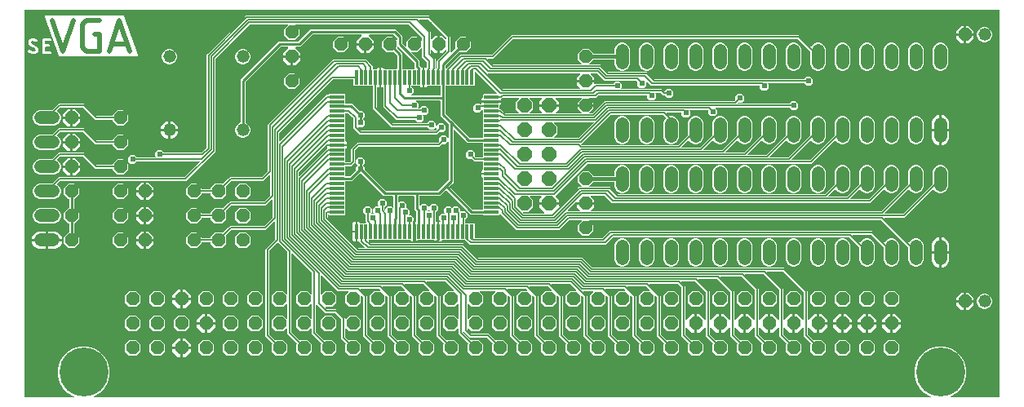
<source format=gbr>
G04 EAGLE Gerber RS-274X export*
G75*
%MOMM*%
%FSLAX34Y34*%
%LPD*%
%INTop Copper*%
%IPPOS*%
%AMOC8*
5,1,8,0,0,1.08239X$1,22.5*%
G01*
%ADD10C,0.533400*%
%ADD11R,1.500000X0.350000*%
%ADD12R,0.350000X1.500000*%
%ADD13C,1.320800*%
%ADD14C,5.080000*%
%ADD15P,1.539592X8X292.500000*%
%ADD16C,1.320800*%
%ADD17P,1.429621X8X22.500000*%
%ADD18P,1.539592X8X112.500000*%
%ADD19P,1.429621X8X292.500000*%
%ADD20P,1.429621X8X202.500000*%
%ADD21P,1.649562X8X292.500000*%
%ADD22C,0.406400*%
%ADD23C,0.254000*%
%ADD24C,0.604800*%
%ADD25C,0.127000*%

G36*
X52778Y2011D02*
X52778Y2011D01*
X52838Y2012D01*
X52888Y2031D01*
X52940Y2040D01*
X52992Y2071D01*
X53048Y2092D01*
X53088Y2127D01*
X53134Y2155D01*
X53171Y2201D01*
X53216Y2240D01*
X53241Y2287D01*
X53275Y2329D01*
X53294Y2385D01*
X53322Y2438D01*
X53330Y2491D01*
X53347Y2541D01*
X53345Y2601D01*
X53353Y2660D01*
X53342Y2712D01*
X53340Y2766D01*
X53318Y2821D01*
X53305Y2879D01*
X53276Y2924D01*
X53256Y2973D01*
X53216Y3017D01*
X53183Y3068D01*
X53134Y3107D01*
X53105Y3139D01*
X53074Y3155D01*
X53037Y3184D01*
X47124Y6598D01*
X42158Y11564D01*
X38647Y17646D01*
X36829Y24429D01*
X36829Y31451D01*
X38647Y38234D01*
X42158Y44316D01*
X47124Y49282D01*
X53206Y52793D01*
X59989Y54611D01*
X67011Y54611D01*
X73794Y52793D01*
X79876Y49282D01*
X84842Y44316D01*
X88353Y38234D01*
X90171Y31451D01*
X90171Y24429D01*
X88353Y17646D01*
X84842Y11564D01*
X79876Y6598D01*
X73963Y3184D01*
X73918Y3146D01*
X73866Y3115D01*
X73833Y3074D01*
X73792Y3039D01*
X73763Y2988D01*
X73725Y2941D01*
X73708Y2891D01*
X73682Y2844D01*
X73672Y2785D01*
X73653Y2729D01*
X73655Y2675D01*
X73646Y2623D01*
X73658Y2564D01*
X73660Y2504D01*
X73680Y2455D01*
X73690Y2403D01*
X73722Y2352D01*
X73744Y2297D01*
X73780Y2257D01*
X73808Y2212D01*
X73855Y2175D01*
X73895Y2131D01*
X73943Y2106D01*
X73985Y2074D01*
X74042Y2056D01*
X74095Y2028D01*
X74158Y2019D01*
X74199Y2006D01*
X74234Y2008D01*
X74280Y2001D01*
X941720Y2001D01*
X941778Y2011D01*
X941838Y2012D01*
X941888Y2031D01*
X941940Y2040D01*
X941992Y2071D01*
X942048Y2092D01*
X942088Y2127D01*
X942134Y2155D01*
X942171Y2201D01*
X942216Y2240D01*
X942241Y2287D01*
X942275Y2329D01*
X942294Y2385D01*
X942322Y2438D01*
X942330Y2491D01*
X942347Y2541D01*
X942345Y2601D01*
X942353Y2660D01*
X942342Y2712D01*
X942340Y2766D01*
X942318Y2821D01*
X942305Y2879D01*
X942276Y2924D01*
X942256Y2973D01*
X942216Y3017D01*
X942183Y3068D01*
X942134Y3107D01*
X942105Y3139D01*
X942074Y3155D01*
X942037Y3184D01*
X936124Y6598D01*
X931158Y11564D01*
X927647Y17646D01*
X925829Y24429D01*
X925829Y31451D01*
X927647Y38234D01*
X931158Y44316D01*
X936124Y49282D01*
X942206Y52793D01*
X948989Y54611D01*
X956011Y54611D01*
X962794Y52793D01*
X968876Y49282D01*
X973842Y44316D01*
X977353Y38234D01*
X979171Y31451D01*
X979171Y24429D01*
X977353Y17646D01*
X973842Y11564D01*
X968876Y6598D01*
X962963Y3184D01*
X962918Y3146D01*
X962866Y3115D01*
X962833Y3074D01*
X962792Y3039D01*
X962763Y2988D01*
X962725Y2941D01*
X962708Y2891D01*
X962682Y2844D01*
X962672Y2785D01*
X962653Y2729D01*
X962655Y2675D01*
X962646Y2623D01*
X962658Y2564D01*
X962660Y2504D01*
X962680Y2455D01*
X962690Y2403D01*
X962722Y2352D01*
X962744Y2297D01*
X962780Y2257D01*
X962808Y2212D01*
X962855Y2175D01*
X962895Y2131D01*
X962943Y2106D01*
X962985Y2074D01*
X963042Y2056D01*
X963095Y2028D01*
X963158Y2019D01*
X963199Y2006D01*
X963234Y2008D01*
X963280Y2001D01*
X1013365Y2001D01*
X1013430Y2012D01*
X1013496Y2014D01*
X1013539Y2032D01*
X1013586Y2040D01*
X1013643Y2074D01*
X1013703Y2099D01*
X1013738Y2130D01*
X1013779Y2155D01*
X1013821Y2206D01*
X1013869Y2250D01*
X1013891Y2292D01*
X1013920Y2329D01*
X1013941Y2391D01*
X1013972Y2450D01*
X1013980Y2504D01*
X1013992Y2541D01*
X1013991Y2581D01*
X1013999Y2635D01*
X1013999Y403765D01*
X1013988Y403830D01*
X1013986Y403896D01*
X1013968Y403939D01*
X1013960Y403986D01*
X1013926Y404043D01*
X1013901Y404103D01*
X1013870Y404138D01*
X1013845Y404179D01*
X1013794Y404221D01*
X1013750Y404269D01*
X1013708Y404291D01*
X1013671Y404320D01*
X1013609Y404341D01*
X1013550Y404372D01*
X1013496Y404380D01*
X1013459Y404392D01*
X1013419Y404391D01*
X1013365Y404399D01*
X2635Y404399D01*
X2570Y404388D01*
X2504Y404386D01*
X2461Y404368D01*
X2414Y404360D01*
X2357Y404326D01*
X2297Y404301D01*
X2262Y404270D01*
X2221Y404245D01*
X2179Y404194D01*
X2131Y404150D01*
X2109Y404108D01*
X2080Y404071D01*
X2059Y404009D01*
X2028Y403950D01*
X2020Y403896D01*
X2008Y403859D01*
X2009Y403819D01*
X2001Y403765D01*
X2001Y2635D01*
X2012Y2570D01*
X2014Y2504D01*
X2032Y2461D01*
X2040Y2414D01*
X2074Y2357D01*
X2099Y2297D01*
X2130Y2262D01*
X2155Y2221D01*
X2206Y2179D01*
X2250Y2131D01*
X2292Y2109D01*
X2329Y2080D01*
X2391Y2059D01*
X2450Y2028D01*
X2504Y2020D01*
X2541Y2008D01*
X2581Y2009D01*
X2635Y2001D01*
X52720Y2001D01*
X52778Y2011D01*
G37*
%LPC*%
G36*
X263228Y44957D02*
X263228Y44957D01*
X258317Y49868D01*
X258317Y56812D01*
X258976Y57471D01*
X259014Y57525D01*
X259059Y57573D01*
X259078Y57617D01*
X259105Y57656D01*
X259121Y57719D01*
X259147Y57780D01*
X259149Y57827D01*
X259161Y57873D01*
X259154Y57938D01*
X259157Y58004D01*
X259142Y58049D01*
X259137Y58096D01*
X259108Y58155D01*
X259088Y58218D01*
X259055Y58262D01*
X259038Y58297D01*
X259009Y58324D01*
X258976Y58368D01*
X253396Y63948D01*
X252094Y65251D01*
X252094Y155729D01*
X262068Y165704D01*
X262093Y165738D01*
X262124Y165767D01*
X262156Y165830D01*
X262197Y165888D01*
X262207Y165929D01*
X262227Y165967D01*
X262240Y166056D01*
X262253Y166105D01*
X262250Y166126D01*
X262254Y166152D01*
X262254Y184368D01*
X262238Y184456D01*
X262229Y184544D01*
X262219Y184565D01*
X262215Y184589D01*
X262169Y184665D01*
X262130Y184745D01*
X262113Y184762D01*
X262100Y184782D01*
X262031Y184838D01*
X261967Y184899D01*
X261945Y184908D01*
X261926Y184923D01*
X261842Y184952D01*
X261760Y184987D01*
X261736Y184988D01*
X261714Y184995D01*
X261625Y184993D01*
X261536Y184997D01*
X261513Y184989D01*
X261489Y184989D01*
X261407Y184955D01*
X261322Y184928D01*
X261301Y184912D01*
X261282Y184904D01*
X261244Y184870D01*
X261172Y184816D01*
X253552Y177196D01*
X252249Y175894D01*
X216952Y175894D01*
X216910Y175887D01*
X216868Y175889D01*
X216801Y175867D01*
X216731Y175855D01*
X216695Y175833D01*
X216654Y175820D01*
X216582Y175766D01*
X216538Y175740D01*
X216525Y175724D01*
X216504Y175708D01*
X210924Y170128D01*
X210886Y170074D01*
X210841Y170026D01*
X210822Y169983D01*
X210795Y169944D01*
X210779Y169881D01*
X210753Y169820D01*
X210751Y169773D01*
X210739Y169727D01*
X210746Y169661D01*
X210743Y169596D01*
X210758Y169551D01*
X210763Y169504D01*
X210792Y169445D01*
X210812Y169382D01*
X210845Y169338D01*
X210862Y169303D01*
X210891Y169276D01*
X210924Y169231D01*
X211583Y168572D01*
X211583Y161628D01*
X206672Y156717D01*
X199728Y156717D01*
X194817Y161628D01*
X194817Y162560D01*
X194806Y162625D01*
X194804Y162691D01*
X194786Y162734D01*
X194778Y162781D01*
X194744Y162838D01*
X194719Y162898D01*
X194688Y162933D01*
X194663Y162974D01*
X194612Y163016D01*
X194568Y163064D01*
X194526Y163086D01*
X194489Y163115D01*
X194427Y163136D01*
X194368Y163167D01*
X194314Y163175D01*
X194277Y163187D01*
X194237Y163186D01*
X194183Y163194D01*
X186309Y163194D01*
X186244Y163183D01*
X186178Y163181D01*
X186135Y163163D01*
X186088Y163155D01*
X186031Y163121D01*
X185971Y163096D01*
X185936Y163065D01*
X185895Y163040D01*
X185853Y162989D01*
X185805Y162945D01*
X185783Y162903D01*
X185754Y162866D01*
X185733Y162804D01*
X185702Y162745D01*
X185694Y162691D01*
X185682Y162654D01*
X185683Y162614D01*
X185675Y162560D01*
X185675Y161838D01*
X181062Y157225D01*
X174538Y157225D01*
X169925Y161838D01*
X169925Y168362D01*
X174538Y172975D01*
X181062Y172975D01*
X185675Y168362D01*
X185675Y167640D01*
X185686Y167575D01*
X185688Y167509D01*
X185706Y167466D01*
X185714Y167419D01*
X185748Y167362D01*
X185773Y167302D01*
X185804Y167267D01*
X185829Y167226D01*
X185880Y167184D01*
X185924Y167136D01*
X185966Y167114D01*
X186003Y167085D01*
X186065Y167064D01*
X186124Y167033D01*
X186178Y167025D01*
X186215Y167013D01*
X186255Y167014D01*
X186309Y167006D01*
X194183Y167006D01*
X194248Y167017D01*
X194314Y167019D01*
X194357Y167037D01*
X194404Y167045D01*
X194461Y167079D01*
X194521Y167104D01*
X194556Y167135D01*
X194597Y167160D01*
X194639Y167211D01*
X194687Y167255D01*
X194709Y167297D01*
X194738Y167334D01*
X194759Y167396D01*
X194790Y167455D01*
X194798Y167509D01*
X194810Y167546D01*
X194809Y167586D01*
X194817Y167640D01*
X194817Y168572D01*
X199728Y173483D01*
X206672Y173483D01*
X207331Y172824D01*
X207385Y172786D01*
X207433Y172741D01*
X207477Y172722D01*
X207516Y172695D01*
X207579Y172679D01*
X207640Y172653D01*
X207687Y172651D01*
X207733Y172639D01*
X207798Y172646D01*
X207864Y172643D01*
X207909Y172658D01*
X207956Y172663D01*
X208015Y172692D01*
X208078Y172712D01*
X208122Y172745D01*
X208157Y172762D01*
X208184Y172791D01*
X208228Y172824D01*
X213808Y178404D01*
X215111Y179706D01*
X250408Y179706D01*
X250450Y179713D01*
X250492Y179711D01*
X250559Y179733D01*
X250629Y179745D01*
X250665Y179767D01*
X250706Y179780D01*
X250778Y179834D01*
X250822Y179860D01*
X250835Y179876D01*
X250856Y179892D01*
X259528Y188564D01*
X259553Y188598D01*
X259584Y188627D01*
X259616Y188690D01*
X259657Y188748D01*
X259667Y188789D01*
X259687Y188827D01*
X259700Y188916D01*
X259713Y188965D01*
X259710Y188986D01*
X259714Y189012D01*
X259714Y207228D01*
X259698Y207316D01*
X259689Y207404D01*
X259679Y207425D01*
X259675Y207449D01*
X259629Y207525D01*
X259590Y207605D01*
X259573Y207622D01*
X259560Y207642D01*
X259491Y207698D01*
X259427Y207759D01*
X259405Y207768D01*
X259386Y207783D01*
X259302Y207812D01*
X259220Y207847D01*
X259196Y207848D01*
X259174Y207855D01*
X259085Y207853D01*
X258996Y207857D01*
X258973Y207849D01*
X258949Y207849D01*
X258867Y207815D01*
X258782Y207788D01*
X258761Y207772D01*
X258742Y207764D01*
X258704Y207730D01*
X258632Y207676D01*
X253552Y202596D01*
X253551Y202596D01*
X252249Y201294D01*
X216952Y201294D01*
X216910Y201287D01*
X216868Y201289D01*
X216801Y201267D01*
X216731Y201255D01*
X216695Y201233D01*
X216654Y201220D01*
X216582Y201166D01*
X216538Y201140D01*
X216525Y201124D01*
X216504Y201108D01*
X210924Y195528D01*
X210886Y195474D01*
X210841Y195426D01*
X210822Y195383D01*
X210795Y195344D01*
X210779Y195281D01*
X210753Y195220D01*
X210751Y195173D01*
X210739Y195127D01*
X210746Y195061D01*
X210743Y194996D01*
X210758Y194951D01*
X210763Y194904D01*
X210792Y194845D01*
X210812Y194782D01*
X210845Y194738D01*
X210862Y194703D01*
X210891Y194676D01*
X210924Y194631D01*
X211583Y193972D01*
X211583Y187028D01*
X206672Y182117D01*
X199728Y182117D01*
X194817Y187028D01*
X194817Y187960D01*
X194806Y188025D01*
X194804Y188091D01*
X194786Y188134D01*
X194778Y188181D01*
X194744Y188238D01*
X194719Y188298D01*
X194688Y188333D01*
X194663Y188374D01*
X194612Y188416D01*
X194568Y188464D01*
X194526Y188486D01*
X194489Y188515D01*
X194427Y188536D01*
X194368Y188567D01*
X194314Y188575D01*
X194277Y188587D01*
X194237Y188586D01*
X194183Y188594D01*
X186309Y188594D01*
X186244Y188583D01*
X186178Y188581D01*
X186135Y188563D01*
X186088Y188555D01*
X186031Y188521D01*
X185971Y188496D01*
X185936Y188465D01*
X185895Y188440D01*
X185853Y188389D01*
X185805Y188345D01*
X185783Y188303D01*
X185754Y188266D01*
X185733Y188204D01*
X185702Y188145D01*
X185694Y188091D01*
X185682Y188054D01*
X185683Y188014D01*
X185675Y187960D01*
X185675Y187238D01*
X181062Y182625D01*
X174538Y182625D01*
X169925Y187238D01*
X169925Y193762D01*
X174538Y198375D01*
X181062Y198375D01*
X185675Y193762D01*
X185675Y193040D01*
X185686Y192975D01*
X185688Y192909D01*
X185706Y192866D01*
X185714Y192819D01*
X185748Y192762D01*
X185773Y192702D01*
X185804Y192667D01*
X185829Y192626D01*
X185880Y192584D01*
X185924Y192536D01*
X185966Y192514D01*
X186003Y192485D01*
X186065Y192464D01*
X186124Y192433D01*
X186178Y192425D01*
X186215Y192413D01*
X186255Y192414D01*
X186309Y192406D01*
X194183Y192406D01*
X194248Y192417D01*
X194314Y192419D01*
X194357Y192437D01*
X194404Y192445D01*
X194461Y192479D01*
X194521Y192504D01*
X194556Y192535D01*
X194597Y192560D01*
X194639Y192611D01*
X194687Y192655D01*
X194709Y192697D01*
X194738Y192734D01*
X194759Y192796D01*
X194790Y192855D01*
X194798Y192909D01*
X194810Y192946D01*
X194809Y192986D01*
X194817Y193040D01*
X194817Y193972D01*
X199728Y198883D01*
X206672Y198883D01*
X207331Y198224D01*
X207385Y198186D01*
X207433Y198141D01*
X207477Y198122D01*
X207516Y198095D01*
X207579Y198079D01*
X207640Y198053D01*
X207687Y198051D01*
X207733Y198039D01*
X207798Y198046D01*
X207864Y198043D01*
X207909Y198058D01*
X207956Y198063D01*
X208015Y198092D01*
X208078Y198112D01*
X208122Y198145D01*
X208157Y198162D01*
X208184Y198191D01*
X208228Y198224D01*
X213808Y203804D01*
X213809Y203804D01*
X215111Y205106D01*
X250408Y205106D01*
X250450Y205113D01*
X250492Y205111D01*
X250559Y205133D01*
X250629Y205145D01*
X250665Y205167D01*
X250706Y205180D01*
X250778Y205234D01*
X250822Y205260D01*
X250835Y205276D01*
X250856Y205292D01*
X256988Y211424D01*
X257013Y211458D01*
X257044Y211487D01*
X257076Y211550D01*
X257117Y211608D01*
X257127Y211649D01*
X257147Y211687D01*
X257160Y211776D01*
X257173Y211825D01*
X257170Y211846D01*
X257174Y211872D01*
X257174Y232628D01*
X257158Y232716D01*
X257149Y232804D01*
X257139Y232825D01*
X257135Y232849D01*
X257089Y232925D01*
X257050Y233005D01*
X257033Y233022D01*
X257020Y233042D01*
X256951Y233098D01*
X256887Y233159D01*
X256865Y233168D01*
X256846Y233183D01*
X256762Y233212D01*
X256680Y233247D01*
X256656Y233248D01*
X256634Y233255D01*
X256545Y233253D01*
X256456Y233257D01*
X256433Y233249D01*
X256409Y233249D01*
X256327Y233215D01*
X256242Y233188D01*
X256221Y233172D01*
X256202Y233164D01*
X256164Y233130D01*
X256092Y233076D01*
X251012Y227996D01*
X249709Y226694D01*
X216952Y226694D01*
X216910Y226687D01*
X216868Y226689D01*
X216801Y226667D01*
X216731Y226655D01*
X216695Y226633D01*
X216654Y226620D01*
X216582Y226566D01*
X216538Y226540D01*
X216525Y226524D01*
X216504Y226508D01*
X210924Y220928D01*
X210886Y220874D01*
X210841Y220826D01*
X210822Y220783D01*
X210795Y220744D01*
X210779Y220681D01*
X210753Y220620D01*
X210751Y220573D01*
X210739Y220527D01*
X210746Y220461D01*
X210743Y220396D01*
X210758Y220351D01*
X210763Y220304D01*
X210792Y220245D01*
X210812Y220182D01*
X210845Y220138D01*
X210862Y220103D01*
X210891Y220076D01*
X210924Y220031D01*
X211583Y219372D01*
X211583Y212428D01*
X206672Y207517D01*
X199728Y207517D01*
X194817Y212428D01*
X194817Y213360D01*
X194806Y213425D01*
X194804Y213491D01*
X194786Y213534D01*
X194778Y213581D01*
X194744Y213638D01*
X194719Y213698D01*
X194688Y213733D01*
X194663Y213774D01*
X194612Y213816D01*
X194568Y213864D01*
X194526Y213886D01*
X194489Y213915D01*
X194427Y213936D01*
X194368Y213967D01*
X194314Y213975D01*
X194277Y213987D01*
X194237Y213986D01*
X194183Y213994D01*
X186309Y213994D01*
X186244Y213983D01*
X186178Y213981D01*
X186135Y213963D01*
X186088Y213955D01*
X186031Y213921D01*
X185971Y213896D01*
X185936Y213865D01*
X185895Y213840D01*
X185853Y213789D01*
X185805Y213745D01*
X185783Y213703D01*
X185754Y213666D01*
X185733Y213604D01*
X185702Y213545D01*
X185694Y213491D01*
X185682Y213454D01*
X185683Y213414D01*
X185675Y213360D01*
X185675Y212638D01*
X181062Y208025D01*
X174538Y208025D01*
X169925Y212638D01*
X169925Y219162D01*
X174538Y223775D01*
X181062Y223775D01*
X185675Y219162D01*
X185675Y218440D01*
X185686Y218375D01*
X185688Y218309D01*
X185706Y218266D01*
X185714Y218219D01*
X185748Y218162D01*
X185773Y218102D01*
X185804Y218067D01*
X185829Y218026D01*
X185880Y217984D01*
X185924Y217936D01*
X185966Y217914D01*
X186003Y217885D01*
X186065Y217864D01*
X186124Y217833D01*
X186178Y217825D01*
X186215Y217813D01*
X186255Y217814D01*
X186309Y217806D01*
X194183Y217806D01*
X194248Y217817D01*
X194314Y217819D01*
X194357Y217837D01*
X194404Y217845D01*
X194461Y217879D01*
X194521Y217904D01*
X194556Y217935D01*
X194597Y217960D01*
X194639Y218011D01*
X194687Y218055D01*
X194709Y218097D01*
X194738Y218134D01*
X194759Y218196D01*
X194790Y218255D01*
X194798Y218309D01*
X194810Y218346D01*
X194809Y218386D01*
X194817Y218440D01*
X194817Y219372D01*
X199728Y224283D01*
X206672Y224283D01*
X207331Y223624D01*
X207385Y223586D01*
X207433Y223541D01*
X207477Y223522D01*
X207516Y223495D01*
X207579Y223479D01*
X207640Y223453D01*
X207687Y223451D01*
X207733Y223439D01*
X207798Y223446D01*
X207864Y223443D01*
X207909Y223458D01*
X207956Y223463D01*
X208015Y223492D01*
X208078Y223512D01*
X208122Y223545D01*
X208157Y223562D01*
X208184Y223591D01*
X208228Y223624D01*
X213808Y229204D01*
X213809Y229204D01*
X215111Y230506D01*
X247868Y230506D01*
X247910Y230513D01*
X247952Y230511D01*
X248019Y230533D01*
X248089Y230545D01*
X248125Y230567D01*
X248166Y230580D01*
X248238Y230634D01*
X248282Y230660D01*
X248295Y230676D01*
X248316Y230692D01*
X254448Y236824D01*
X254473Y236858D01*
X254504Y236887D01*
X254536Y236950D01*
X254577Y237008D01*
X254587Y237049D01*
X254607Y237087D01*
X254620Y237176D01*
X254633Y237225D01*
X254630Y237246D01*
X254634Y237272D01*
X254634Y285269D01*
X321791Y352426D01*
X356389Y352426D01*
X363306Y345509D01*
X363306Y343405D01*
X363317Y343340D01*
X363319Y343274D01*
X363337Y343231D01*
X363345Y343184D01*
X363379Y343127D01*
X363404Y343067D01*
X363435Y343032D01*
X363460Y342991D01*
X363511Y342949D01*
X363555Y342901D01*
X363597Y342879D01*
X363634Y342850D01*
X363696Y342829D01*
X363755Y342798D01*
X363809Y342790D01*
X363846Y342778D01*
X363886Y342779D01*
X363940Y342771D01*
X367084Y342771D01*
X367096Y342773D01*
X367109Y342771D01*
X367206Y342793D01*
X367305Y342810D01*
X367315Y342817D01*
X367328Y342820D01*
X367412Y342874D01*
X367498Y342925D01*
X367506Y342934D01*
X367516Y342941D01*
X367587Y343031D01*
X368090Y343533D01*
X368669Y343868D01*
X369315Y344041D01*
X370526Y344041D01*
X370526Y334240D01*
X370537Y334175D01*
X370539Y334110D01*
X370557Y334066D01*
X370565Y334019D01*
X370579Y333996D01*
X370553Y333945D01*
X370545Y333891D01*
X370533Y333854D01*
X370534Y333814D01*
X370533Y333808D01*
X370533Y333807D01*
X370526Y333760D01*
X370526Y323959D01*
X369315Y323959D01*
X368669Y324132D01*
X368617Y324163D01*
X368611Y324165D01*
X368606Y324169D01*
X368506Y324203D01*
X368406Y324239D01*
X368400Y324239D01*
X368394Y324241D01*
X368288Y324237D01*
X368182Y324236D01*
X368176Y324234D01*
X368169Y324234D01*
X368072Y324194D01*
X367972Y324156D01*
X367967Y324152D01*
X367962Y324150D01*
X367883Y324078D01*
X367804Y324008D01*
X367801Y324003D01*
X367796Y323998D01*
X367747Y323903D01*
X367697Y323811D01*
X367696Y323804D01*
X367693Y323799D01*
X367666Y323613D01*
X367666Y303312D01*
X367673Y303270D01*
X367671Y303228D01*
X367693Y303161D01*
X367705Y303091D01*
X367727Y303055D01*
X367740Y303014D01*
X367794Y302942D01*
X367820Y302898D01*
X367836Y302885D01*
X367852Y302864D01*
X384144Y286572D01*
X384178Y286547D01*
X384207Y286516D01*
X384270Y286484D01*
X384328Y286443D01*
X384369Y286433D01*
X384407Y286413D01*
X384496Y286400D01*
X384545Y286387D01*
X384566Y286390D01*
X384592Y286386D01*
X419749Y286386D01*
X419791Y286393D01*
X419834Y286391D01*
X419901Y286413D01*
X419970Y286425D01*
X420007Y286447D01*
X420047Y286460D01*
X420120Y286514D01*
X420163Y286540D01*
X420177Y286556D01*
X420198Y286572D01*
X422401Y288775D01*
X425959Y288775D01*
X428475Y286259D01*
X428475Y282701D01*
X425959Y280185D01*
X422401Y280185D01*
X420198Y282388D01*
X420163Y282413D01*
X420134Y282444D01*
X420071Y282476D01*
X420014Y282517D01*
X419973Y282527D01*
X419935Y282547D01*
X419845Y282560D01*
X419796Y282573D01*
X419776Y282570D01*
X419749Y282574D01*
X382751Y282574D01*
X363854Y301471D01*
X363854Y324595D01*
X363843Y324660D01*
X363841Y324726D01*
X363823Y324769D01*
X363815Y324816D01*
X363781Y324873D01*
X363756Y324933D01*
X363725Y324968D01*
X363700Y325009D01*
X363649Y325051D01*
X363605Y325099D01*
X363563Y325121D01*
X363526Y325150D01*
X363464Y325171D01*
X363405Y325202D01*
X363351Y325210D01*
X363314Y325222D01*
X363274Y325221D01*
X363220Y325229D01*
X344124Y325229D01*
X343379Y325974D01*
X343379Y331460D01*
X343368Y331525D01*
X343366Y331591D01*
X343348Y331634D01*
X343340Y331681D01*
X343306Y331738D01*
X343281Y331798D01*
X343250Y331833D01*
X343225Y331874D01*
X343174Y331916D01*
X343130Y331964D01*
X343088Y331986D01*
X343051Y332015D01*
X342989Y332036D01*
X342930Y332067D01*
X342876Y332075D01*
X342839Y332087D01*
X342799Y332086D01*
X342745Y332094D01*
X322352Y332094D01*
X322310Y332087D01*
X322268Y332089D01*
X322201Y332067D01*
X322131Y332055D01*
X322095Y332033D01*
X322054Y332020D01*
X321982Y331966D01*
X321938Y331940D01*
X321925Y331924D01*
X321904Y331908D01*
X266252Y276256D01*
X266227Y276222D01*
X266196Y276193D01*
X266164Y276130D01*
X266123Y276072D01*
X266113Y276031D01*
X266093Y275993D01*
X266080Y275904D01*
X266067Y275855D01*
X266070Y275834D01*
X266066Y275808D01*
X266066Y267752D01*
X266082Y267664D01*
X266091Y267576D01*
X266101Y267555D01*
X266105Y267531D01*
X266151Y267455D01*
X266190Y267375D01*
X266207Y267358D01*
X266220Y267338D01*
X266289Y267282D01*
X266353Y267221D01*
X266375Y267212D01*
X266394Y267197D01*
X266478Y267168D01*
X266560Y267133D01*
X266584Y267132D01*
X266606Y267125D01*
X266695Y267127D01*
X266784Y267123D01*
X266807Y267131D01*
X266831Y267131D01*
X266913Y267165D01*
X266998Y267192D01*
X267019Y267208D01*
X267038Y267216D01*
X267076Y267250D01*
X267148Y267304D01*
X315751Y315906D01*
X316996Y315906D01*
X317038Y315913D01*
X317080Y315911D01*
X317147Y315933D01*
X317217Y315945D01*
X317253Y315967D01*
X317294Y315980D01*
X317366Y316034D01*
X317410Y316060D01*
X317423Y316076D01*
X317444Y316092D01*
X318374Y317021D01*
X334426Y317021D01*
X335171Y316276D01*
X335171Y307175D01*
X335182Y307110D01*
X335184Y307044D01*
X335202Y307001D01*
X335210Y306954D01*
X335244Y306897D01*
X335269Y306837D01*
X335300Y306802D01*
X335325Y306761D01*
X335376Y306719D01*
X335420Y306671D01*
X335462Y306649D01*
X335499Y306620D01*
X335561Y306599D01*
X335620Y306568D01*
X335674Y306560D01*
X335711Y306548D01*
X335751Y306549D01*
X335805Y306541D01*
X342212Y306541D01*
X349633Y299121D01*
X349667Y299096D01*
X349696Y299065D01*
X349759Y299033D01*
X349817Y298992D01*
X349858Y298982D01*
X349896Y298962D01*
X349985Y298949D01*
X350034Y298936D01*
X350055Y298939D01*
X350081Y298935D01*
X352299Y298935D01*
X354815Y296419D01*
X354815Y292861D01*
X353247Y291293D01*
X353222Y291258D01*
X353191Y291229D01*
X353159Y291167D01*
X353118Y291109D01*
X353108Y291068D01*
X353088Y291030D01*
X353078Y290959D01*
X353076Y290956D01*
X353076Y290946D01*
X353075Y290940D01*
X353062Y290891D01*
X353065Y290871D01*
X353061Y290844D01*
X353061Y290816D01*
X353068Y290774D01*
X353066Y290731D01*
X353085Y290673D01*
X353086Y290668D01*
X353088Y290663D01*
X353100Y290595D01*
X353122Y290558D01*
X353135Y290518D01*
X353189Y290445D01*
X353215Y290402D01*
X353231Y290388D01*
X353247Y290367D01*
X354815Y288799D01*
X354815Y285241D01*
X352299Y282725D01*
X348881Y282725D01*
X348793Y282709D01*
X348705Y282700D01*
X348684Y282690D01*
X348660Y282686D01*
X348584Y282640D01*
X348504Y282601D01*
X348487Y282584D01*
X348467Y282571D01*
X348411Y282502D01*
X348350Y282438D01*
X348341Y282416D01*
X348326Y282397D01*
X348297Y282313D01*
X348262Y282231D01*
X348261Y282207D01*
X348254Y282185D01*
X348256Y282096D01*
X348252Y282007D01*
X348260Y281984D01*
X348260Y281960D01*
X348294Y281878D01*
X348321Y281793D01*
X348337Y281772D01*
X348345Y281753D01*
X348379Y281715D01*
X348433Y281643D01*
X351124Y278951D01*
X351158Y278927D01*
X351187Y278896D01*
X351250Y278864D01*
X351308Y278823D01*
X351349Y278813D01*
X351387Y278793D01*
X351476Y278780D01*
X351525Y278767D01*
X351546Y278770D01*
X351572Y278766D01*
X428208Y278766D01*
X428250Y278773D01*
X428292Y278771D01*
X428359Y278793D01*
X428429Y278805D01*
X428465Y278827D01*
X428506Y278840D01*
X428578Y278894D01*
X428622Y278920D01*
X428635Y278936D01*
X428656Y278952D01*
X429859Y280155D01*
X429884Y280189D01*
X429915Y280218D01*
X429947Y280281D01*
X429988Y280339D01*
X429998Y280380D01*
X430018Y280418D01*
X430031Y280507D01*
X430044Y280556D01*
X430041Y280577D01*
X430045Y280603D01*
X430045Y283719D01*
X432561Y286235D01*
X436119Y286235D01*
X438635Y283719D01*
X438635Y280161D01*
X436119Y277645D01*
X433003Y277645D01*
X432961Y277638D01*
X432919Y277640D01*
X432852Y277618D01*
X432782Y277606D01*
X432746Y277584D01*
X432705Y277571D01*
X432633Y277517D01*
X432589Y277491D01*
X432576Y277475D01*
X432555Y277459D01*
X430049Y274954D01*
X349731Y274954D01*
X343534Y281151D01*
X343534Y291048D01*
X343527Y291090D01*
X343529Y291132D01*
X343507Y291199D01*
X343495Y291269D01*
X343473Y291305D01*
X343460Y291346D01*
X343406Y291418D01*
X343380Y291462D01*
X343364Y291475D01*
X343348Y291496D01*
X337936Y296908D01*
X337902Y296933D01*
X337873Y296964D01*
X337810Y296996D01*
X337752Y297037D01*
X337711Y297047D01*
X337673Y297067D01*
X337584Y297080D01*
X337535Y297093D01*
X337514Y297090D01*
X337488Y297094D01*
X335805Y297094D01*
X335740Y297083D01*
X335674Y297081D01*
X335631Y297063D01*
X335584Y297055D01*
X335527Y297021D01*
X335467Y296996D01*
X335432Y296965D01*
X335391Y296940D01*
X335349Y296889D01*
X335301Y296845D01*
X335279Y296803D01*
X335250Y296766D01*
X335229Y296704D01*
X335198Y296645D01*
X335190Y296591D01*
X335178Y296554D01*
X335179Y296514D01*
X335171Y296460D01*
X335171Y268316D01*
X335173Y268304D01*
X335171Y268291D01*
X335193Y268194D01*
X335210Y268095D01*
X335217Y268085D01*
X335220Y268072D01*
X335274Y267988D01*
X335325Y267902D01*
X335334Y267894D01*
X335341Y267884D01*
X335431Y267813D01*
X335933Y267310D01*
X336268Y266731D01*
X336441Y266085D01*
X336441Y264874D01*
X326640Y264874D01*
X326575Y264863D01*
X326510Y264861D01*
X326466Y264843D01*
X326419Y264835D01*
X326396Y264821D01*
X326345Y264847D01*
X326291Y264855D01*
X326254Y264867D01*
X326214Y264866D01*
X326160Y264874D01*
X316092Y264874D01*
X316050Y264867D01*
X316008Y264869D01*
X315941Y264847D01*
X315871Y264835D01*
X315835Y264813D01*
X315794Y264800D01*
X315722Y264746D01*
X315678Y264720D01*
X315665Y264704D01*
X315644Y264688D01*
X286572Y235616D01*
X286547Y235582D01*
X286516Y235553D01*
X286484Y235490D01*
X286443Y235432D01*
X286433Y235391D01*
X286413Y235353D01*
X286400Y235264D01*
X286387Y235215D01*
X286390Y235194D01*
X286386Y235168D01*
X286386Y232192D01*
X286399Y232119D01*
X286399Y232103D01*
X286402Y232095D01*
X286411Y232016D01*
X286421Y231995D01*
X286425Y231971D01*
X286471Y231895D01*
X286510Y231815D01*
X286527Y231798D01*
X286540Y231778D01*
X286609Y231722D01*
X286673Y231661D01*
X286695Y231652D01*
X286714Y231637D01*
X286798Y231608D01*
X286880Y231573D01*
X286904Y231572D01*
X286926Y231565D01*
X287015Y231567D01*
X287104Y231563D01*
X287127Y231571D01*
X287151Y231571D01*
X287233Y231605D01*
X287318Y231632D01*
X287339Y231648D01*
X287358Y231656D01*
X287396Y231690D01*
X287468Y231744D01*
X316371Y260646D01*
X316378Y260657D01*
X316388Y260664D01*
X316442Y260748D01*
X316499Y260830D01*
X316502Y260843D01*
X316509Y260853D01*
X316530Y260951D01*
X316555Y261048D01*
X316554Y261060D01*
X316556Y261073D01*
X316535Y261259D01*
X316359Y261915D01*
X316359Y263126D01*
X326160Y263126D01*
X326225Y263137D01*
X326290Y263139D01*
X326334Y263157D01*
X326381Y263165D01*
X326404Y263179D01*
X326455Y263153D01*
X326509Y263145D01*
X326546Y263133D01*
X326586Y263134D01*
X326640Y263126D01*
X336441Y263126D01*
X336441Y261915D01*
X336268Y261269D01*
X335933Y260690D01*
X335428Y260185D01*
X335393Y260153D01*
X335316Y260088D01*
X335310Y260077D01*
X335301Y260069D01*
X335255Y259980D01*
X335206Y259893D01*
X335204Y259880D01*
X335198Y259869D01*
X335171Y259684D01*
X335171Y246540D01*
X335182Y246475D01*
X335184Y246409D01*
X335202Y246366D01*
X335210Y246319D01*
X335244Y246262D01*
X335269Y246202D01*
X335300Y246167D01*
X335325Y246126D01*
X335376Y246084D01*
X335420Y246036D01*
X335462Y246014D01*
X335499Y245985D01*
X335561Y245964D01*
X335620Y245933D01*
X335674Y245925D01*
X335711Y245913D01*
X335751Y245914D01*
X335805Y245906D01*
X339468Y245906D01*
X339510Y245913D01*
X339552Y245911D01*
X339619Y245933D01*
X339689Y245945D01*
X339725Y245967D01*
X339766Y245980D01*
X339838Y246034D01*
X339882Y246060D01*
X339895Y246076D01*
X339916Y246092D01*
X340808Y246984D01*
X340833Y247018D01*
X340864Y247047D01*
X340896Y247110D01*
X340937Y247168D01*
X340947Y247209D01*
X340967Y247247D01*
X340980Y247336D01*
X340984Y247352D01*
X340987Y247362D01*
X340987Y247365D01*
X340993Y247385D01*
X340990Y247406D01*
X340994Y247432D01*
X340994Y259869D01*
X347191Y266066D01*
X430748Y266066D01*
X430790Y266073D01*
X430832Y266071D01*
X430899Y266093D01*
X430969Y266105D01*
X431005Y266127D01*
X431046Y266140D01*
X431118Y266194D01*
X431162Y266220D01*
X431175Y266236D01*
X431196Y266252D01*
X432399Y267455D01*
X432424Y267489D01*
X432455Y267518D01*
X432487Y267581D01*
X432528Y267639D01*
X432538Y267680D01*
X432558Y267718D01*
X432571Y267807D01*
X432584Y267856D01*
X432581Y267877D01*
X432585Y267903D01*
X432585Y271019D01*
X435101Y273535D01*
X438659Y273535D01*
X440877Y271317D01*
X440950Y271266D01*
X441019Y271210D01*
X441041Y271203D01*
X441061Y271189D01*
X441147Y271167D01*
X441231Y271138D01*
X441255Y271139D01*
X441278Y271133D01*
X441367Y271142D01*
X441456Y271145D01*
X441478Y271154D01*
X441501Y271156D01*
X441581Y271196D01*
X441663Y271229D01*
X441681Y271245D01*
X441702Y271256D01*
X441763Y271321D01*
X441829Y271381D01*
X441840Y271402D01*
X441856Y271419D01*
X441891Y271501D01*
X441932Y271580D01*
X441935Y271606D01*
X441944Y271626D01*
X441946Y271676D01*
X441959Y271766D01*
X441959Y285705D01*
X441952Y285747D01*
X441954Y285789D01*
X441932Y285856D01*
X441920Y285926D01*
X441898Y285962D01*
X441885Y286003D01*
X441831Y286075D01*
X441805Y286119D01*
X441789Y286132D01*
X441773Y286153D01*
X433859Y294068D01*
X433859Y309245D01*
X433848Y309310D01*
X433846Y309376D01*
X433828Y309419D01*
X433820Y309466D01*
X433786Y309523D01*
X433761Y309583D01*
X433730Y309618D01*
X433705Y309659D01*
X433654Y309701D01*
X433610Y309749D01*
X433568Y309771D01*
X433531Y309800D01*
X433469Y309821D01*
X433410Y309852D01*
X433356Y309860D01*
X433319Y309872D01*
X433279Y309871D01*
X433225Y309879D01*
X408926Y309879D01*
X408838Y309863D01*
X408749Y309854D01*
X408728Y309844D01*
X408705Y309840D01*
X408628Y309794D01*
X408548Y309755D01*
X408532Y309738D01*
X408512Y309725D01*
X408455Y309656D01*
X408394Y309592D01*
X408385Y309570D01*
X408370Y309551D01*
X408342Y309467D01*
X408307Y309385D01*
X408306Y309361D01*
X408298Y309339D01*
X408301Y309250D01*
X408297Y309161D01*
X408304Y309138D01*
X408305Y309114D01*
X408338Y309032D01*
X408366Y308947D01*
X408381Y308926D01*
X408389Y308907D01*
X408423Y308869D01*
X408477Y308797D01*
X410695Y306579D01*
X410695Y303021D01*
X410382Y302708D01*
X410331Y302635D01*
X410275Y302566D01*
X410268Y302544D01*
X410254Y302524D01*
X410232Y302438D01*
X410203Y302354D01*
X410204Y302330D01*
X410198Y302307D01*
X410207Y302218D01*
X410210Y302129D01*
X410219Y302108D01*
X410221Y302084D01*
X410261Y302004D01*
X410294Y301922D01*
X410310Y301904D01*
X410321Y301883D01*
X410386Y301822D01*
X410446Y301756D01*
X410467Y301745D01*
X410484Y301729D01*
X410566Y301694D01*
X410645Y301653D01*
X410671Y301650D01*
X410691Y301641D01*
X410741Y301639D01*
X410831Y301626D01*
X412129Y301626D01*
X412171Y301633D01*
X412214Y301631D01*
X412281Y301653D01*
X412350Y301665D01*
X412387Y301687D01*
X412427Y301700D01*
X412500Y301754D01*
X412543Y301780D01*
X412557Y301796D01*
X412578Y301812D01*
X414781Y304015D01*
X418339Y304015D01*
X420855Y301499D01*
X420855Y297941D01*
X418339Y295425D01*
X415760Y295425D01*
X415672Y295410D01*
X415583Y295400D01*
X415562Y295390D01*
X415539Y295386D01*
X415462Y295340D01*
X415382Y295301D01*
X415366Y295284D01*
X415346Y295271D01*
X415289Y295202D01*
X415228Y295138D01*
X415219Y295116D01*
X415204Y295097D01*
X415176Y295013D01*
X415141Y294931D01*
X415140Y294907D01*
X415132Y294885D01*
X415135Y294796D01*
X415131Y294707D01*
X415138Y294684D01*
X415139Y294660D01*
X415172Y294578D01*
X415200Y294493D01*
X415215Y294472D01*
X415223Y294453D01*
X415257Y294415D01*
X415311Y294343D01*
X415775Y293879D01*
X415775Y290321D01*
X413259Y287805D01*
X409701Y287805D01*
X407498Y290008D01*
X407463Y290033D01*
X407434Y290064D01*
X407371Y290096D01*
X407314Y290137D01*
X407273Y290147D01*
X407235Y290167D01*
X407145Y290180D01*
X407096Y290193D01*
X407076Y290190D01*
X407049Y290194D01*
X387831Y290194D01*
X374494Y303531D01*
X374494Y323403D01*
X374488Y323439D01*
X374490Y323475D01*
X374468Y323549D01*
X374455Y323624D01*
X374436Y323655D01*
X374426Y323690D01*
X374380Y323751D01*
X374340Y323817D01*
X374312Y323840D01*
X374291Y323869D01*
X374226Y323910D01*
X374166Y323959D01*
X374132Y323970D01*
X374101Y323990D01*
X374026Y324006D01*
X373954Y324031D01*
X373918Y324029D01*
X373882Y324037D01*
X373779Y324025D01*
X373729Y324024D01*
X373715Y324018D01*
X373696Y324016D01*
X373485Y323959D01*
X372274Y323959D01*
X372274Y333760D01*
X372263Y333825D01*
X372261Y333890D01*
X372243Y333934D01*
X372235Y333981D01*
X372221Y334004D01*
X372247Y334055D01*
X372255Y334109D01*
X372267Y334146D01*
X372266Y334186D01*
X372274Y334240D01*
X372274Y344041D01*
X373485Y344041D01*
X374131Y343868D01*
X374710Y343533D01*
X375215Y343028D01*
X375247Y342993D01*
X375312Y342916D01*
X375323Y342910D01*
X375331Y342901D01*
X375420Y342855D01*
X375507Y342806D01*
X375520Y342804D01*
X375531Y342798D01*
X375716Y342771D01*
X388225Y342771D01*
X388290Y342782D01*
X388356Y342784D01*
X388399Y342802D01*
X388446Y342810D01*
X388503Y342844D01*
X388563Y342869D01*
X388598Y342900D01*
X388639Y342925D01*
X388681Y342976D01*
X388729Y343020D01*
X388751Y343062D01*
X388780Y343099D01*
X388801Y343161D01*
X388832Y343220D01*
X388840Y343274D01*
X388852Y343311D01*
X388851Y343351D01*
X388859Y343405D01*
X388859Y356585D01*
X388852Y356627D01*
X388854Y356669D01*
X388832Y356736D01*
X388820Y356806D01*
X388798Y356842D01*
X388785Y356883D01*
X388731Y356955D01*
X388705Y356999D01*
X388689Y357012D01*
X388673Y357033D01*
X385220Y360487D01*
X385166Y360524D01*
X385118Y360569D01*
X385075Y360588D01*
X385036Y360615D01*
X384972Y360631D01*
X384912Y360657D01*
X384864Y360659D01*
X384819Y360671D01*
X384753Y360664D01*
X384687Y360667D01*
X384642Y360652D01*
X384596Y360647D01*
X384537Y360618D01*
X384474Y360598D01*
X384430Y360565D01*
X384394Y360548D01*
X384367Y360519D01*
X384323Y360487D01*
X384262Y360425D01*
X377738Y360425D01*
X373125Y365038D01*
X373125Y371562D01*
X377738Y376175D01*
X384262Y376175D01*
X387537Y372900D01*
X387610Y372849D01*
X387679Y372793D01*
X387701Y372785D01*
X387721Y372772D01*
X387807Y372750D01*
X387891Y372721D01*
X387915Y372722D01*
X387938Y372716D01*
X388027Y372725D01*
X388116Y372728D01*
X388138Y372737D01*
X388161Y372739D01*
X388241Y372779D01*
X388323Y372812D01*
X388341Y372828D01*
X388362Y372839D01*
X388423Y372903D01*
X388489Y372963D01*
X388500Y372985D01*
X388516Y373002D01*
X388551Y373084D01*
X388592Y373163D01*
X388595Y373189D01*
X388604Y373209D01*
X388606Y373259D01*
X388619Y373348D01*
X388619Y374605D01*
X388612Y374647D01*
X388614Y374689D01*
X388592Y374756D01*
X388580Y374826D01*
X388558Y374862D01*
X388545Y374903D01*
X388491Y374975D01*
X388465Y375019D01*
X388449Y375032D01*
X388433Y375053D01*
X385213Y378273D01*
X385179Y378298D01*
X385150Y378329D01*
X385087Y378361D01*
X385029Y378402D01*
X384988Y378412D01*
X384950Y378432D01*
X384861Y378445D01*
X384812Y378458D01*
X384791Y378455D01*
X384765Y378459D01*
X359905Y378459D01*
X359817Y378443D01*
X359728Y378434D01*
X359707Y378424D01*
X359684Y378420D01*
X359607Y378374D01*
X359527Y378335D01*
X359511Y378318D01*
X359490Y378305D01*
X359434Y378236D01*
X359373Y378172D01*
X359364Y378150D01*
X359349Y378131D01*
X359321Y378047D01*
X359286Y377965D01*
X359285Y377941D01*
X359277Y377919D01*
X359280Y377830D01*
X359276Y377741D01*
X359283Y377718D01*
X359284Y377694D01*
X359317Y377612D01*
X359345Y377527D01*
X359360Y377506D01*
X359368Y377487D01*
X359402Y377449D01*
X359456Y377377D01*
X364745Y372088D01*
X364745Y369569D01*
X356235Y369569D01*
X356170Y369558D01*
X356105Y369556D01*
X356061Y369538D01*
X356014Y369530D01*
X355958Y369496D01*
X355897Y369471D01*
X355862Y369439D01*
X355821Y369415D01*
X355780Y369364D01*
X355731Y369320D01*
X355709Y369278D01*
X355680Y369241D01*
X355659Y369179D01*
X355629Y369120D01*
X355620Y369066D01*
X355608Y369029D01*
X355609Y368989D01*
X355601Y368935D01*
X355601Y368299D01*
X355599Y368299D01*
X355599Y368935D01*
X355587Y369000D01*
X355586Y369065D01*
X355568Y369109D01*
X355559Y369156D01*
X355526Y369213D01*
X355501Y369273D01*
X355469Y369308D01*
X355445Y369349D01*
X355394Y369390D01*
X355350Y369439D01*
X355308Y369461D01*
X355271Y369490D01*
X355209Y369511D01*
X355150Y369542D01*
X355096Y369550D01*
X355059Y369562D01*
X355019Y369561D01*
X354965Y369569D01*
X346455Y369569D01*
X346455Y372088D01*
X351744Y377377D01*
X351795Y377450D01*
X351851Y377519D01*
X351858Y377541D01*
X351872Y377561D01*
X351894Y377647D01*
X351923Y377731D01*
X351922Y377755D01*
X351928Y377778D01*
X351919Y377867D01*
X351916Y377956D01*
X351907Y377978D01*
X351905Y378001D01*
X351865Y378081D01*
X351832Y378163D01*
X351816Y378181D01*
X351805Y378202D01*
X351741Y378263D01*
X351680Y378329D01*
X351659Y378340D01*
X351642Y378356D01*
X351560Y378391D01*
X351481Y378432D01*
X351455Y378435D01*
X351435Y378444D01*
X351385Y378446D01*
X351295Y378459D01*
X301035Y378459D01*
X300993Y378452D01*
X300951Y378454D01*
X300884Y378432D01*
X300814Y378420D01*
X300778Y378398D01*
X300737Y378385D01*
X300665Y378331D01*
X300621Y378305D01*
X300608Y378289D01*
X300587Y378273D01*
X288072Y365759D01*
X283705Y365759D01*
X283617Y365743D01*
X283528Y365734D01*
X283507Y365724D01*
X283484Y365720D01*
X283407Y365674D01*
X283327Y365635D01*
X283311Y365618D01*
X283290Y365605D01*
X283234Y365536D01*
X283173Y365472D01*
X283164Y365450D01*
X283149Y365431D01*
X283121Y365347D01*
X283086Y365265D01*
X283085Y365241D01*
X283077Y365219D01*
X283080Y365130D01*
X283076Y365041D01*
X283083Y365018D01*
X283084Y364994D01*
X283117Y364912D01*
X283145Y364827D01*
X283160Y364806D01*
X283168Y364787D01*
X283202Y364749D01*
X283256Y364677D01*
X288545Y359388D01*
X288545Y356869D01*
X280035Y356869D01*
X279970Y356858D01*
X279905Y356856D01*
X279861Y356838D01*
X279814Y356830D01*
X279758Y356796D01*
X279697Y356771D01*
X279662Y356739D01*
X279621Y356715D01*
X279580Y356664D01*
X279531Y356620D01*
X279509Y356578D01*
X279480Y356541D01*
X279459Y356479D01*
X279429Y356420D01*
X279420Y356366D01*
X279408Y356329D01*
X279409Y356289D01*
X279401Y356235D01*
X279401Y355599D01*
X279399Y355599D01*
X279399Y356235D01*
X279387Y356300D01*
X279386Y356365D01*
X279368Y356409D01*
X279359Y356456D01*
X279326Y356513D01*
X279301Y356573D01*
X279269Y356608D01*
X279245Y356649D01*
X279194Y356690D01*
X279150Y356739D01*
X279108Y356761D01*
X279071Y356790D01*
X279009Y356811D01*
X278950Y356842D01*
X278896Y356850D01*
X278859Y356862D01*
X278819Y356861D01*
X278765Y356869D01*
X270255Y356869D01*
X270255Y359388D01*
X275544Y364677D01*
X275595Y364750D01*
X275651Y364819D01*
X275658Y364841D01*
X275672Y364861D01*
X275694Y364947D01*
X275723Y365031D01*
X275722Y365055D01*
X275728Y365078D01*
X275719Y365167D01*
X275716Y365256D01*
X275707Y365278D01*
X275705Y365301D01*
X275665Y365381D01*
X275632Y365463D01*
X275616Y365481D01*
X275605Y365502D01*
X275541Y365563D01*
X275480Y365629D01*
X275459Y365640D01*
X275442Y365656D01*
X275360Y365691D01*
X275281Y365732D01*
X275255Y365735D01*
X275235Y365744D01*
X275185Y365746D01*
X275095Y365759D01*
X268015Y365759D01*
X267973Y365752D01*
X267931Y365754D01*
X267864Y365732D01*
X267794Y365720D01*
X267758Y365698D01*
X267717Y365685D01*
X267645Y365631D01*
X267601Y365605D01*
X267588Y365589D01*
X267567Y365573D01*
X231327Y329333D01*
X231302Y329299D01*
X231271Y329270D01*
X231239Y329207D01*
X231198Y329149D01*
X231188Y329108D01*
X231168Y329070D01*
X231155Y328981D01*
X231142Y328932D01*
X231145Y328911D01*
X231141Y328885D01*
X231141Y287295D01*
X231150Y287242D01*
X231150Y287187D01*
X231170Y287132D01*
X231180Y287074D01*
X231208Y287027D01*
X231226Y286977D01*
X231265Y286932D01*
X231295Y286881D01*
X231337Y286847D01*
X231372Y286805D01*
X231433Y286769D01*
X231469Y286740D01*
X231498Y286730D01*
X231532Y286709D01*
X233061Y286076D01*
X235276Y283861D01*
X236475Y280966D01*
X236475Y277834D01*
X235276Y274939D01*
X233061Y272724D01*
X230166Y271525D01*
X227034Y271525D01*
X224139Y272724D01*
X221924Y274939D01*
X220725Y277834D01*
X220725Y280966D01*
X221924Y283861D01*
X224139Y286076D01*
X225668Y286709D01*
X225713Y286738D01*
X225763Y286759D01*
X225807Y286798D01*
X225857Y286830D01*
X225889Y286873D01*
X225929Y286910D01*
X225956Y286962D01*
X225991Y287009D01*
X226007Y287061D01*
X226032Y287110D01*
X226042Y287180D01*
X226055Y287225D01*
X226053Y287255D01*
X226059Y287295D01*
X226059Y331252D01*
X265648Y370841D01*
X285705Y370841D01*
X285747Y370848D01*
X285789Y370846D01*
X285856Y370868D01*
X285926Y370880D01*
X285962Y370902D01*
X286003Y370915D01*
X286075Y370969D01*
X286119Y370995D01*
X286132Y371011D01*
X286153Y371027D01*
X298668Y383541D01*
X387132Y383541D01*
X393701Y376972D01*
X393701Y369615D01*
X393708Y369573D01*
X393706Y369531D01*
X393728Y369464D01*
X393740Y369394D01*
X393762Y369358D01*
X393775Y369317D01*
X393829Y369244D01*
X393855Y369201D01*
X393871Y369188D01*
X393886Y369167D01*
X397443Y365611D01*
X397477Y365586D01*
X397505Y365556D01*
X397546Y365535D01*
X397585Y365504D01*
X397607Y365496D01*
X397627Y365483D01*
X397670Y365471D01*
X397705Y365454D01*
X397755Y365446D01*
X397797Y365432D01*
X397821Y365432D01*
X397844Y365427D01*
X397869Y365429D01*
X397890Y365426D01*
X397891Y365426D01*
X397948Y365436D01*
X398022Y365438D01*
X398044Y365447D01*
X398067Y365450D01*
X398092Y365462D01*
X398112Y365466D01*
X398163Y365496D01*
X398229Y365523D01*
X398247Y365539D01*
X398268Y365549D01*
X398287Y365569D01*
X398305Y365580D01*
X398343Y365626D01*
X398395Y365674D01*
X398406Y365695D01*
X398422Y365713D01*
X398432Y365737D01*
X398446Y365754D01*
X398466Y365813D01*
X398498Y365874D01*
X398501Y365900D01*
X398510Y365919D01*
X398511Y365944D01*
X398518Y365966D01*
X398517Y366005D01*
X398525Y366059D01*
X398525Y371562D01*
X403138Y376175D01*
X409662Y376175D01*
X413572Y372265D01*
X413645Y372214D01*
X413714Y372158D01*
X413736Y372150D01*
X413756Y372137D01*
X413842Y372115D01*
X413926Y372086D01*
X413950Y372087D01*
X413973Y372081D01*
X414062Y372090D01*
X414151Y372093D01*
X414173Y372102D01*
X414196Y372104D01*
X414276Y372144D01*
X414358Y372177D01*
X414376Y372193D01*
X414397Y372204D01*
X414458Y372268D01*
X414524Y372328D01*
X414535Y372350D01*
X414551Y372367D01*
X414586Y372449D01*
X414627Y372528D01*
X414630Y372554D01*
X414639Y372574D01*
X414641Y372624D01*
X414654Y372713D01*
X414654Y374868D01*
X414647Y374910D01*
X414649Y374952D01*
X414627Y375019D01*
X414615Y375089D01*
X414593Y375125D01*
X414580Y375166D01*
X414526Y375238D01*
X414500Y375282D01*
X414484Y375295D01*
X414468Y375316D01*
X400716Y389068D01*
X400682Y389093D01*
X400653Y389124D01*
X400590Y389156D01*
X400532Y389197D01*
X400491Y389207D01*
X400453Y389227D01*
X400364Y389240D01*
X400315Y389253D01*
X400294Y389250D01*
X400268Y389254D01*
X283813Y389254D01*
X283726Y389238D01*
X283637Y389229D01*
X283616Y389219D01*
X283593Y389215D01*
X283516Y389169D01*
X283436Y389130D01*
X283420Y389113D01*
X283399Y389100D01*
X283343Y389031D01*
X283282Y388967D01*
X283273Y388945D01*
X283258Y388926D01*
X283230Y388842D01*
X283195Y388760D01*
X283194Y388736D01*
X283186Y388714D01*
X283189Y388625D01*
X283185Y388536D01*
X283192Y388513D01*
X283193Y388489D01*
X283226Y388407D01*
X283253Y388322D01*
X283269Y388301D01*
X283277Y388282D01*
X283311Y388244D01*
X283365Y388172D01*
X287275Y384262D01*
X287275Y377738D01*
X282662Y373125D01*
X276138Y373125D01*
X271525Y377738D01*
X271525Y384262D01*
X275435Y388172D01*
X275486Y388245D01*
X275542Y388314D01*
X275550Y388336D01*
X275563Y388356D01*
X275585Y388442D01*
X275614Y388526D01*
X275613Y388550D01*
X275619Y388573D01*
X275610Y388662D01*
X275607Y388751D01*
X275598Y388773D01*
X275596Y388796D01*
X275556Y388876D01*
X275523Y388958D01*
X275507Y388976D01*
X275496Y388997D01*
X275432Y389058D01*
X275372Y389124D01*
X275350Y389135D01*
X275333Y389151D01*
X275251Y389186D01*
X275172Y389227D01*
X275146Y389230D01*
X275126Y389239D01*
X275076Y389241D01*
X274987Y389254D01*
X236002Y389254D01*
X235960Y389247D01*
X235918Y389249D01*
X235851Y389227D01*
X235781Y389215D01*
X235745Y389193D01*
X235704Y389180D01*
X235632Y389126D01*
X235588Y389100D01*
X235575Y389084D01*
X235554Y389068D01*
X200212Y353726D01*
X200187Y353692D01*
X200156Y353663D01*
X200124Y353600D01*
X200083Y353542D01*
X200073Y353501D01*
X200053Y353463D01*
X200040Y353374D01*
X200027Y353325D01*
X200030Y353304D01*
X200026Y353278D01*
X200026Y257021D01*
X169699Y226694D01*
X39152Y226694D01*
X39110Y226687D01*
X39068Y226689D01*
X39001Y226667D01*
X38931Y226655D01*
X38895Y226633D01*
X38854Y226620D01*
X38781Y226566D01*
X38738Y226540D01*
X38725Y226524D01*
X38704Y226509D01*
X35938Y223743D01*
X35894Y223680D01*
X35843Y223621D01*
X35830Y223588D01*
X35810Y223559D01*
X35791Y223484D01*
X35763Y223412D01*
X35763Y223376D01*
X35754Y223342D01*
X35762Y223265D01*
X35762Y223187D01*
X35774Y223154D01*
X35777Y223119D01*
X35812Y223049D01*
X35838Y222976D01*
X35861Y222949D01*
X35877Y222917D01*
X35933Y222864D01*
X35983Y222805D01*
X36018Y222784D01*
X36040Y222763D01*
X36083Y222745D01*
X36144Y222709D01*
X36465Y222576D01*
X38680Y220361D01*
X39879Y217466D01*
X39879Y214334D01*
X38680Y211439D01*
X36465Y209224D01*
X33570Y208025D01*
X17230Y208025D01*
X14335Y209224D01*
X12120Y211439D01*
X10921Y214334D01*
X10921Y217466D01*
X12120Y220361D01*
X14335Y222576D01*
X17230Y223775D01*
X30317Y223775D01*
X30359Y223782D01*
X30401Y223780D01*
X30468Y223802D01*
X30538Y223814D01*
X30574Y223836D01*
X30615Y223849D01*
X30687Y223903D01*
X30731Y223929D01*
X30744Y223945D01*
X30765Y223961D01*
X37311Y230506D01*
X167858Y230506D01*
X167900Y230513D01*
X167942Y230511D01*
X168009Y230533D01*
X168079Y230545D01*
X168115Y230567D01*
X168156Y230580D01*
X168228Y230634D01*
X168272Y230660D01*
X168285Y230676D01*
X168306Y230692D01*
X183546Y245932D01*
X183597Y246005D01*
X183653Y246074D01*
X183661Y246096D01*
X183675Y246116D01*
X183697Y246202D01*
X183725Y246286D01*
X183725Y246310D01*
X183730Y246333D01*
X183721Y246422D01*
X183719Y246511D01*
X183710Y246533D01*
X183707Y246556D01*
X183668Y246636D01*
X183634Y246718D01*
X183618Y246736D01*
X183608Y246757D01*
X183543Y246818D01*
X183483Y246884D01*
X183462Y246895D01*
X183445Y246911D01*
X183363Y246946D01*
X183283Y246987D01*
X183257Y246990D01*
X183238Y246999D01*
X183188Y247001D01*
X183098Y247014D01*
X118731Y247014D01*
X118689Y247007D01*
X118646Y247009D01*
X118579Y246987D01*
X118510Y246975D01*
X118473Y246953D01*
X118433Y246940D01*
X118360Y246886D01*
X118317Y246860D01*
X118303Y246844D01*
X118282Y246828D01*
X116079Y244625D01*
X112521Y244625D01*
X110005Y247141D01*
X110005Y250699D01*
X112521Y253215D01*
X116079Y253215D01*
X118282Y251012D01*
X118317Y250987D01*
X118346Y250956D01*
X118409Y250924D01*
X118466Y250883D01*
X118507Y250873D01*
X118545Y250853D01*
X118635Y250840D01*
X118684Y250827D01*
X118704Y250830D01*
X118731Y250826D01*
X137809Y250826D01*
X137897Y250841D01*
X137986Y250851D01*
X138007Y250861D01*
X138030Y250865D01*
X138107Y250911D01*
X138187Y250950D01*
X138203Y250967D01*
X138223Y250980D01*
X138280Y251049D01*
X138341Y251113D01*
X138350Y251135D01*
X138365Y251154D01*
X138393Y251238D01*
X138428Y251320D01*
X138429Y251344D01*
X138437Y251366D01*
X138434Y251455D01*
X138438Y251544D01*
X138431Y251567D01*
X138430Y251591D01*
X138397Y251673D01*
X138369Y251758D01*
X138354Y251779D01*
X138346Y251798D01*
X138312Y251836D01*
X138258Y251908D01*
X137945Y252221D01*
X137945Y255779D01*
X140461Y258295D01*
X144019Y258295D01*
X146222Y256092D01*
X146257Y256067D01*
X146286Y256036D01*
X146349Y256004D01*
X146406Y255963D01*
X146447Y255953D01*
X146485Y255933D01*
X146575Y255920D01*
X146624Y255907D01*
X146644Y255910D01*
X146671Y255906D01*
X185638Y255906D01*
X185680Y255913D01*
X185722Y255911D01*
X185789Y255933D01*
X185859Y255945D01*
X185895Y255967D01*
X185936Y255980D01*
X186008Y256034D01*
X186052Y256060D01*
X186065Y256076D01*
X186086Y256092D01*
X190948Y260954D01*
X190973Y260988D01*
X191004Y261017D01*
X191035Y261078D01*
X191055Y261103D01*
X191059Y261112D01*
X191077Y261138D01*
X191087Y261179D01*
X191107Y261217D01*
X191117Y261283D01*
X191127Y261315D01*
X191127Y261333D01*
X191133Y261355D01*
X191130Y261376D01*
X191134Y261402D01*
X191134Y357659D01*
X192436Y358961D01*
X192436Y358962D01*
X230318Y396844D01*
X230319Y396844D01*
X231621Y398146D01*
X422429Y398146D01*
X423731Y396844D01*
X423732Y396844D01*
X443866Y376709D01*
X443866Y360090D01*
X443882Y360002D01*
X443891Y359914D01*
X443901Y359893D01*
X443905Y359869D01*
X443951Y359793D01*
X443990Y359713D01*
X444007Y359696D01*
X444020Y359676D01*
X444089Y359620D01*
X444153Y359559D01*
X444175Y359550D01*
X444194Y359535D01*
X444278Y359506D01*
X444360Y359471D01*
X444384Y359470D01*
X444406Y359463D01*
X444495Y359465D01*
X444584Y359461D01*
X444607Y359469D01*
X444631Y359469D01*
X444713Y359503D01*
X444798Y359530D01*
X444819Y359546D01*
X444838Y359554D01*
X444876Y359588D01*
X444948Y359642D01*
X449387Y364080D01*
X449424Y364134D01*
X449469Y364182D01*
X449488Y364225D01*
X449515Y364264D01*
X449531Y364328D01*
X449557Y364388D01*
X449559Y364436D01*
X449571Y364481D01*
X449564Y364547D01*
X449567Y364612D01*
X449552Y364657D01*
X449547Y364704D01*
X449518Y364763D01*
X449498Y364826D01*
X449465Y364870D01*
X449448Y364906D01*
X449419Y364933D01*
X449387Y364977D01*
X449325Y365038D01*
X449325Y371562D01*
X453938Y376175D01*
X460462Y376175D01*
X465075Y371562D01*
X465075Y365038D01*
X460462Y360425D01*
X453938Y360425D01*
X453877Y360487D01*
X453823Y360524D01*
X453775Y360569D01*
X453731Y360588D01*
X453693Y360615D01*
X453629Y360631D01*
X453568Y360657D01*
X453521Y360659D01*
X453475Y360671D01*
X453410Y360664D01*
X453344Y360667D01*
X453299Y360652D01*
X453252Y360647D01*
X453193Y360618D01*
X453130Y360598D01*
X453086Y360565D01*
X453051Y360548D01*
X453024Y360519D01*
X452980Y360487D01*
X439127Y346633D01*
X439102Y346599D01*
X439071Y346570D01*
X439039Y346507D01*
X438998Y346449D01*
X438988Y346408D01*
X438968Y346370D01*
X438955Y346281D01*
X438942Y346232D01*
X438945Y346211D01*
X438941Y346185D01*
X438941Y344107D01*
X438957Y344019D01*
X438966Y343931D01*
X438976Y343910D01*
X438980Y343886D01*
X439026Y343810D01*
X439065Y343730D01*
X439082Y343713D01*
X439095Y343693D01*
X439164Y343637D01*
X439228Y343576D01*
X439250Y343567D01*
X439269Y343552D01*
X439353Y343523D01*
X439435Y343488D01*
X439459Y343487D01*
X439481Y343480D01*
X439570Y343482D01*
X439659Y343478D01*
X439682Y343486D01*
X439706Y343486D01*
X439788Y343520D01*
X439873Y343547D01*
X439894Y343563D01*
X439913Y343571D01*
X439951Y343605D01*
X440023Y343659D01*
X452568Y356204D01*
X453871Y357506D01*
X486628Y357506D01*
X486670Y357513D01*
X486712Y357511D01*
X486779Y357533D01*
X486849Y357545D01*
X486885Y357567D01*
X486926Y357580D01*
X486998Y357634D01*
X487042Y357660D01*
X487055Y357676D01*
X487076Y357692D01*
X507211Y377826D01*
X805969Y377826D01*
X817657Y366138D01*
X817720Y366094D01*
X817779Y366043D01*
X817812Y366030D01*
X817841Y366010D01*
X817916Y365991D01*
X817988Y365963D01*
X818024Y365963D01*
X818058Y365954D01*
X818135Y365962D01*
X818213Y365962D01*
X818246Y365974D01*
X818281Y365977D01*
X818351Y366012D01*
X818424Y366038D01*
X818451Y366061D01*
X818483Y366077D01*
X818536Y366133D01*
X818595Y366183D01*
X818616Y366218D01*
X818637Y366240D01*
X818655Y366283D01*
X818691Y366344D01*
X818824Y366665D01*
X821039Y368880D01*
X823934Y370079D01*
X827066Y370079D01*
X829961Y368880D01*
X832176Y366665D01*
X833375Y363770D01*
X833375Y347430D01*
X832176Y344535D01*
X829961Y342320D01*
X827066Y341121D01*
X823934Y341121D01*
X821039Y342320D01*
X818824Y344535D01*
X817625Y347430D01*
X817625Y360517D01*
X817618Y360559D01*
X817620Y360601D01*
X817598Y360668D01*
X817586Y360738D01*
X817564Y360774D01*
X817551Y360815D01*
X817497Y360887D01*
X817471Y360931D01*
X817455Y360944D01*
X817439Y360965D01*
X804576Y373828D01*
X804542Y373853D01*
X804513Y373884D01*
X804450Y373916D01*
X804392Y373957D01*
X804351Y373967D01*
X804313Y373987D01*
X804224Y374000D01*
X804175Y374013D01*
X804154Y374010D01*
X804128Y374014D01*
X509052Y374014D01*
X509010Y374007D01*
X508968Y374009D01*
X508901Y373987D01*
X508831Y373975D01*
X508795Y373953D01*
X508754Y373940D01*
X508682Y373886D01*
X508638Y373860D01*
X508625Y373844D01*
X508604Y373828D01*
X488469Y353694D01*
X483652Y353694D01*
X483564Y353678D01*
X483476Y353669D01*
X483455Y353659D01*
X483431Y353655D01*
X483355Y353609D01*
X483275Y353570D01*
X483258Y353553D01*
X483238Y353540D01*
X483182Y353471D01*
X483121Y353407D01*
X483112Y353385D01*
X483097Y353366D01*
X483068Y353282D01*
X483033Y353200D01*
X483032Y353176D01*
X483025Y353154D01*
X483027Y353065D01*
X483023Y352976D01*
X483031Y352953D01*
X483031Y352929D01*
X483065Y352847D01*
X483092Y352762D01*
X483108Y352741D01*
X483116Y352722D01*
X483150Y352684D01*
X483204Y352612D01*
X488284Y347532D01*
X488318Y347507D01*
X488347Y347476D01*
X488410Y347444D01*
X488468Y347403D01*
X488509Y347393D01*
X488547Y347373D01*
X488636Y347360D01*
X488685Y347347D01*
X488706Y347350D01*
X488732Y347346D01*
X579787Y347346D01*
X579874Y347362D01*
X579963Y347371D01*
X579984Y347381D01*
X580007Y347385D01*
X580084Y347431D01*
X580164Y347470D01*
X580180Y347487D01*
X580201Y347500D01*
X580257Y347569D01*
X580318Y347633D01*
X580327Y347655D01*
X580342Y347674D01*
X580370Y347758D01*
X580405Y347840D01*
X580406Y347864D01*
X580414Y347886D01*
X580411Y347975D01*
X580415Y348064D01*
X580408Y348087D01*
X580407Y348111D01*
X580374Y348193D01*
X580347Y348278D01*
X580331Y348299D01*
X580323Y348318D01*
X580289Y348356D01*
X580235Y348428D01*
X576325Y352338D01*
X576325Y358862D01*
X580938Y363475D01*
X587462Y363475D01*
X591848Y359089D01*
X591883Y359064D01*
X591912Y359033D01*
X591974Y359001D01*
X592032Y358960D01*
X592073Y358950D01*
X592111Y358930D01*
X592201Y358917D01*
X592250Y358904D01*
X592270Y358907D01*
X592297Y358903D01*
X613791Y358903D01*
X613856Y358914D01*
X613922Y358916D01*
X613965Y358934D01*
X614012Y358942D01*
X614069Y358976D01*
X614129Y359001D01*
X614164Y359032D01*
X614205Y359057D01*
X614247Y359108D01*
X614295Y359152D01*
X614317Y359194D01*
X614346Y359231D01*
X614367Y359293D01*
X614398Y359352D01*
X614406Y359406D01*
X614418Y359443D01*
X614417Y359483D01*
X614425Y359537D01*
X614425Y363770D01*
X615624Y366665D01*
X617839Y368880D01*
X620734Y370079D01*
X623866Y370079D01*
X626761Y368880D01*
X628976Y366665D01*
X630175Y363770D01*
X630175Y347430D01*
X628976Y344535D01*
X626761Y342320D01*
X623866Y341121D01*
X620734Y341121D01*
X617839Y342320D01*
X615624Y344535D01*
X614425Y347430D01*
X614425Y351663D01*
X614414Y351728D01*
X614412Y351794D01*
X614394Y351837D01*
X614386Y351884D01*
X614352Y351941D01*
X614327Y352001D01*
X614296Y352036D01*
X614271Y352077D01*
X614220Y352119D01*
X614176Y352167D01*
X614134Y352189D01*
X614097Y352218D01*
X614035Y352239D01*
X613976Y352270D01*
X613922Y352278D01*
X613885Y352290D01*
X613845Y352289D01*
X613791Y352297D01*
X592297Y352297D01*
X592255Y352290D01*
X592212Y352292D01*
X592145Y352270D01*
X592076Y352258D01*
X592039Y352236D01*
X591999Y352223D01*
X591926Y352169D01*
X591882Y352143D01*
X591869Y352127D01*
X591848Y352112D01*
X588165Y348428D01*
X588114Y348355D01*
X588058Y348286D01*
X588050Y348264D01*
X588037Y348244D01*
X588015Y348158D01*
X587986Y348074D01*
X587987Y348050D01*
X587981Y348027D01*
X587990Y347938D01*
X587993Y347849D01*
X588002Y347827D01*
X588004Y347804D01*
X588044Y347724D01*
X588077Y347642D01*
X588093Y347624D01*
X588104Y347603D01*
X588168Y347542D01*
X588228Y347476D01*
X588250Y347465D01*
X588267Y347449D01*
X588349Y347414D01*
X588428Y347373D01*
X588454Y347370D01*
X588474Y347361D01*
X588524Y347359D01*
X588613Y347346D01*
X600229Y347346D01*
X601531Y346044D01*
X601532Y346044D01*
X607664Y339912D01*
X607698Y339887D01*
X607727Y339856D01*
X607790Y339824D01*
X607848Y339783D01*
X607889Y339773D01*
X607927Y339753D01*
X608016Y339740D01*
X608065Y339727D01*
X608086Y339730D01*
X608112Y339726D01*
X648489Y339726D01*
X655924Y332292D01*
X655958Y332267D01*
X655987Y332236D01*
X656050Y332204D01*
X656108Y332163D01*
X656149Y332153D01*
X656187Y332133D01*
X656276Y332120D01*
X656325Y332107D01*
X656346Y332110D01*
X656372Y332106D01*
X810909Y332106D01*
X810951Y332113D01*
X810994Y332111D01*
X811061Y332133D01*
X811130Y332145D01*
X811167Y332167D01*
X811207Y332180D01*
X811280Y332234D01*
X811323Y332260D01*
X811337Y332276D01*
X811358Y332292D01*
X813561Y334495D01*
X817119Y334495D01*
X819635Y331979D01*
X819635Y328421D01*
X817119Y325905D01*
X813561Y325905D01*
X811358Y328108D01*
X811323Y328133D01*
X811294Y328164D01*
X811231Y328196D01*
X811174Y328237D01*
X811133Y328247D01*
X811095Y328267D01*
X811005Y328280D01*
X810956Y328293D01*
X810936Y328290D01*
X810909Y328294D01*
X774051Y328294D01*
X773963Y328279D01*
X773874Y328269D01*
X773853Y328259D01*
X773830Y328255D01*
X773753Y328209D01*
X773673Y328170D01*
X773657Y328153D01*
X773637Y328140D01*
X773580Y328071D01*
X773519Y328007D01*
X773510Y327985D01*
X773495Y327966D01*
X773467Y327882D01*
X773432Y327800D01*
X773431Y327776D01*
X773423Y327754D01*
X773426Y327665D01*
X773422Y327576D01*
X773429Y327553D01*
X773430Y327529D01*
X773463Y327447D01*
X773491Y327362D01*
X773506Y327341D01*
X773514Y327322D01*
X773548Y327284D01*
X773602Y327212D01*
X773915Y326899D01*
X773915Y323341D01*
X771399Y320825D01*
X767841Y320825D01*
X765325Y323341D01*
X765325Y325120D01*
X765314Y325185D01*
X765312Y325251D01*
X765294Y325294D01*
X765286Y325341D01*
X765252Y325398D01*
X765227Y325458D01*
X765196Y325493D01*
X765171Y325534D01*
X765120Y325576D01*
X765076Y325624D01*
X765034Y325646D01*
X764997Y325675D01*
X764935Y325696D01*
X764876Y325727D01*
X764822Y325735D01*
X764785Y325747D01*
X764745Y325746D01*
X764691Y325754D01*
X651991Y325754D01*
X650689Y327056D01*
X647997Y329747D01*
X647968Y329768D01*
X647959Y329778D01*
X647939Y329788D01*
X647924Y329798D01*
X647855Y329854D01*
X647833Y329862D01*
X647813Y329876D01*
X647727Y329898D01*
X647643Y329926D01*
X647619Y329926D01*
X647596Y329931D01*
X647507Y329922D01*
X647418Y329920D01*
X647396Y329911D01*
X647373Y329908D01*
X647293Y329869D01*
X647211Y329835D01*
X647193Y329819D01*
X647172Y329809D01*
X647111Y329744D01*
X647045Y329684D01*
X647034Y329663D01*
X647018Y329646D01*
X646983Y329564D01*
X646942Y329484D01*
X646939Y329458D01*
X646930Y329439D01*
X646928Y329389D01*
X646928Y329385D01*
X646922Y329367D01*
X646922Y329349D01*
X646915Y329299D01*
X646915Y325881D01*
X644399Y323365D01*
X640841Y323365D01*
X638325Y325881D01*
X638325Y328997D01*
X638318Y329039D01*
X638320Y329081D01*
X638298Y329148D01*
X638286Y329218D01*
X638264Y329254D01*
X638251Y329295D01*
X638197Y329367D01*
X638171Y329411D01*
X638155Y329424D01*
X638139Y329445D01*
X636936Y330648D01*
X636902Y330673D01*
X636873Y330704D01*
X636810Y330736D01*
X636752Y330777D01*
X636711Y330787D01*
X636673Y330807D01*
X636584Y330820D01*
X636535Y330833D01*
X636514Y330830D01*
X636488Y330834D01*
X603731Y330834D01*
X596296Y338268D01*
X596262Y338293D01*
X596233Y338324D01*
X596170Y338356D01*
X596112Y338397D01*
X596071Y338407D01*
X596033Y338427D01*
X595944Y338440D01*
X595895Y338453D01*
X595874Y338450D01*
X595848Y338454D01*
X590410Y338454D01*
X590322Y338438D01*
X590233Y338429D01*
X590212Y338419D01*
X590189Y338415D01*
X590112Y338369D01*
X590032Y338330D01*
X590016Y338313D01*
X589995Y338300D01*
X589939Y338231D01*
X589878Y338167D01*
X589869Y338145D01*
X589854Y338126D01*
X589826Y338042D01*
X589791Y337960D01*
X589790Y337936D01*
X589782Y337914D01*
X589785Y337825D01*
X589781Y337736D01*
X589788Y337713D01*
X589789Y337689D01*
X589822Y337607D01*
X589850Y337522D01*
X589865Y337501D01*
X589873Y337482D01*
X589907Y337444D01*
X589961Y337372D01*
X593345Y333988D01*
X593345Y331469D01*
X584835Y331469D01*
X584770Y331458D01*
X584705Y331456D01*
X584661Y331438D01*
X584614Y331430D01*
X584558Y331396D01*
X584497Y331371D01*
X584462Y331339D01*
X584421Y331315D01*
X584380Y331264D01*
X584331Y331220D01*
X584309Y331178D01*
X584280Y331141D01*
X584259Y331079D01*
X584229Y331020D01*
X584220Y330966D01*
X584208Y330929D01*
X584209Y330889D01*
X584201Y330835D01*
X584201Y329565D01*
X584213Y329500D01*
X584214Y329434D01*
X584232Y329391D01*
X584241Y329344D01*
X584274Y329287D01*
X584299Y329227D01*
X584331Y329192D01*
X584355Y329151D01*
X584406Y329110D01*
X584450Y329061D01*
X584492Y329039D01*
X584529Y329010D01*
X584591Y328989D01*
X584650Y328958D01*
X584704Y328950D01*
X584741Y328938D01*
X584781Y328939D01*
X584835Y328931D01*
X593345Y328931D01*
X593345Y327660D01*
X593356Y327595D01*
X593358Y327529D01*
X593376Y327486D01*
X593384Y327439D01*
X593418Y327382D01*
X593443Y327322D01*
X593474Y327287D01*
X593499Y327246D01*
X593550Y327204D01*
X593594Y327156D01*
X593636Y327134D01*
X593673Y327105D01*
X593735Y327084D01*
X593794Y327053D01*
X593848Y327045D01*
X593885Y327033D01*
X593925Y327034D01*
X593979Y327026D01*
X612789Y327026D01*
X612831Y327033D01*
X612874Y327031D01*
X612941Y327053D01*
X613010Y327065D01*
X613047Y327087D01*
X613087Y327100D01*
X613160Y327154D01*
X613203Y327180D01*
X613217Y327196D01*
X613238Y327212D01*
X615441Y329415D01*
X618999Y329415D01*
X621515Y326899D01*
X621515Y323341D01*
X621202Y323028D01*
X621151Y322955D01*
X621095Y322886D01*
X621088Y322864D01*
X621074Y322844D01*
X621052Y322758D01*
X621023Y322674D01*
X621024Y322650D01*
X621018Y322627D01*
X621027Y322538D01*
X621030Y322449D01*
X621039Y322428D01*
X621041Y322404D01*
X621081Y322324D01*
X621114Y322242D01*
X621130Y322224D01*
X621141Y322203D01*
X621206Y322142D01*
X621266Y322076D01*
X621287Y322065D01*
X621304Y322049D01*
X621386Y322014D01*
X621465Y321973D01*
X621491Y321970D01*
X621511Y321961D01*
X621561Y321959D01*
X621651Y321946D01*
X663729Y321946D01*
X665031Y320644D01*
X665032Y320644D01*
X665882Y319793D01*
X665936Y319755D01*
X665984Y319710D01*
X666028Y319692D01*
X666066Y319665D01*
X666130Y319648D01*
X666191Y319623D01*
X666238Y319621D01*
X666284Y319609D01*
X666349Y319616D01*
X666415Y319613D01*
X666460Y319627D01*
X666507Y319632D01*
X666566Y319661D01*
X666629Y319681D01*
X666673Y319714D01*
X666708Y319732D01*
X666735Y319760D01*
X666779Y319793D01*
X668781Y321795D01*
X672339Y321795D01*
X674855Y319279D01*
X674855Y315721D01*
X672339Y313205D01*
X668781Y313205D01*
X666578Y315408D01*
X666543Y315433D01*
X666514Y315464D01*
X666451Y315496D01*
X666394Y315537D01*
X666353Y315547D01*
X666315Y315567D01*
X666225Y315580D01*
X666176Y315593D01*
X666156Y315590D01*
X666129Y315594D01*
X664691Y315594D01*
X663389Y316896D01*
X663388Y316896D01*
X662336Y317948D01*
X662302Y317973D01*
X662273Y318004D01*
X662210Y318036D01*
X662152Y318077D01*
X662111Y318087D01*
X662073Y318107D01*
X661984Y318120D01*
X661935Y318133D01*
X661914Y318130D01*
X661888Y318134D01*
X657211Y318134D01*
X657123Y318119D01*
X657034Y318109D01*
X657013Y318099D01*
X656990Y318095D01*
X656913Y318049D01*
X656833Y318010D01*
X656817Y317993D01*
X656797Y317980D01*
X656740Y317911D01*
X656679Y317847D01*
X656670Y317825D01*
X656655Y317806D01*
X656627Y317722D01*
X656592Y317640D01*
X656591Y317616D01*
X656583Y317594D01*
X656586Y317505D01*
X656582Y317416D01*
X656589Y317393D01*
X656590Y317369D01*
X656623Y317287D01*
X656651Y317202D01*
X656666Y317181D01*
X656674Y317162D01*
X656708Y317124D01*
X656762Y317052D01*
X657075Y316739D01*
X657075Y313181D01*
X654559Y310665D01*
X651001Y310665D01*
X648485Y313181D01*
X648485Y314960D01*
X648474Y315025D01*
X648472Y315091D01*
X648454Y315134D01*
X648446Y315181D01*
X648412Y315238D01*
X648387Y315298D01*
X648356Y315333D01*
X648331Y315374D01*
X648280Y315416D01*
X648236Y315464D01*
X648194Y315486D01*
X648157Y315515D01*
X648095Y315536D01*
X648036Y315567D01*
X647982Y315575D01*
X647945Y315587D01*
X647905Y315586D01*
X647851Y315594D01*
X597952Y315594D01*
X597910Y315587D01*
X597868Y315589D01*
X597801Y315567D01*
X597731Y315555D01*
X597695Y315533D01*
X597654Y315520D01*
X597582Y315466D01*
X597538Y315440D01*
X597525Y315424D01*
X597504Y315408D01*
X595149Y313054D01*
X588613Y313054D01*
X588526Y313038D01*
X588437Y313029D01*
X588416Y313019D01*
X588393Y313015D01*
X588316Y312969D01*
X588236Y312930D01*
X588220Y312913D01*
X588199Y312900D01*
X588143Y312831D01*
X588082Y312767D01*
X588073Y312745D01*
X588058Y312726D01*
X588030Y312642D01*
X587995Y312560D01*
X587994Y312536D01*
X587986Y312514D01*
X587989Y312425D01*
X587985Y312336D01*
X587992Y312313D01*
X587993Y312289D01*
X588026Y312207D01*
X588053Y312122D01*
X588069Y312101D01*
X588077Y312082D01*
X588111Y312044D01*
X588165Y311972D01*
X592075Y308062D01*
X592075Y301538D01*
X588165Y297628D01*
X588114Y297555D01*
X588058Y297486D01*
X588050Y297464D01*
X588037Y297444D01*
X588015Y297358D01*
X587986Y297274D01*
X587987Y297250D01*
X587981Y297227D01*
X587990Y297138D01*
X587993Y297049D01*
X588002Y297027D01*
X588004Y297004D01*
X588044Y296924D01*
X588077Y296842D01*
X588093Y296824D01*
X588104Y296803D01*
X588168Y296742D01*
X588228Y296676D01*
X588250Y296665D01*
X588267Y296649D01*
X588349Y296614D01*
X588428Y296573D01*
X588454Y296570D01*
X588474Y296561D01*
X588524Y296559D01*
X588613Y296546D01*
X590768Y296546D01*
X590810Y296553D01*
X590852Y296551D01*
X590919Y296573D01*
X590989Y296585D01*
X591025Y296607D01*
X591066Y296620D01*
X591138Y296674D01*
X591182Y296700D01*
X591195Y296716D01*
X591216Y296732D01*
X603731Y309246D01*
X738088Y309246D01*
X738130Y309253D01*
X738172Y309251D01*
X738239Y309273D01*
X738309Y309285D01*
X738345Y309307D01*
X738386Y309320D01*
X738458Y309374D01*
X738502Y309400D01*
X738515Y309416D01*
X738536Y309432D01*
X739739Y310635D01*
X739764Y310669D01*
X739795Y310698D01*
X739827Y310761D01*
X739868Y310819D01*
X739878Y310860D01*
X739898Y310898D01*
X739911Y310987D01*
X739924Y311036D01*
X739921Y311057D01*
X739925Y311083D01*
X739925Y314199D01*
X742441Y316715D01*
X745999Y316715D01*
X748515Y314199D01*
X748515Y310641D01*
X745999Y308125D01*
X742883Y308125D01*
X742841Y308118D01*
X742799Y308120D01*
X742732Y308098D01*
X742662Y308086D01*
X742626Y308064D01*
X742585Y308051D01*
X742512Y307997D01*
X742469Y307971D01*
X742456Y307955D01*
X742435Y307940D01*
X742284Y307789D01*
X742233Y307715D01*
X742177Y307646D01*
X742169Y307624D01*
X742156Y307604D01*
X742133Y307518D01*
X742105Y307434D01*
X742105Y307410D01*
X742100Y307387D01*
X742109Y307298D01*
X742111Y307209D01*
X742120Y307188D01*
X742123Y307164D01*
X742162Y307084D01*
X742196Y307002D01*
X742212Y306984D01*
X742222Y306963D01*
X742287Y306902D01*
X742347Y306836D01*
X742368Y306825D01*
X742385Y306809D01*
X742467Y306774D01*
X742547Y306733D01*
X742573Y306730D01*
X742592Y306721D01*
X742642Y306719D01*
X742732Y306706D01*
X795669Y306706D01*
X795711Y306713D01*
X795754Y306711D01*
X795821Y306733D01*
X795890Y306745D01*
X795927Y306767D01*
X795967Y306780D01*
X796040Y306834D01*
X796083Y306860D01*
X796097Y306876D01*
X796118Y306892D01*
X798321Y309095D01*
X801879Y309095D01*
X804395Y306579D01*
X804395Y303021D01*
X801879Y300505D01*
X798321Y300505D01*
X796118Y302708D01*
X796083Y302733D01*
X796054Y302764D01*
X795992Y302796D01*
X795934Y302837D01*
X795893Y302847D01*
X795855Y302867D01*
X795765Y302880D01*
X795716Y302893D01*
X795696Y302890D01*
X795669Y302894D01*
X719441Y302894D01*
X719353Y302878D01*
X719264Y302869D01*
X719243Y302859D01*
X719220Y302855D01*
X719143Y302809D01*
X719063Y302770D01*
X719047Y302753D01*
X719027Y302740D01*
X718970Y302671D01*
X718909Y302607D01*
X718900Y302585D01*
X718885Y302566D01*
X718857Y302482D01*
X718822Y302400D01*
X718821Y302376D01*
X718813Y302354D01*
X718816Y302265D01*
X718812Y302176D01*
X718819Y302153D01*
X718820Y302129D01*
X718853Y302047D01*
X718881Y301962D01*
X718896Y301941D01*
X718904Y301922D01*
X718938Y301884D01*
X718992Y301812D01*
X720575Y300229D01*
X720575Y296671D01*
X718059Y294155D01*
X714501Y294155D01*
X711985Y296671D01*
X711985Y299720D01*
X711974Y299785D01*
X711972Y299851D01*
X711954Y299894D01*
X711946Y299941D01*
X711912Y299998D01*
X711887Y300058D01*
X711856Y300093D01*
X711831Y300134D01*
X711780Y300176D01*
X711736Y300224D01*
X711694Y300246D01*
X711657Y300275D01*
X711595Y300296D01*
X711536Y300327D01*
X711482Y300335D01*
X711445Y300347D01*
X711405Y300346D01*
X711351Y300354D01*
X692771Y300354D01*
X692683Y300339D01*
X692594Y300329D01*
X692573Y300319D01*
X692550Y300315D01*
X692473Y300269D01*
X692393Y300230D01*
X692377Y300213D01*
X692357Y300200D01*
X692300Y300131D01*
X692239Y300067D01*
X692230Y300045D01*
X692215Y300026D01*
X692187Y299942D01*
X692152Y299860D01*
X692151Y299836D01*
X692143Y299814D01*
X692146Y299725D01*
X692142Y299636D01*
X692149Y299613D01*
X692150Y299589D01*
X692183Y299507D01*
X692211Y299422D01*
X692226Y299401D01*
X692234Y299382D01*
X692268Y299344D01*
X692322Y299272D01*
X692635Y298959D01*
X692635Y295401D01*
X690119Y292885D01*
X686561Y292885D01*
X684045Y295401D01*
X684045Y297180D01*
X684034Y297245D01*
X684032Y297311D01*
X684014Y297354D01*
X684006Y297401D01*
X683972Y297458D01*
X683947Y297518D01*
X683916Y297553D01*
X683891Y297594D01*
X683840Y297636D01*
X683796Y297684D01*
X683754Y297706D01*
X683717Y297735D01*
X683655Y297756D01*
X683596Y297787D01*
X683542Y297795D01*
X683505Y297807D01*
X683465Y297806D01*
X683411Y297814D01*
X669072Y297814D01*
X668984Y297798D01*
X668896Y297789D01*
X668875Y297779D01*
X668851Y297775D01*
X668775Y297729D01*
X668695Y297690D01*
X668678Y297673D01*
X668658Y297660D01*
X668602Y297591D01*
X668541Y297527D01*
X668532Y297505D01*
X668517Y297486D01*
X668488Y297402D01*
X668453Y297320D01*
X668452Y297296D01*
X668445Y297274D01*
X668447Y297185D01*
X668443Y297096D01*
X668451Y297073D01*
X668451Y297049D01*
X668485Y296967D01*
X668512Y296882D01*
X668528Y296861D01*
X668536Y296842D01*
X668570Y296804D01*
X668624Y296732D01*
X671291Y294064D01*
X671325Y294040D01*
X671354Y294009D01*
X671417Y293977D01*
X671475Y293936D01*
X671516Y293926D01*
X671554Y293906D01*
X671643Y293893D01*
X671692Y293880D01*
X671713Y293883D01*
X671739Y293879D01*
X674666Y293879D01*
X677561Y292680D01*
X679776Y290465D01*
X680975Y287570D01*
X680975Y271230D01*
X679776Y268335D01*
X677561Y266120D01*
X674666Y264921D01*
X671534Y264921D01*
X668639Y266120D01*
X666424Y268335D01*
X665225Y271230D01*
X665225Y287570D01*
X666424Y290465D01*
X667514Y291554D01*
X667551Y291608D01*
X667596Y291656D01*
X667615Y291700D01*
X667642Y291738D01*
X667658Y291802D01*
X667684Y291863D01*
X667686Y291910D01*
X667698Y291956D01*
X667691Y292021D01*
X667694Y292087D01*
X667679Y292132D01*
X667674Y292179D01*
X667645Y292238D01*
X667625Y292301D01*
X667592Y292345D01*
X667575Y292380D01*
X667546Y292407D01*
X667514Y292451D01*
X664876Y295088D01*
X664842Y295113D01*
X664813Y295144D01*
X664750Y295176D01*
X664692Y295217D01*
X664651Y295227D01*
X664613Y295247D01*
X664524Y295260D01*
X664475Y295273D01*
X664454Y295270D01*
X664428Y295274D01*
X610652Y295274D01*
X610610Y295267D01*
X610568Y295269D01*
X610501Y295247D01*
X610431Y295235D01*
X610395Y295213D01*
X610354Y295200D01*
X610282Y295146D01*
X610238Y295120D01*
X610225Y295104D01*
X610204Y295088D01*
X579724Y264608D01*
X579692Y264564D01*
X579653Y264524D01*
X579638Y264493D01*
X579617Y264466D01*
X579609Y264444D01*
X579596Y264424D01*
X579582Y264371D01*
X579559Y264321D01*
X579556Y264286D01*
X579545Y264254D01*
X579545Y264230D01*
X579540Y264207D01*
X579545Y264153D01*
X579541Y264097D01*
X579550Y264064D01*
X579551Y264029D01*
X579560Y264007D01*
X579563Y263984D01*
X579587Y263935D01*
X579602Y263881D01*
X579623Y263853D01*
X579636Y263822D01*
X579652Y263804D01*
X579662Y263783D01*
X579702Y263745D01*
X579735Y263700D01*
X579767Y263678D01*
X579787Y263656D01*
X579808Y263645D01*
X579826Y263629D01*
X579854Y263617D01*
X579888Y263593D01*
X579939Y263578D01*
X579987Y263553D01*
X580013Y263549D01*
X580032Y263541D01*
X580069Y263540D01*
X580104Y263529D01*
X580133Y263532D01*
X580172Y263526D01*
X679668Y263526D01*
X679710Y263533D01*
X679752Y263531D01*
X679819Y263553D01*
X679889Y263565D01*
X679925Y263587D01*
X679966Y263600D01*
X680038Y263654D01*
X680082Y263680D01*
X680095Y263696D01*
X680116Y263712D01*
X690439Y274035D01*
X690464Y274069D01*
X690495Y274098D01*
X690527Y274161D01*
X690568Y274219D01*
X690578Y274260D01*
X690598Y274298D01*
X690611Y274387D01*
X690624Y274436D01*
X690621Y274457D01*
X690625Y274483D01*
X690625Y287570D01*
X691824Y290465D01*
X694039Y292680D01*
X696934Y293879D01*
X700066Y293879D01*
X702961Y292680D01*
X705176Y290465D01*
X706375Y287570D01*
X706375Y271230D01*
X705176Y268335D01*
X702961Y266120D01*
X700066Y264921D01*
X696934Y264921D01*
X694039Y266120D01*
X691824Y268335D01*
X691691Y268656D01*
X691663Y268701D01*
X691653Y268724D01*
X691642Y268736D01*
X691615Y268791D01*
X691589Y268815D01*
X691570Y268845D01*
X691508Y268891D01*
X691452Y268944D01*
X691419Y268958D01*
X691391Y268980D01*
X691317Y269002D01*
X691245Y269032D01*
X691210Y269033D01*
X691176Y269044D01*
X691098Y269038D01*
X691021Y269042D01*
X690987Y269031D01*
X690952Y269029D01*
X690881Y268997D01*
X690808Y268973D01*
X690775Y268949D01*
X690747Y268937D01*
X690714Y268904D01*
X690657Y268862D01*
X683864Y262068D01*
X683813Y261995D01*
X683757Y261926D01*
X683749Y261904D01*
X683735Y261884D01*
X683713Y261798D01*
X683685Y261714D01*
X683685Y261690D01*
X683680Y261667D01*
X683689Y261578D01*
X683691Y261489D01*
X683700Y261467D01*
X683703Y261444D01*
X683742Y261364D01*
X683776Y261282D01*
X683792Y261264D01*
X683802Y261243D01*
X683867Y261182D01*
X683927Y261116D01*
X683948Y261105D01*
X683965Y261089D01*
X684047Y261054D01*
X684127Y261013D01*
X684153Y261010D01*
X684172Y261001D01*
X684222Y260999D01*
X684312Y260986D01*
X702528Y260986D01*
X702570Y260993D01*
X702612Y260991D01*
X702679Y261013D01*
X702749Y261025D01*
X702785Y261047D01*
X702826Y261060D01*
X702898Y261114D01*
X702942Y261140D01*
X702955Y261156D01*
X702976Y261172D01*
X715839Y274035D01*
X715864Y274069D01*
X715895Y274098D01*
X715927Y274161D01*
X715968Y274219D01*
X715978Y274260D01*
X715998Y274298D01*
X716011Y274387D01*
X716024Y274436D01*
X716021Y274457D01*
X716025Y274483D01*
X716025Y287570D01*
X717224Y290465D01*
X719439Y292680D01*
X722334Y293879D01*
X725466Y293879D01*
X728361Y292680D01*
X730576Y290465D01*
X731775Y287570D01*
X731775Y271230D01*
X730576Y268335D01*
X728361Y266120D01*
X725466Y264921D01*
X722334Y264921D01*
X719439Y266120D01*
X717224Y268335D01*
X717091Y268656D01*
X717063Y268701D01*
X717053Y268724D01*
X717042Y268736D01*
X717015Y268791D01*
X716989Y268815D01*
X716970Y268845D01*
X716908Y268891D01*
X716852Y268944D01*
X716819Y268958D01*
X716791Y268980D01*
X716717Y269002D01*
X716645Y269032D01*
X716610Y269033D01*
X716576Y269044D01*
X716498Y269038D01*
X716421Y269042D01*
X716387Y269031D01*
X716352Y269029D01*
X716281Y268997D01*
X716208Y268973D01*
X716175Y268949D01*
X716147Y268937D01*
X716114Y268904D01*
X716057Y268862D01*
X706724Y259528D01*
X706673Y259455D01*
X706617Y259386D01*
X706609Y259364D01*
X706595Y259344D01*
X706573Y259258D01*
X706545Y259174D01*
X706545Y259150D01*
X706540Y259127D01*
X706549Y259038D01*
X706551Y258949D01*
X706560Y258927D01*
X706563Y258904D01*
X706602Y258824D01*
X706636Y258742D01*
X706652Y258724D01*
X706662Y258703D01*
X706727Y258642D01*
X706787Y258576D01*
X706808Y258565D01*
X706825Y258549D01*
X706907Y258514D01*
X706987Y258473D01*
X707013Y258470D01*
X707032Y258461D01*
X707082Y258459D01*
X707172Y258446D01*
X725388Y258446D01*
X725430Y258453D01*
X725472Y258451D01*
X725539Y258473D01*
X725609Y258485D01*
X725645Y258507D01*
X725686Y258520D01*
X725758Y258574D01*
X725802Y258600D01*
X725815Y258616D01*
X725836Y258632D01*
X741239Y274035D01*
X741264Y274069D01*
X741295Y274098D01*
X741327Y274161D01*
X741368Y274219D01*
X741378Y274260D01*
X741398Y274298D01*
X741411Y274387D01*
X741424Y274436D01*
X741421Y274457D01*
X741425Y274483D01*
X741425Y287570D01*
X742624Y290465D01*
X744839Y292680D01*
X747734Y293879D01*
X750866Y293879D01*
X753761Y292680D01*
X755976Y290465D01*
X757175Y287570D01*
X757175Y271230D01*
X755976Y268335D01*
X753761Y266120D01*
X750866Y264921D01*
X747734Y264921D01*
X744839Y266120D01*
X742624Y268335D01*
X742491Y268656D01*
X742463Y268701D01*
X742453Y268724D01*
X742442Y268736D01*
X742415Y268791D01*
X742389Y268815D01*
X742370Y268845D01*
X742308Y268891D01*
X742252Y268944D01*
X742219Y268958D01*
X742191Y268980D01*
X742117Y269002D01*
X742045Y269032D01*
X742010Y269033D01*
X741976Y269044D01*
X741898Y269038D01*
X741821Y269042D01*
X741787Y269031D01*
X741752Y269029D01*
X741681Y268997D01*
X741608Y268973D01*
X741575Y268949D01*
X741547Y268937D01*
X741514Y268904D01*
X741457Y268862D01*
X729584Y256988D01*
X729533Y256915D01*
X729477Y256846D01*
X729469Y256824D01*
X729455Y256804D01*
X729433Y256718D01*
X729405Y256634D01*
X729405Y256610D01*
X729400Y256587D01*
X729409Y256498D01*
X729411Y256409D01*
X729420Y256387D01*
X729423Y256364D01*
X729462Y256284D01*
X729496Y256202D01*
X729512Y256184D01*
X729522Y256163D01*
X729587Y256102D01*
X729647Y256036D01*
X729668Y256025D01*
X729685Y256009D01*
X729767Y255974D01*
X729847Y255933D01*
X729873Y255930D01*
X729892Y255921D01*
X729942Y255919D01*
X730032Y255906D01*
X748248Y255906D01*
X748290Y255913D01*
X748332Y255911D01*
X748399Y255933D01*
X748469Y255945D01*
X748505Y255967D01*
X748546Y255980D01*
X748618Y256034D01*
X748662Y256060D01*
X748675Y256076D01*
X748696Y256092D01*
X766639Y274035D01*
X766664Y274069D01*
X766695Y274098D01*
X766727Y274161D01*
X766768Y274219D01*
X766778Y274260D01*
X766798Y274298D01*
X766811Y274387D01*
X766824Y274436D01*
X766821Y274457D01*
X766825Y274483D01*
X766825Y287570D01*
X768024Y290465D01*
X770239Y292680D01*
X773134Y293879D01*
X776266Y293879D01*
X779161Y292680D01*
X781376Y290465D01*
X782575Y287570D01*
X782575Y271230D01*
X781376Y268335D01*
X779161Y266120D01*
X776266Y264921D01*
X773134Y264921D01*
X770239Y266120D01*
X768024Y268335D01*
X767891Y268656D01*
X767863Y268701D01*
X767853Y268724D01*
X767842Y268736D01*
X767815Y268791D01*
X767789Y268815D01*
X767770Y268845D01*
X767708Y268891D01*
X767652Y268944D01*
X767619Y268958D01*
X767591Y268980D01*
X767517Y269002D01*
X767445Y269032D01*
X767410Y269033D01*
X767376Y269044D01*
X767298Y269038D01*
X767221Y269042D01*
X767187Y269031D01*
X767152Y269029D01*
X767081Y268997D01*
X767008Y268973D01*
X766975Y268949D01*
X766947Y268937D01*
X766914Y268904D01*
X766857Y268862D01*
X752444Y254448D01*
X752393Y254375D01*
X752337Y254306D01*
X752329Y254284D01*
X752315Y254264D01*
X752293Y254178D01*
X752265Y254094D01*
X752265Y254070D01*
X752260Y254047D01*
X752269Y253958D01*
X752271Y253869D01*
X752280Y253847D01*
X752283Y253824D01*
X752322Y253744D01*
X752356Y253662D01*
X752372Y253644D01*
X752382Y253623D01*
X752447Y253562D01*
X752507Y253496D01*
X752528Y253485D01*
X752545Y253469D01*
X752627Y253434D01*
X752707Y253393D01*
X752733Y253390D01*
X752752Y253381D01*
X752802Y253379D01*
X752892Y253366D01*
X771108Y253366D01*
X771150Y253373D01*
X771192Y253371D01*
X771259Y253393D01*
X771329Y253405D01*
X771365Y253427D01*
X771406Y253440D01*
X771478Y253494D01*
X771522Y253520D01*
X771535Y253536D01*
X771556Y253552D01*
X792039Y274035D01*
X792064Y274069D01*
X792095Y274098D01*
X792127Y274161D01*
X792168Y274219D01*
X792178Y274260D01*
X792198Y274298D01*
X792211Y274387D01*
X792224Y274436D01*
X792221Y274457D01*
X792225Y274483D01*
X792225Y287570D01*
X793424Y290465D01*
X795639Y292680D01*
X798534Y293879D01*
X801666Y293879D01*
X804561Y292680D01*
X806776Y290465D01*
X807975Y287570D01*
X807975Y271230D01*
X806776Y268335D01*
X804561Y266120D01*
X801666Y264921D01*
X798534Y264921D01*
X795639Y266120D01*
X793424Y268335D01*
X793291Y268656D01*
X793263Y268701D01*
X793253Y268724D01*
X793242Y268736D01*
X793215Y268791D01*
X793189Y268815D01*
X793170Y268845D01*
X793108Y268891D01*
X793052Y268944D01*
X793019Y268958D01*
X792991Y268980D01*
X792917Y269002D01*
X792845Y269032D01*
X792810Y269033D01*
X792776Y269044D01*
X792698Y269038D01*
X792621Y269042D01*
X792587Y269031D01*
X792552Y269029D01*
X792481Y268997D01*
X792408Y268973D01*
X792375Y268949D01*
X792347Y268937D01*
X792314Y268904D01*
X792257Y268862D01*
X775304Y251908D01*
X775253Y251835D01*
X775197Y251766D01*
X775189Y251744D01*
X775175Y251724D01*
X775153Y251638D01*
X775125Y251554D01*
X775125Y251530D01*
X775120Y251507D01*
X775129Y251418D01*
X775131Y251329D01*
X775140Y251307D01*
X775143Y251284D01*
X775182Y251204D01*
X775216Y251122D01*
X775232Y251104D01*
X775242Y251083D01*
X775307Y251022D01*
X775367Y250956D01*
X775388Y250945D01*
X775405Y250929D01*
X775487Y250894D01*
X775567Y250853D01*
X775593Y250850D01*
X775612Y250841D01*
X775662Y250839D01*
X775752Y250826D01*
X793968Y250826D01*
X794010Y250833D01*
X794052Y250831D01*
X794119Y250853D01*
X794189Y250865D01*
X794225Y250887D01*
X794266Y250900D01*
X794338Y250954D01*
X794382Y250980D01*
X794395Y250996D01*
X794416Y251012D01*
X817439Y274035D01*
X817464Y274069D01*
X817495Y274098D01*
X817527Y274161D01*
X817568Y274219D01*
X817578Y274260D01*
X817598Y274298D01*
X817611Y274387D01*
X817624Y274436D01*
X817621Y274457D01*
X817625Y274483D01*
X817625Y287570D01*
X818824Y290465D01*
X821039Y292680D01*
X823934Y293879D01*
X827066Y293879D01*
X829961Y292680D01*
X832176Y290465D01*
X833375Y287570D01*
X833375Y271230D01*
X832176Y268335D01*
X829961Y266120D01*
X827066Y264921D01*
X823934Y264921D01*
X821039Y266120D01*
X818824Y268335D01*
X818691Y268656D01*
X818663Y268701D01*
X818653Y268724D01*
X818642Y268736D01*
X818615Y268791D01*
X818589Y268815D01*
X818570Y268845D01*
X818508Y268891D01*
X818452Y268944D01*
X818419Y268958D01*
X818391Y268980D01*
X818317Y269002D01*
X818245Y269032D01*
X818210Y269033D01*
X818176Y269044D01*
X818098Y269038D01*
X818021Y269042D01*
X817987Y269031D01*
X817952Y269029D01*
X817881Y268997D01*
X817808Y268973D01*
X817775Y268949D01*
X817747Y268937D01*
X817714Y268904D01*
X817657Y268862D01*
X798164Y249368D01*
X798113Y249295D01*
X798057Y249226D01*
X798049Y249204D01*
X798035Y249184D01*
X798013Y249098D01*
X797985Y249014D01*
X797985Y248990D01*
X797980Y248967D01*
X797989Y248878D01*
X797991Y248789D01*
X798000Y248767D01*
X798003Y248744D01*
X798042Y248664D01*
X798076Y248582D01*
X798092Y248564D01*
X798102Y248543D01*
X798167Y248482D01*
X798227Y248416D01*
X798248Y248405D01*
X798265Y248389D01*
X798347Y248354D01*
X798427Y248313D01*
X798453Y248310D01*
X798472Y248301D01*
X798522Y248299D01*
X798612Y248286D01*
X816828Y248286D01*
X816870Y248293D01*
X816912Y248291D01*
X816979Y248313D01*
X817049Y248325D01*
X817085Y248347D01*
X817126Y248360D01*
X817198Y248414D01*
X817242Y248440D01*
X817255Y248456D01*
X817276Y248472D01*
X842839Y274035D01*
X842864Y274069D01*
X842895Y274098D01*
X842927Y274161D01*
X842968Y274219D01*
X842978Y274260D01*
X842998Y274298D01*
X843011Y274387D01*
X843024Y274436D01*
X843021Y274457D01*
X843025Y274483D01*
X843025Y287570D01*
X844224Y290465D01*
X846439Y292680D01*
X849334Y293879D01*
X852466Y293879D01*
X855361Y292680D01*
X857576Y290465D01*
X858775Y287570D01*
X858775Y271230D01*
X857576Y268335D01*
X855361Y266120D01*
X852466Y264921D01*
X849334Y264921D01*
X846439Y266120D01*
X844224Y268335D01*
X844091Y268656D01*
X844063Y268701D01*
X844053Y268724D01*
X844042Y268736D01*
X844015Y268791D01*
X843989Y268815D01*
X843970Y268845D01*
X843908Y268891D01*
X843852Y268944D01*
X843819Y268958D01*
X843791Y268980D01*
X843717Y269002D01*
X843645Y269032D01*
X843610Y269033D01*
X843576Y269044D01*
X843498Y269038D01*
X843421Y269042D01*
X843387Y269031D01*
X843352Y269029D01*
X843281Y268997D01*
X843208Y268973D01*
X843175Y268949D01*
X843147Y268937D01*
X843114Y268904D01*
X843057Y268862D01*
X819972Y245776D01*
X818669Y244474D01*
X586522Y244474D01*
X586480Y244467D01*
X586438Y244469D01*
X586371Y244447D01*
X586301Y244435D01*
X586265Y244413D01*
X586224Y244400D01*
X586152Y244346D01*
X586108Y244320D01*
X586095Y244304D01*
X586074Y244288D01*
X554016Y212231D01*
X553176Y211391D01*
X553138Y211337D01*
X553093Y211289D01*
X553075Y211245D01*
X553048Y211206D01*
X553031Y211143D01*
X553006Y211082D01*
X553004Y211035D01*
X552992Y210989D01*
X552999Y210924D01*
X552996Y210858D01*
X553010Y210813D01*
X553015Y210766D01*
X553044Y210707D01*
X553064Y210644D01*
X553097Y210600D01*
X553114Y210565D01*
X553143Y210538D01*
X553176Y210494D01*
X556261Y207409D01*
X556261Y204469D01*
X546735Y204469D01*
X546670Y204458D01*
X546605Y204456D01*
X546561Y204438D01*
X546514Y204430D01*
X546458Y204396D01*
X546397Y204371D01*
X546362Y204339D01*
X546321Y204315D01*
X546280Y204264D01*
X546231Y204220D01*
X546209Y204178D01*
X546180Y204141D01*
X546159Y204079D01*
X546129Y204020D01*
X546120Y203966D01*
X546108Y203929D01*
X546109Y203889D01*
X546101Y203835D01*
X546101Y202565D01*
X546113Y202500D01*
X546114Y202434D01*
X546132Y202391D01*
X546141Y202344D01*
X546174Y202287D01*
X546199Y202227D01*
X546231Y202192D01*
X546255Y202151D01*
X546306Y202110D01*
X546350Y202061D01*
X546392Y202039D01*
X546429Y202010D01*
X546491Y201989D01*
X546550Y201958D01*
X546604Y201950D01*
X546641Y201938D01*
X546681Y201939D01*
X546735Y201931D01*
X556261Y201931D01*
X556261Y201077D01*
X556276Y200989D01*
X556286Y200901D01*
X556296Y200880D01*
X556300Y200856D01*
X556346Y200779D01*
X556385Y200700D01*
X556402Y200683D01*
X556414Y200663D01*
X556484Y200607D01*
X556548Y200546D01*
X556570Y200537D01*
X556589Y200522D01*
X556673Y200493D01*
X556755Y200458D01*
X556779Y200457D01*
X556801Y200450D01*
X556890Y200452D01*
X556979Y200448D01*
X557002Y200456D01*
X557025Y200456D01*
X557108Y200490D01*
X557193Y200517D01*
X557214Y200533D01*
X557233Y200541D01*
X557271Y200575D01*
X557343Y200629D01*
X575758Y219044D01*
X577061Y220346D01*
X579787Y220346D01*
X579874Y220362D01*
X579963Y220371D01*
X579984Y220381D01*
X580007Y220385D01*
X580084Y220431D01*
X580164Y220470D01*
X580180Y220487D01*
X580201Y220500D01*
X580257Y220569D01*
X580318Y220633D01*
X580327Y220655D01*
X580342Y220674D01*
X580370Y220758D01*
X580405Y220840D01*
X580406Y220864D01*
X580414Y220886D01*
X580411Y220975D01*
X580415Y221064D01*
X580408Y221087D01*
X580407Y221111D01*
X580374Y221193D01*
X580347Y221278D01*
X580331Y221299D01*
X580323Y221318D01*
X580289Y221356D01*
X580235Y221428D01*
X576325Y225338D01*
X576325Y231862D01*
X580938Y236475D01*
X587462Y236475D01*
X591848Y232089D01*
X591883Y232064D01*
X591912Y232033D01*
X591974Y232001D01*
X592032Y231960D01*
X592073Y231950D01*
X592111Y231930D01*
X592201Y231917D01*
X592250Y231904D01*
X592270Y231907D01*
X592297Y231903D01*
X613791Y231903D01*
X613856Y231914D01*
X613922Y231916D01*
X613965Y231934D01*
X614012Y231942D01*
X614069Y231976D01*
X614129Y232001D01*
X614164Y232032D01*
X614205Y232057D01*
X614247Y232108D01*
X614295Y232152D01*
X614317Y232194D01*
X614346Y232231D01*
X614367Y232293D01*
X614398Y232352D01*
X614406Y232406D01*
X614418Y232443D01*
X614417Y232483D01*
X614425Y232537D01*
X614425Y236770D01*
X615624Y239665D01*
X617839Y241880D01*
X620734Y243079D01*
X623866Y243079D01*
X626761Y241880D01*
X628976Y239665D01*
X630175Y236770D01*
X630175Y220430D01*
X628976Y217535D01*
X626761Y215320D01*
X623866Y214121D01*
X620734Y214121D01*
X617839Y215320D01*
X615624Y217535D01*
X614425Y220430D01*
X614425Y224663D01*
X614414Y224728D01*
X614412Y224794D01*
X614394Y224837D01*
X614386Y224884D01*
X614352Y224941D01*
X614327Y225001D01*
X614296Y225036D01*
X614271Y225077D01*
X614220Y225119D01*
X614176Y225167D01*
X614134Y225189D01*
X614097Y225218D01*
X614035Y225239D01*
X613976Y225270D01*
X613922Y225278D01*
X613885Y225290D01*
X613845Y225289D01*
X613791Y225297D01*
X592297Y225297D01*
X592255Y225290D01*
X592212Y225292D01*
X592145Y225270D01*
X592076Y225258D01*
X592039Y225236D01*
X591999Y225223D01*
X591926Y225169D01*
X591882Y225143D01*
X591869Y225127D01*
X591848Y225112D01*
X588165Y221428D01*
X588114Y221355D01*
X588058Y221286D01*
X588050Y221264D01*
X588037Y221244D01*
X588015Y221158D01*
X587986Y221074D01*
X587987Y221050D01*
X587981Y221027D01*
X587990Y220938D01*
X587993Y220849D01*
X588002Y220827D01*
X588004Y220804D01*
X588044Y220724D01*
X588077Y220642D01*
X588093Y220624D01*
X588104Y220603D01*
X588168Y220542D01*
X588228Y220476D01*
X588250Y220465D01*
X588267Y220449D01*
X588349Y220414D01*
X588428Y220373D01*
X588454Y220370D01*
X588474Y220361D01*
X588524Y220359D01*
X588613Y220346D01*
X610389Y220346D01*
X617824Y212912D01*
X617858Y212887D01*
X617887Y212856D01*
X617950Y212824D01*
X618008Y212783D01*
X618049Y212773D01*
X618087Y212753D01*
X618176Y212740D01*
X618225Y212727D01*
X618246Y212730D01*
X618272Y212726D01*
X832068Y212726D01*
X832110Y212733D01*
X832152Y212731D01*
X832219Y212753D01*
X832289Y212765D01*
X832325Y212787D01*
X832366Y212800D01*
X832438Y212854D01*
X832482Y212880D01*
X832495Y212896D01*
X832516Y212912D01*
X842839Y223235D01*
X842864Y223269D01*
X842895Y223298D01*
X842927Y223361D01*
X842968Y223419D01*
X842978Y223460D01*
X842998Y223498D01*
X843011Y223587D01*
X843024Y223636D01*
X843021Y223657D01*
X843025Y223683D01*
X843025Y236770D01*
X844224Y239665D01*
X846439Y241880D01*
X849334Y243079D01*
X852466Y243079D01*
X855361Y241880D01*
X857576Y239665D01*
X858775Y236770D01*
X858775Y220430D01*
X857576Y217535D01*
X855361Y215320D01*
X852466Y214121D01*
X849334Y214121D01*
X846439Y215320D01*
X844224Y217535D01*
X844091Y217856D01*
X844049Y217921D01*
X844015Y217991D01*
X843989Y218015D01*
X843970Y218045D01*
X843908Y218091D01*
X843852Y218144D01*
X843819Y218158D01*
X843791Y218180D01*
X843717Y218202D01*
X843645Y218232D01*
X843610Y218233D01*
X843576Y218244D01*
X843498Y218238D01*
X843421Y218242D01*
X843387Y218231D01*
X843352Y218229D01*
X843281Y218197D01*
X843208Y218173D01*
X843175Y218149D01*
X843147Y218137D01*
X843114Y218104D01*
X843057Y218062D01*
X836264Y211268D01*
X836213Y211195D01*
X836157Y211126D01*
X836149Y211104D01*
X836135Y211084D01*
X836113Y210998D01*
X836085Y210914D01*
X836085Y210890D01*
X836080Y210867D01*
X836089Y210778D01*
X836091Y210689D01*
X836100Y210667D01*
X836103Y210644D01*
X836142Y210564D01*
X836176Y210482D01*
X836192Y210464D01*
X836202Y210443D01*
X836267Y210382D01*
X836327Y210316D01*
X836348Y210305D01*
X836365Y210289D01*
X836447Y210254D01*
X836527Y210213D01*
X836553Y210210D01*
X836572Y210201D01*
X836622Y210199D01*
X836712Y210186D01*
X854928Y210186D01*
X854970Y210193D01*
X855012Y210191D01*
X855079Y210213D01*
X855149Y210225D01*
X855185Y210247D01*
X855226Y210260D01*
X855298Y210314D01*
X855342Y210340D01*
X855355Y210356D01*
X855376Y210372D01*
X868239Y223235D01*
X868264Y223269D01*
X868295Y223298D01*
X868327Y223361D01*
X868368Y223419D01*
X868378Y223460D01*
X868398Y223498D01*
X868411Y223587D01*
X868424Y223636D01*
X868421Y223657D01*
X868425Y223683D01*
X868425Y236770D01*
X869624Y239665D01*
X871839Y241880D01*
X874734Y243079D01*
X877866Y243079D01*
X880761Y241880D01*
X882976Y239665D01*
X884175Y236770D01*
X884175Y220430D01*
X882976Y217535D01*
X880761Y215320D01*
X877866Y214121D01*
X874734Y214121D01*
X871839Y215320D01*
X869624Y217535D01*
X869491Y217856D01*
X869449Y217921D01*
X869415Y217991D01*
X869389Y218015D01*
X869370Y218045D01*
X869308Y218091D01*
X869252Y218144D01*
X869219Y218158D01*
X869191Y218180D01*
X869117Y218202D01*
X869045Y218232D01*
X869010Y218233D01*
X868976Y218244D01*
X868898Y218238D01*
X868821Y218242D01*
X868787Y218231D01*
X868752Y218229D01*
X868681Y218197D01*
X868608Y218173D01*
X868575Y218149D01*
X868547Y218137D01*
X868514Y218104D01*
X868457Y218062D01*
X859124Y208728D01*
X859073Y208655D01*
X859017Y208586D01*
X859009Y208564D01*
X858995Y208544D01*
X858973Y208458D01*
X858945Y208374D01*
X858945Y208350D01*
X858940Y208327D01*
X858949Y208238D01*
X858951Y208149D01*
X858960Y208127D01*
X858963Y208104D01*
X859002Y208024D01*
X859036Y207942D01*
X859052Y207924D01*
X859062Y207903D01*
X859127Y207842D01*
X859187Y207776D01*
X859208Y207765D01*
X859225Y207749D01*
X859307Y207714D01*
X859387Y207673D01*
X859413Y207670D01*
X859432Y207661D01*
X859482Y207659D01*
X859572Y207646D01*
X877788Y207646D01*
X877830Y207653D01*
X877872Y207651D01*
X877939Y207673D01*
X878009Y207685D01*
X878045Y207707D01*
X878086Y207720D01*
X878158Y207774D01*
X878202Y207800D01*
X878215Y207816D01*
X878236Y207832D01*
X893639Y223235D01*
X893664Y223269D01*
X893695Y223298D01*
X893727Y223361D01*
X893768Y223419D01*
X893778Y223460D01*
X893798Y223498D01*
X893811Y223587D01*
X893824Y223636D01*
X893821Y223657D01*
X893825Y223683D01*
X893825Y236770D01*
X895024Y239665D01*
X897239Y241880D01*
X900134Y243079D01*
X903266Y243079D01*
X906161Y241880D01*
X908376Y239665D01*
X909575Y236770D01*
X909575Y220430D01*
X908376Y217535D01*
X906161Y215320D01*
X903266Y214121D01*
X900134Y214121D01*
X897239Y215320D01*
X895024Y217535D01*
X894891Y217856D01*
X894849Y217921D01*
X894815Y217991D01*
X894789Y218015D01*
X894770Y218045D01*
X894708Y218091D01*
X894652Y218144D01*
X894619Y218158D01*
X894591Y218180D01*
X894517Y218202D01*
X894445Y218232D01*
X894410Y218233D01*
X894376Y218244D01*
X894298Y218238D01*
X894221Y218242D01*
X894187Y218231D01*
X894152Y218229D01*
X894081Y218197D01*
X894008Y218173D01*
X893975Y218149D01*
X893947Y218137D01*
X893914Y218104D01*
X893857Y218062D01*
X879629Y203834D01*
X611351Y203834D01*
X603916Y211268D01*
X603882Y211293D01*
X603853Y211324D01*
X603790Y211356D01*
X603732Y211397D01*
X603691Y211407D01*
X603653Y211427D01*
X603564Y211440D01*
X603515Y211453D01*
X603494Y211450D01*
X603468Y211454D01*
X590410Y211454D01*
X590322Y211438D01*
X590233Y211429D01*
X590212Y211419D01*
X590189Y211415D01*
X590112Y211369D01*
X590032Y211330D01*
X590016Y211313D01*
X589995Y211300D01*
X589939Y211231D01*
X589878Y211167D01*
X589869Y211145D01*
X589854Y211126D01*
X589826Y211042D01*
X589791Y210960D01*
X589790Y210936D01*
X589782Y210914D01*
X589785Y210825D01*
X589781Y210736D01*
X589788Y210713D01*
X589789Y210689D01*
X589822Y210607D01*
X589850Y210522D01*
X589865Y210501D01*
X589873Y210482D01*
X589907Y210444D01*
X589961Y210372D01*
X593345Y206988D01*
X593345Y204469D01*
X584835Y204469D01*
X584770Y204458D01*
X584705Y204456D01*
X584661Y204438D01*
X584614Y204430D01*
X584558Y204396D01*
X584497Y204371D01*
X584462Y204339D01*
X584421Y204315D01*
X584380Y204264D01*
X584331Y204220D01*
X584309Y204178D01*
X584280Y204141D01*
X584259Y204079D01*
X584229Y204020D01*
X584220Y203966D01*
X584208Y203929D01*
X584209Y203889D01*
X584201Y203835D01*
X584201Y202565D01*
X584213Y202500D01*
X584214Y202434D01*
X584232Y202391D01*
X584241Y202344D01*
X584274Y202287D01*
X584299Y202227D01*
X584331Y202192D01*
X584355Y202151D01*
X584406Y202110D01*
X584450Y202061D01*
X584492Y202039D01*
X584529Y202010D01*
X584591Y201989D01*
X584650Y201958D01*
X584704Y201950D01*
X584741Y201938D01*
X584781Y201939D01*
X584835Y201931D01*
X593345Y201931D01*
X593345Y199412D01*
X589961Y196028D01*
X589910Y195955D01*
X589854Y195886D01*
X589847Y195864D01*
X589833Y195844D01*
X589811Y195758D01*
X589782Y195674D01*
X589783Y195650D01*
X589777Y195627D01*
X589786Y195538D01*
X589789Y195449D01*
X589798Y195427D01*
X589800Y195404D01*
X589840Y195324D01*
X589873Y195242D01*
X589889Y195224D01*
X589900Y195203D01*
X589964Y195142D01*
X590025Y195076D01*
X590046Y195065D01*
X590063Y195049D01*
X590145Y195014D01*
X590224Y194973D01*
X590250Y194970D01*
X590270Y194961D01*
X590320Y194959D01*
X590410Y194946D01*
X890488Y194946D01*
X890530Y194953D01*
X890572Y194951D01*
X890639Y194973D01*
X890709Y194985D01*
X890745Y195007D01*
X890786Y195020D01*
X890858Y195074D01*
X890902Y195100D01*
X890915Y195116D01*
X890936Y195132D01*
X919039Y223235D01*
X919064Y223269D01*
X919095Y223298D01*
X919127Y223361D01*
X919168Y223419D01*
X919178Y223460D01*
X919198Y223498D01*
X919211Y223587D01*
X919224Y223636D01*
X919221Y223657D01*
X919225Y223683D01*
X919225Y236770D01*
X920424Y239665D01*
X922639Y241880D01*
X925534Y243079D01*
X928666Y243079D01*
X931561Y241880D01*
X933776Y239665D01*
X934975Y236770D01*
X934975Y220430D01*
X933776Y217535D01*
X931561Y215320D01*
X928666Y214121D01*
X925534Y214121D01*
X922639Y215320D01*
X920424Y217535D01*
X920291Y217856D01*
X920249Y217921D01*
X920215Y217991D01*
X920189Y218015D01*
X920170Y218045D01*
X920108Y218091D01*
X920052Y218144D01*
X920019Y218158D01*
X919991Y218180D01*
X919917Y218202D01*
X919845Y218232D01*
X919810Y218233D01*
X919776Y218244D01*
X919698Y218238D01*
X919621Y218242D01*
X919587Y218231D01*
X919552Y218229D01*
X919481Y218197D01*
X919408Y218173D01*
X919375Y218149D01*
X919347Y218137D01*
X919314Y218104D01*
X919257Y218062D01*
X894684Y193488D01*
X894633Y193415D01*
X894577Y193346D01*
X894569Y193324D01*
X894555Y193304D01*
X894533Y193218D01*
X894505Y193134D01*
X894505Y193110D01*
X894500Y193087D01*
X894509Y192998D01*
X894511Y192909D01*
X894520Y192887D01*
X894523Y192864D01*
X894562Y192784D01*
X894596Y192702D01*
X894612Y192684D01*
X894622Y192663D01*
X894687Y192602D01*
X894747Y192536D01*
X894768Y192525D01*
X894785Y192509D01*
X894867Y192474D01*
X894947Y192433D01*
X894973Y192430D01*
X894992Y192421D01*
X895042Y192419D01*
X895132Y192406D01*
X913348Y192406D01*
X913390Y192413D01*
X913432Y192411D01*
X913499Y192433D01*
X913569Y192445D01*
X913605Y192467D01*
X913646Y192480D01*
X913718Y192534D01*
X913762Y192560D01*
X913775Y192576D01*
X913796Y192592D01*
X944439Y223235D01*
X944464Y223269D01*
X944495Y223298D01*
X944527Y223361D01*
X944568Y223419D01*
X944578Y223460D01*
X944598Y223498D01*
X944611Y223587D01*
X944624Y223636D01*
X944621Y223657D01*
X944625Y223683D01*
X944625Y236770D01*
X945824Y239665D01*
X948039Y241880D01*
X950934Y243079D01*
X954066Y243079D01*
X956961Y241880D01*
X959176Y239665D01*
X960375Y236770D01*
X960375Y220430D01*
X959176Y217535D01*
X956961Y215320D01*
X954066Y214121D01*
X950934Y214121D01*
X948039Y215320D01*
X945824Y217535D01*
X945691Y217856D01*
X945649Y217921D01*
X945615Y217991D01*
X945589Y218015D01*
X945570Y218045D01*
X945508Y218091D01*
X945452Y218144D01*
X945419Y218158D01*
X945391Y218180D01*
X945317Y218202D01*
X945245Y218232D01*
X945210Y218233D01*
X945176Y218244D01*
X945098Y218238D01*
X945021Y218242D01*
X944987Y218231D01*
X944952Y218229D01*
X944881Y218197D01*
X944808Y218173D01*
X944775Y218149D01*
X944747Y218137D01*
X944714Y218104D01*
X944657Y218062D01*
X915189Y188594D01*
X895132Y188594D01*
X895044Y188578D01*
X894956Y188569D01*
X894935Y188559D01*
X894911Y188555D01*
X894835Y188509D01*
X894755Y188470D01*
X894738Y188453D01*
X894718Y188440D01*
X894662Y188371D01*
X894601Y188307D01*
X894592Y188285D01*
X894577Y188266D01*
X894548Y188182D01*
X894513Y188100D01*
X894512Y188076D01*
X894505Y188054D01*
X894507Y187965D01*
X894503Y187876D01*
X894511Y187853D01*
X894511Y187829D01*
X894545Y187747D01*
X894572Y187662D01*
X894588Y187641D01*
X894596Y187622D01*
X894630Y187584D01*
X894684Y187512D01*
X919257Y162938D01*
X919320Y162894D01*
X919379Y162843D01*
X919412Y162830D01*
X919441Y162810D01*
X919516Y162791D01*
X919588Y162763D01*
X919624Y162763D01*
X919658Y162754D01*
X919735Y162762D01*
X919813Y162762D01*
X919846Y162774D01*
X919881Y162777D01*
X919951Y162812D01*
X920024Y162838D01*
X920051Y162861D01*
X920083Y162877D01*
X920136Y162933D01*
X920195Y162983D01*
X920216Y163018D01*
X920237Y163040D01*
X920255Y163083D01*
X920291Y163144D01*
X920424Y163465D01*
X922639Y165680D01*
X925534Y166879D01*
X928666Y166879D01*
X931561Y165680D01*
X933776Y163465D01*
X934975Y160570D01*
X934975Y144230D01*
X933776Y141335D01*
X931561Y139120D01*
X928666Y137921D01*
X925534Y137921D01*
X922639Y139120D01*
X920424Y141335D01*
X919225Y144230D01*
X919225Y157317D01*
X919218Y157359D01*
X919220Y157401D01*
X919198Y157468D01*
X919186Y157538D01*
X919164Y157574D01*
X919151Y157615D01*
X919097Y157687D01*
X919071Y157731D01*
X919055Y157744D01*
X919039Y157765D01*
X890936Y185868D01*
X890902Y185893D01*
X890873Y185924D01*
X890810Y185956D01*
X890752Y185997D01*
X890711Y186007D01*
X890673Y186027D01*
X890584Y186040D01*
X890535Y186053D01*
X890514Y186050D01*
X890488Y186054D01*
X588613Y186054D01*
X588526Y186038D01*
X588437Y186029D01*
X588416Y186019D01*
X588393Y186015D01*
X588316Y185969D01*
X588236Y185930D01*
X588220Y185913D01*
X588199Y185900D01*
X588143Y185831D01*
X588082Y185767D01*
X588073Y185745D01*
X588058Y185726D01*
X588030Y185642D01*
X587995Y185560D01*
X587994Y185536D01*
X587986Y185514D01*
X587989Y185425D01*
X587985Y185336D01*
X587992Y185313D01*
X587993Y185289D01*
X588026Y185207D01*
X588053Y185122D01*
X588069Y185101D01*
X588077Y185082D01*
X588111Y185044D01*
X588165Y184972D01*
X592075Y181062D01*
X592075Y174538D01*
X587462Y169925D01*
X580938Y169925D01*
X576325Y174538D01*
X576325Y181062D01*
X580235Y184972D01*
X580286Y185045D01*
X580342Y185114D01*
X580350Y185136D01*
X580363Y185156D01*
X580385Y185242D01*
X580414Y185326D01*
X580413Y185350D01*
X580419Y185373D01*
X580410Y185462D01*
X580407Y185551D01*
X580398Y185573D01*
X580396Y185596D01*
X580356Y185676D01*
X580323Y185758D01*
X580307Y185776D01*
X580296Y185797D01*
X580232Y185858D01*
X580172Y185924D01*
X580150Y185935D01*
X580133Y185951D01*
X580051Y185986D01*
X579972Y186027D01*
X579946Y186030D01*
X579926Y186039D01*
X579876Y186041D01*
X579787Y186054D01*
X567472Y186054D01*
X567430Y186047D01*
X567388Y186049D01*
X567321Y186027D01*
X567251Y186015D01*
X567215Y185993D01*
X567174Y185980D01*
X567102Y185926D01*
X567058Y185900D01*
X567045Y185884D01*
X567024Y185868D01*
X557049Y175894D01*
X512291Y175894D01*
X510988Y177196D01*
X496253Y191931D01*
X496180Y191982D01*
X496111Y192038D01*
X496089Y192046D01*
X496069Y192060D01*
X495983Y192082D01*
X495899Y192110D01*
X495875Y192110D01*
X495852Y192115D01*
X495763Y192106D01*
X495674Y192104D01*
X495652Y192095D01*
X495629Y192092D01*
X495549Y192053D01*
X495467Y192019D01*
X495449Y192003D01*
X495428Y191993D01*
X495367Y191928D01*
X495301Y191868D01*
X495290Y191847D01*
X495274Y191830D01*
X495272Y191825D01*
X494426Y190979D01*
X478374Y190979D01*
X478079Y191273D01*
X478045Y191298D01*
X478016Y191329D01*
X477953Y191361D01*
X477895Y191402D01*
X477854Y191412D01*
X477816Y191432D01*
X477727Y191445D01*
X477678Y191458D01*
X477657Y191455D01*
X477631Y191459D01*
X465348Y191459D01*
X439868Y216938D01*
X439814Y216976D01*
X439767Y217021D01*
X439723Y217039D01*
X439684Y217066D01*
X439621Y217083D01*
X439560Y217109D01*
X439513Y217111D01*
X439467Y217122D01*
X439402Y217116D01*
X439336Y217119D01*
X439291Y217104D01*
X439244Y217099D01*
X439185Y217070D01*
X439122Y217050D01*
X439078Y217017D01*
X439043Y217000D01*
X439016Y216971D01*
X438972Y216938D01*
X432852Y210819D01*
X412115Y210819D01*
X412050Y210808D01*
X411984Y210806D01*
X411941Y210788D01*
X411894Y210780D01*
X411837Y210746D01*
X411777Y210721D01*
X411742Y210690D01*
X411701Y210665D01*
X411659Y210614D01*
X411611Y210570D01*
X411589Y210528D01*
X411560Y210491D01*
X411539Y210429D01*
X411508Y210370D01*
X411500Y210316D01*
X411488Y210279D01*
X411489Y210239D01*
X411481Y210185D01*
X411481Y200646D01*
X411497Y200558D01*
X411506Y200469D01*
X411516Y200448D01*
X411520Y200425D01*
X411566Y200348D01*
X411605Y200268D01*
X411622Y200252D01*
X411635Y200232D01*
X411704Y200175D01*
X411768Y200114D01*
X411790Y200105D01*
X411809Y200090D01*
X411893Y200062D01*
X411975Y200027D01*
X411999Y200026D01*
X412021Y200018D01*
X412110Y200021D01*
X412199Y200017D01*
X412222Y200024D01*
X412246Y200025D01*
X412328Y200058D01*
X412413Y200086D01*
X412434Y200101D01*
X412453Y200109D01*
X412491Y200143D01*
X412563Y200197D01*
X414781Y202415D01*
X418339Y202415D01*
X420855Y199899D01*
X420855Y196341D01*
X420391Y195877D01*
X420340Y195804D01*
X420284Y195735D01*
X420277Y195713D01*
X420263Y195693D01*
X420241Y195607D01*
X420212Y195523D01*
X420213Y195499D01*
X420207Y195476D01*
X420216Y195387D01*
X420219Y195298D01*
X420228Y195276D01*
X420230Y195253D01*
X420270Y195173D01*
X420303Y195091D01*
X420319Y195073D01*
X420330Y195052D01*
X420395Y194991D01*
X420455Y194925D01*
X420476Y194914D01*
X420493Y194898D01*
X420575Y194863D01*
X420654Y194822D01*
X420680Y194819D01*
X420700Y194810D01*
X420750Y194808D01*
X420840Y194795D01*
X422440Y194795D01*
X422528Y194810D01*
X422617Y194820D01*
X422638Y194830D01*
X422661Y194834D01*
X422738Y194880D01*
X422818Y194919D01*
X422834Y194936D01*
X422854Y194949D01*
X422911Y195018D01*
X422972Y195082D01*
X422981Y195104D01*
X422996Y195123D01*
X423024Y195207D01*
X423059Y195289D01*
X423060Y195313D01*
X423068Y195335D01*
X423065Y195424D01*
X423069Y195513D01*
X423062Y195536D01*
X423061Y195560D01*
X423028Y195642D01*
X423000Y195727D01*
X422985Y195748D01*
X422977Y195767D01*
X422943Y195805D01*
X422889Y195877D01*
X422425Y196341D01*
X422425Y199899D01*
X424941Y202415D01*
X428499Y202415D01*
X431015Y199899D01*
X431015Y196341D01*
X428812Y194138D01*
X428787Y194103D01*
X428756Y194074D01*
X428724Y194011D01*
X428683Y193954D01*
X428673Y193913D01*
X428653Y193875D01*
X428640Y193785D01*
X428627Y193736D01*
X428630Y193716D01*
X428626Y193689D01*
X428626Y184675D01*
X428637Y184610D01*
X428639Y184544D01*
X428657Y184501D01*
X428665Y184454D01*
X428699Y184397D01*
X428724Y184337D01*
X428755Y184302D01*
X428780Y184261D01*
X428831Y184219D01*
X428875Y184171D01*
X428917Y184149D01*
X428954Y184120D01*
X429016Y184099D01*
X429075Y184068D01*
X429129Y184060D01*
X429166Y184048D01*
X429206Y184049D01*
X429260Y184041D01*
X430526Y184041D01*
X430526Y174240D01*
X430537Y174175D01*
X430539Y174110D01*
X430557Y174066D01*
X430565Y174019D01*
X430579Y173996D01*
X430553Y173945D01*
X430545Y173891D01*
X430533Y173854D01*
X430534Y173814D01*
X430526Y173760D01*
X430526Y163959D01*
X429315Y163959D01*
X428669Y164132D01*
X428090Y164467D01*
X427585Y164972D01*
X427553Y165007D01*
X427488Y165084D01*
X427477Y165090D01*
X427469Y165099D01*
X427380Y165145D01*
X427293Y165194D01*
X427280Y165196D01*
X427269Y165202D01*
X427084Y165229D01*
X410716Y165229D01*
X410704Y165227D01*
X410691Y165229D01*
X410594Y165207D01*
X410495Y165190D01*
X410485Y165183D01*
X410472Y165180D01*
X410388Y165126D01*
X410302Y165075D01*
X410294Y165066D01*
X410284Y165059D01*
X410213Y164969D01*
X409710Y164467D01*
X409131Y164132D01*
X408485Y163959D01*
X407274Y163959D01*
X407274Y173760D01*
X407263Y173825D01*
X407261Y173890D01*
X407243Y173934D01*
X407235Y173981D01*
X407221Y174004D01*
X407247Y174055D01*
X407255Y174109D01*
X407267Y174146D01*
X407266Y174186D01*
X407274Y174240D01*
X407274Y184041D01*
X408225Y184041D01*
X408290Y184052D01*
X408356Y184054D01*
X408399Y184072D01*
X408446Y184080D01*
X408503Y184114D01*
X408563Y184139D01*
X408598Y184170D01*
X408639Y184195D01*
X408681Y184246D01*
X408729Y184290D01*
X408751Y184332D01*
X408780Y184369D01*
X408801Y184431D01*
X408832Y184490D01*
X408840Y184544D01*
X408852Y184581D01*
X408851Y184621D01*
X408859Y184675D01*
X408859Y194345D01*
X408852Y194387D01*
X408854Y194429D01*
X408832Y194496D01*
X408820Y194566D01*
X408798Y194602D01*
X408785Y194643D01*
X408731Y194715D01*
X408705Y194759D01*
X408689Y194772D01*
X408673Y194793D01*
X406399Y197068D01*
X406399Y210185D01*
X406388Y210250D01*
X406386Y210316D01*
X406368Y210359D01*
X406360Y210406D01*
X406326Y210463D01*
X406301Y210523D01*
X406270Y210558D01*
X406245Y210599D01*
X406194Y210641D01*
X406150Y210689D01*
X406108Y210711D01*
X406071Y210740D01*
X406009Y210761D01*
X405950Y210792D01*
X405896Y210800D01*
X405859Y210812D01*
X405819Y210811D01*
X405765Y210819D01*
X390525Y210819D01*
X390460Y210808D01*
X390394Y210806D01*
X390351Y210788D01*
X390304Y210780D01*
X390247Y210746D01*
X390187Y210721D01*
X390152Y210690D01*
X390111Y210665D01*
X390069Y210614D01*
X390021Y210570D01*
X389999Y210528D01*
X389970Y210491D01*
X389949Y210429D01*
X389918Y210370D01*
X389910Y210316D01*
X389898Y210279D01*
X389899Y210239D01*
X389891Y210185D01*
X389891Y204456D01*
X389906Y204368D01*
X389916Y204279D01*
X389926Y204258D01*
X389930Y204235D01*
X389976Y204158D01*
X390015Y204078D01*
X390032Y204062D01*
X390045Y204042D01*
X390114Y203985D01*
X390178Y203924D01*
X390200Y203915D01*
X390219Y203900D01*
X390303Y203872D01*
X390385Y203837D01*
X390409Y203836D01*
X390431Y203828D01*
X390520Y203831D01*
X390609Y203827D01*
X390632Y203834D01*
X390656Y203835D01*
X390738Y203868D01*
X390823Y203896D01*
X390844Y203911D01*
X390863Y203919D01*
X390901Y203953D01*
X390973Y204007D01*
X391921Y204955D01*
X395479Y204955D01*
X397995Y202439D01*
X397995Y199239D01*
X398006Y199174D01*
X398008Y199108D01*
X398026Y199065D01*
X398034Y199018D01*
X398068Y198961D01*
X398093Y198901D01*
X398124Y198866D01*
X398149Y198825D01*
X398200Y198783D01*
X398244Y198735D01*
X398286Y198713D01*
X398323Y198684D01*
X398385Y198663D01*
X398444Y198632D01*
X398498Y198624D01*
X398535Y198612D01*
X398575Y198613D01*
X398629Y198605D01*
X399289Y198605D01*
X401805Y196089D01*
X401805Y192531D01*
X401341Y192067D01*
X401290Y191994D01*
X401234Y191925D01*
X401227Y191903D01*
X401213Y191883D01*
X401191Y191797D01*
X401162Y191713D01*
X401163Y191689D01*
X401157Y191666D01*
X401166Y191577D01*
X401169Y191488D01*
X401178Y191466D01*
X401180Y191443D01*
X401220Y191363D01*
X401253Y191281D01*
X401269Y191263D01*
X401280Y191242D01*
X401345Y191181D01*
X401405Y191115D01*
X401426Y191104D01*
X401443Y191088D01*
X401525Y191053D01*
X401604Y191012D01*
X401630Y191009D01*
X401650Y191000D01*
X401700Y190998D01*
X401790Y190985D01*
X403099Y190985D01*
X405615Y188469D01*
X405615Y184869D01*
X405583Y184824D01*
X405573Y184782D01*
X405553Y184745D01*
X405540Y184655D01*
X405527Y184606D01*
X405530Y184586D01*
X405526Y184559D01*
X405526Y174240D01*
X405537Y174175D01*
X405539Y174110D01*
X405557Y174066D01*
X405565Y174019D01*
X405579Y173996D01*
X405553Y173945D01*
X405545Y173891D01*
X405533Y173854D01*
X405534Y173814D01*
X405526Y173760D01*
X405526Y163959D01*
X404315Y163959D01*
X403669Y164132D01*
X403090Y164467D01*
X402585Y164972D01*
X402553Y165007D01*
X402488Y165084D01*
X402477Y165090D01*
X402469Y165099D01*
X402380Y165145D01*
X402293Y165194D01*
X402280Y165196D01*
X402269Y165202D01*
X402084Y165229D01*
X359697Y165229D01*
X359609Y165213D01*
X359521Y165204D01*
X359500Y165194D01*
X359476Y165190D01*
X359400Y165144D01*
X359320Y165105D01*
X359303Y165088D01*
X359283Y165075D01*
X359227Y165006D01*
X359166Y164942D01*
X359157Y164920D01*
X359142Y164901D01*
X359113Y164817D01*
X359078Y164735D01*
X359077Y164711D01*
X359070Y164689D01*
X359072Y164600D01*
X359068Y164511D01*
X359076Y164488D01*
X359076Y164464D01*
X359110Y164382D01*
X359137Y164297D01*
X359153Y164276D01*
X359161Y164257D01*
X359195Y164219D01*
X359249Y164147D01*
X361284Y162111D01*
X361318Y162087D01*
X361347Y162056D01*
X361410Y162024D01*
X361468Y161983D01*
X361509Y161973D01*
X361547Y161953D01*
X361636Y161940D01*
X361685Y161927D01*
X361706Y161930D01*
X361732Y161926D01*
X457989Y161926D01*
X473044Y146872D01*
X473078Y146847D01*
X473107Y146816D01*
X473170Y146784D01*
X473228Y146743D01*
X473269Y146733D01*
X473307Y146713D01*
X473396Y146700D01*
X473445Y146687D01*
X473466Y146690D01*
X473492Y146686D01*
X581179Y146686D01*
X591154Y136712D01*
X591188Y136687D01*
X591217Y136656D01*
X591280Y136624D01*
X591338Y136583D01*
X591379Y136573D01*
X591417Y136553D01*
X591506Y136540D01*
X591555Y136527D01*
X591576Y136530D01*
X591602Y136526D01*
X790729Y136526D01*
X814706Y112549D01*
X814706Y83128D01*
X814722Y83040D01*
X814731Y82952D01*
X814741Y82931D01*
X814745Y82907D01*
X814791Y82830D01*
X814830Y82751D01*
X814847Y82734D01*
X814860Y82714D01*
X814929Y82658D01*
X814993Y82597D01*
X815015Y82588D01*
X815034Y82573D01*
X815118Y82544D01*
X815200Y82509D01*
X815224Y82508D01*
X815246Y82501D01*
X815335Y82503D01*
X815424Y82499D01*
X815447Y82507D01*
X815471Y82507D01*
X815553Y82541D01*
X815638Y82568D01*
X815659Y82584D01*
X815678Y82592D01*
X815716Y82626D01*
X815788Y82679D01*
X821502Y88393D01*
X824231Y88393D01*
X824231Y79375D01*
X824242Y79310D01*
X824244Y79245D01*
X824262Y79201D01*
X824270Y79154D01*
X824304Y79098D01*
X824329Y79037D01*
X824360Y79002D01*
X824385Y78961D01*
X824436Y78920D01*
X824480Y78871D01*
X824522Y78849D01*
X824559Y78820D01*
X824621Y78799D01*
X824680Y78769D01*
X824734Y78760D01*
X824771Y78748D01*
X824811Y78749D01*
X824865Y78741D01*
X825501Y78741D01*
X825501Y78739D01*
X824865Y78739D01*
X824800Y78727D01*
X824734Y78726D01*
X824691Y78708D01*
X824644Y78699D01*
X824587Y78666D01*
X824527Y78641D01*
X824492Y78609D01*
X824451Y78585D01*
X824410Y78534D01*
X824361Y78490D01*
X824339Y78448D01*
X824310Y78411D01*
X824289Y78349D01*
X824258Y78290D01*
X824250Y78236D01*
X824238Y78199D01*
X824239Y78159D01*
X824231Y78105D01*
X824231Y69087D01*
X821502Y69087D01*
X815788Y74801D01*
X815715Y74851D01*
X815646Y74907D01*
X815624Y74915D01*
X815604Y74929D01*
X815518Y74951D01*
X815434Y74979D01*
X815410Y74979D01*
X815387Y74985D01*
X815298Y74975D01*
X815209Y74973D01*
X815187Y74964D01*
X815164Y74961D01*
X815084Y74922D01*
X815002Y74888D01*
X814984Y74872D01*
X814963Y74862D01*
X814902Y74797D01*
X814836Y74737D01*
X814825Y74716D01*
X814809Y74699D01*
X814774Y74617D01*
X814733Y74537D01*
X814730Y74511D01*
X814721Y74492D01*
X814719Y74442D01*
X814713Y74399D01*
X814706Y74352D01*
X814706Y67092D01*
X814713Y67050D01*
X814711Y67008D01*
X814733Y66941D01*
X814745Y66871D01*
X814767Y66835D01*
X814780Y66794D01*
X814834Y66722D01*
X814860Y66678D01*
X814876Y66665D01*
X814892Y66644D01*
X820472Y61064D01*
X820526Y61026D01*
X820574Y60981D01*
X820617Y60962D01*
X820656Y60935D01*
X820719Y60919D01*
X820780Y60893D01*
X820827Y60891D01*
X820873Y60879D01*
X820939Y60886D01*
X821004Y60883D01*
X821049Y60898D01*
X821096Y60903D01*
X821155Y60932D01*
X821218Y60952D01*
X821262Y60985D01*
X821297Y61002D01*
X821324Y61031D01*
X821369Y61064D01*
X822028Y61723D01*
X828972Y61723D01*
X833883Y56812D01*
X833883Y49868D01*
X828972Y44957D01*
X822028Y44957D01*
X817117Y49868D01*
X817117Y56812D01*
X817776Y57471D01*
X817814Y57525D01*
X817859Y57573D01*
X817878Y57617D01*
X817905Y57656D01*
X817921Y57719D01*
X817947Y57780D01*
X817949Y57827D01*
X817961Y57873D01*
X817954Y57938D01*
X817957Y58004D01*
X817942Y58049D01*
X817937Y58096D01*
X817908Y58155D01*
X817888Y58218D01*
X817855Y58262D01*
X817838Y58297D01*
X817809Y58324D01*
X817776Y58368D01*
X812196Y63948D01*
X810894Y65251D01*
X810894Y74352D01*
X810881Y74426D01*
X810881Y74436D01*
X810878Y74442D01*
X810869Y74528D01*
X810859Y74549D01*
X810855Y74573D01*
X810809Y74650D01*
X810770Y74729D01*
X810753Y74746D01*
X810740Y74766D01*
X810671Y74822D01*
X810607Y74883D01*
X810585Y74892D01*
X810566Y74907D01*
X810482Y74936D01*
X810400Y74971D01*
X810376Y74972D01*
X810354Y74979D01*
X810265Y74977D01*
X810176Y74981D01*
X810153Y74973D01*
X810129Y74973D01*
X810047Y74939D01*
X809962Y74912D01*
X809941Y74896D01*
X809922Y74888D01*
X809884Y74854D01*
X809812Y74801D01*
X804098Y69087D01*
X801369Y69087D01*
X801369Y78105D01*
X801358Y78170D01*
X801356Y78235D01*
X801338Y78279D01*
X801330Y78326D01*
X801296Y78382D01*
X801271Y78443D01*
X801239Y78478D01*
X801215Y78519D01*
X801164Y78560D01*
X801120Y78609D01*
X801078Y78631D01*
X801041Y78660D01*
X800979Y78681D01*
X800920Y78711D01*
X800866Y78720D01*
X800829Y78732D01*
X800789Y78731D01*
X800735Y78739D01*
X799465Y78739D01*
X799400Y78727D01*
X799334Y78726D01*
X799291Y78708D01*
X799244Y78699D01*
X799187Y78666D01*
X799127Y78641D01*
X799092Y78609D01*
X799051Y78585D01*
X799010Y78534D01*
X798961Y78490D01*
X798939Y78448D01*
X798910Y78411D01*
X798889Y78349D01*
X798858Y78290D01*
X798850Y78236D01*
X798838Y78199D01*
X798839Y78159D01*
X798831Y78105D01*
X798831Y69087D01*
X796102Y69087D01*
X790388Y74801D01*
X790315Y74851D01*
X790246Y74907D01*
X790224Y74915D01*
X790204Y74929D01*
X790118Y74951D01*
X790034Y74979D01*
X790010Y74979D01*
X789987Y74985D01*
X789898Y74975D01*
X789809Y74973D01*
X789787Y74964D01*
X789764Y74961D01*
X789684Y74922D01*
X789602Y74888D01*
X789584Y74872D01*
X789563Y74862D01*
X789502Y74797D01*
X789436Y74737D01*
X789425Y74716D01*
X789409Y74699D01*
X789374Y74617D01*
X789333Y74537D01*
X789330Y74511D01*
X789321Y74492D01*
X789319Y74442D01*
X789313Y74399D01*
X789306Y74352D01*
X789306Y67092D01*
X789313Y67050D01*
X789311Y67008D01*
X789333Y66941D01*
X789345Y66871D01*
X789367Y66835D01*
X789380Y66794D01*
X789434Y66722D01*
X789460Y66678D01*
X789476Y66665D01*
X789492Y66644D01*
X795072Y61064D01*
X795126Y61026D01*
X795174Y60981D01*
X795217Y60962D01*
X795256Y60935D01*
X795319Y60919D01*
X795380Y60893D01*
X795427Y60891D01*
X795473Y60879D01*
X795539Y60886D01*
X795604Y60883D01*
X795649Y60898D01*
X795696Y60903D01*
X795755Y60932D01*
X795818Y60952D01*
X795862Y60985D01*
X795897Y61002D01*
X795924Y61031D01*
X795969Y61064D01*
X796628Y61723D01*
X803572Y61723D01*
X808483Y56812D01*
X808483Y49868D01*
X803572Y44957D01*
X796628Y44957D01*
X791717Y49868D01*
X791717Y56812D01*
X792376Y57471D01*
X792414Y57525D01*
X792459Y57573D01*
X792478Y57617D01*
X792505Y57656D01*
X792521Y57719D01*
X792547Y57780D01*
X792549Y57827D01*
X792561Y57873D01*
X792554Y57938D01*
X792557Y58004D01*
X792542Y58049D01*
X792537Y58096D01*
X792508Y58155D01*
X792488Y58218D01*
X792455Y58262D01*
X792438Y58297D01*
X792409Y58324D01*
X792376Y58368D01*
X786796Y63948D01*
X786796Y63949D01*
X785494Y65251D01*
X785494Y74352D01*
X785481Y74426D01*
X785481Y74436D01*
X785478Y74442D01*
X785469Y74528D01*
X785459Y74549D01*
X785455Y74573D01*
X785409Y74650D01*
X785370Y74729D01*
X785353Y74746D01*
X785340Y74766D01*
X785271Y74822D01*
X785207Y74883D01*
X785185Y74892D01*
X785166Y74907D01*
X785082Y74936D01*
X785000Y74971D01*
X784976Y74972D01*
X784954Y74979D01*
X784865Y74977D01*
X784776Y74981D01*
X784753Y74973D01*
X784729Y74973D01*
X784647Y74939D01*
X784562Y74912D01*
X784541Y74896D01*
X784522Y74888D01*
X784484Y74854D01*
X784412Y74801D01*
X778698Y69087D01*
X775969Y69087D01*
X775969Y78105D01*
X775958Y78170D01*
X775956Y78235D01*
X775938Y78279D01*
X775930Y78326D01*
X775896Y78382D01*
X775871Y78443D01*
X775839Y78478D01*
X775815Y78519D01*
X775764Y78560D01*
X775720Y78609D01*
X775678Y78631D01*
X775641Y78660D01*
X775579Y78681D01*
X775520Y78711D01*
X775466Y78720D01*
X775429Y78732D01*
X775389Y78731D01*
X775335Y78739D01*
X774065Y78739D01*
X774000Y78727D01*
X773934Y78726D01*
X773891Y78708D01*
X773844Y78699D01*
X773787Y78666D01*
X773727Y78641D01*
X773692Y78609D01*
X773651Y78585D01*
X773610Y78534D01*
X773561Y78490D01*
X773539Y78448D01*
X773510Y78411D01*
X773489Y78349D01*
X773458Y78290D01*
X773450Y78236D01*
X773438Y78199D01*
X773439Y78159D01*
X773431Y78105D01*
X773431Y69087D01*
X770702Y69087D01*
X764988Y74801D01*
X764915Y74851D01*
X764846Y74907D01*
X764824Y74915D01*
X764804Y74929D01*
X764718Y74951D01*
X764634Y74979D01*
X764610Y74979D01*
X764587Y74985D01*
X764498Y74975D01*
X764409Y74973D01*
X764387Y74964D01*
X764364Y74961D01*
X764284Y74922D01*
X764202Y74888D01*
X764184Y74872D01*
X764163Y74862D01*
X764102Y74797D01*
X764036Y74737D01*
X764025Y74716D01*
X764009Y74699D01*
X763974Y74617D01*
X763933Y74537D01*
X763930Y74511D01*
X763921Y74492D01*
X763919Y74442D01*
X763913Y74399D01*
X763906Y74352D01*
X763906Y67092D01*
X763913Y67050D01*
X763911Y67008D01*
X763933Y66941D01*
X763945Y66871D01*
X763967Y66835D01*
X763980Y66794D01*
X764034Y66722D01*
X764060Y66678D01*
X764076Y66665D01*
X764092Y66644D01*
X769672Y61064D01*
X769726Y61026D01*
X769774Y60981D01*
X769817Y60962D01*
X769856Y60935D01*
X769919Y60919D01*
X769980Y60893D01*
X770027Y60891D01*
X770073Y60879D01*
X770139Y60886D01*
X770204Y60883D01*
X770249Y60898D01*
X770296Y60903D01*
X770355Y60932D01*
X770418Y60952D01*
X770462Y60985D01*
X770497Y61002D01*
X770524Y61031D01*
X770569Y61064D01*
X771228Y61723D01*
X778172Y61723D01*
X783083Y56812D01*
X783083Y49868D01*
X778172Y44957D01*
X771228Y44957D01*
X766317Y49868D01*
X766317Y56812D01*
X766976Y57471D01*
X767014Y57525D01*
X767059Y57573D01*
X767078Y57617D01*
X767105Y57656D01*
X767121Y57719D01*
X767147Y57780D01*
X767149Y57827D01*
X767161Y57873D01*
X767154Y57938D01*
X767157Y58004D01*
X767142Y58049D01*
X767137Y58096D01*
X767108Y58155D01*
X767088Y58218D01*
X767055Y58262D01*
X767038Y58297D01*
X767009Y58324D01*
X766976Y58368D01*
X761396Y63948D01*
X760094Y65251D01*
X760094Y74352D01*
X760081Y74426D01*
X760081Y74436D01*
X760078Y74442D01*
X760069Y74528D01*
X760059Y74549D01*
X760055Y74573D01*
X760009Y74650D01*
X759970Y74729D01*
X759953Y74746D01*
X759940Y74766D01*
X759871Y74822D01*
X759807Y74883D01*
X759785Y74892D01*
X759766Y74907D01*
X759682Y74936D01*
X759600Y74971D01*
X759576Y74972D01*
X759554Y74979D01*
X759465Y74977D01*
X759376Y74981D01*
X759353Y74973D01*
X759329Y74973D01*
X759247Y74939D01*
X759162Y74912D01*
X759141Y74896D01*
X759122Y74888D01*
X759084Y74854D01*
X759012Y74801D01*
X753298Y69087D01*
X750569Y69087D01*
X750569Y78105D01*
X750558Y78170D01*
X750556Y78235D01*
X750538Y78279D01*
X750530Y78326D01*
X750496Y78382D01*
X750471Y78443D01*
X750439Y78478D01*
X750415Y78519D01*
X750364Y78560D01*
X750320Y78609D01*
X750278Y78631D01*
X750241Y78660D01*
X750179Y78681D01*
X750120Y78711D01*
X750066Y78720D01*
X750029Y78732D01*
X749989Y78731D01*
X749935Y78739D01*
X748665Y78739D01*
X748600Y78727D01*
X748534Y78726D01*
X748491Y78708D01*
X748444Y78699D01*
X748387Y78666D01*
X748327Y78641D01*
X748292Y78609D01*
X748251Y78585D01*
X748210Y78534D01*
X748161Y78490D01*
X748139Y78448D01*
X748110Y78411D01*
X748089Y78349D01*
X748058Y78290D01*
X748050Y78236D01*
X748038Y78199D01*
X748039Y78159D01*
X748031Y78105D01*
X748031Y69087D01*
X745302Y69087D01*
X739588Y74801D01*
X739515Y74851D01*
X739446Y74907D01*
X739424Y74915D01*
X739404Y74929D01*
X739318Y74951D01*
X739234Y74979D01*
X739210Y74979D01*
X739187Y74985D01*
X739098Y74975D01*
X739009Y74973D01*
X738987Y74964D01*
X738964Y74961D01*
X738884Y74922D01*
X738802Y74888D01*
X738784Y74872D01*
X738763Y74862D01*
X738702Y74797D01*
X738636Y74737D01*
X738625Y74716D01*
X738609Y74699D01*
X738574Y74617D01*
X738533Y74537D01*
X738530Y74511D01*
X738521Y74492D01*
X738519Y74442D01*
X738513Y74399D01*
X738506Y74352D01*
X738506Y67092D01*
X738513Y67050D01*
X738511Y67008D01*
X738533Y66941D01*
X738545Y66871D01*
X738567Y66835D01*
X738580Y66794D01*
X738634Y66722D01*
X738660Y66678D01*
X738676Y66665D01*
X738692Y66644D01*
X744272Y61064D01*
X744326Y61026D01*
X744374Y60981D01*
X744417Y60962D01*
X744456Y60935D01*
X744519Y60919D01*
X744580Y60893D01*
X744627Y60891D01*
X744673Y60879D01*
X744739Y60886D01*
X744804Y60883D01*
X744849Y60898D01*
X744896Y60903D01*
X744955Y60932D01*
X745018Y60952D01*
X745062Y60985D01*
X745097Y61002D01*
X745124Y61031D01*
X745169Y61064D01*
X745828Y61723D01*
X752772Y61723D01*
X757683Y56812D01*
X757683Y49868D01*
X752772Y44957D01*
X745828Y44957D01*
X740917Y49868D01*
X740917Y56812D01*
X741576Y57471D01*
X741614Y57525D01*
X741659Y57573D01*
X741678Y57617D01*
X741705Y57656D01*
X741721Y57719D01*
X741747Y57780D01*
X741749Y57827D01*
X741761Y57873D01*
X741754Y57938D01*
X741757Y58004D01*
X741742Y58049D01*
X741737Y58096D01*
X741708Y58155D01*
X741688Y58218D01*
X741655Y58262D01*
X741638Y58297D01*
X741609Y58324D01*
X741576Y58368D01*
X734694Y65251D01*
X734694Y74352D01*
X734681Y74426D01*
X734681Y74436D01*
X734678Y74442D01*
X734669Y74528D01*
X734659Y74549D01*
X734655Y74573D01*
X734609Y74650D01*
X734570Y74729D01*
X734553Y74746D01*
X734540Y74766D01*
X734471Y74822D01*
X734407Y74883D01*
X734385Y74892D01*
X734366Y74907D01*
X734282Y74936D01*
X734200Y74971D01*
X734176Y74972D01*
X734154Y74979D01*
X734065Y74977D01*
X733976Y74981D01*
X733953Y74973D01*
X733929Y74973D01*
X733847Y74939D01*
X733762Y74912D01*
X733741Y74896D01*
X733722Y74888D01*
X733684Y74854D01*
X733612Y74801D01*
X727898Y69087D01*
X725169Y69087D01*
X725169Y78105D01*
X725158Y78170D01*
X725156Y78235D01*
X725138Y78279D01*
X725130Y78326D01*
X725096Y78382D01*
X725071Y78443D01*
X725039Y78478D01*
X725015Y78519D01*
X724964Y78560D01*
X724920Y78609D01*
X724878Y78631D01*
X724841Y78660D01*
X724779Y78681D01*
X724720Y78711D01*
X724666Y78720D01*
X724629Y78732D01*
X724589Y78731D01*
X724535Y78739D01*
X723265Y78739D01*
X723200Y78727D01*
X723134Y78726D01*
X723091Y78708D01*
X723044Y78699D01*
X722987Y78666D01*
X722927Y78641D01*
X722892Y78609D01*
X722851Y78585D01*
X722810Y78534D01*
X722761Y78490D01*
X722739Y78448D01*
X722710Y78411D01*
X722689Y78349D01*
X722658Y78290D01*
X722650Y78236D01*
X722638Y78199D01*
X722639Y78159D01*
X722631Y78105D01*
X722631Y69087D01*
X719902Y69087D01*
X714188Y74801D01*
X714115Y74851D01*
X714046Y74907D01*
X714024Y74915D01*
X714004Y74929D01*
X713918Y74951D01*
X713834Y74979D01*
X713810Y74979D01*
X713787Y74985D01*
X713698Y74975D01*
X713609Y74973D01*
X713587Y74964D01*
X713564Y74961D01*
X713484Y74922D01*
X713402Y74888D01*
X713384Y74872D01*
X713363Y74862D01*
X713302Y74797D01*
X713236Y74737D01*
X713225Y74716D01*
X713209Y74699D01*
X713174Y74617D01*
X713133Y74537D01*
X713130Y74511D01*
X713121Y74492D01*
X713119Y74442D01*
X713113Y74399D01*
X713106Y74352D01*
X713106Y67092D01*
X713113Y67050D01*
X713111Y67008D01*
X713133Y66941D01*
X713145Y66871D01*
X713167Y66835D01*
X713180Y66794D01*
X713234Y66722D01*
X713260Y66678D01*
X713276Y66665D01*
X713292Y66644D01*
X718872Y61064D01*
X718926Y61026D01*
X718974Y60981D01*
X719017Y60962D01*
X719056Y60935D01*
X719119Y60919D01*
X719180Y60893D01*
X719227Y60891D01*
X719273Y60879D01*
X719339Y60886D01*
X719404Y60883D01*
X719449Y60898D01*
X719496Y60903D01*
X719555Y60932D01*
X719618Y60952D01*
X719662Y60985D01*
X719697Y61002D01*
X719724Y61031D01*
X719769Y61064D01*
X720428Y61723D01*
X727372Y61723D01*
X732283Y56812D01*
X732283Y49868D01*
X727372Y44957D01*
X720428Y44957D01*
X715517Y49868D01*
X715517Y56812D01*
X716176Y57471D01*
X716214Y57525D01*
X716259Y57573D01*
X716278Y57617D01*
X716305Y57656D01*
X716321Y57719D01*
X716347Y57780D01*
X716349Y57827D01*
X716361Y57873D01*
X716354Y57938D01*
X716357Y58004D01*
X716342Y58049D01*
X716337Y58096D01*
X716308Y58155D01*
X716288Y58218D01*
X716255Y58262D01*
X716238Y58297D01*
X716209Y58324D01*
X716176Y58368D01*
X710596Y63948D01*
X709294Y65251D01*
X709294Y74352D01*
X709281Y74426D01*
X709281Y74436D01*
X709278Y74442D01*
X709269Y74528D01*
X709259Y74549D01*
X709255Y74573D01*
X709209Y74650D01*
X709170Y74729D01*
X709153Y74746D01*
X709140Y74766D01*
X709071Y74822D01*
X709007Y74883D01*
X708985Y74892D01*
X708966Y74907D01*
X708882Y74936D01*
X708800Y74971D01*
X708776Y74972D01*
X708754Y74979D01*
X708665Y74977D01*
X708576Y74981D01*
X708553Y74973D01*
X708529Y74973D01*
X708447Y74939D01*
X708362Y74912D01*
X708341Y74896D01*
X708322Y74888D01*
X708284Y74854D01*
X708212Y74801D01*
X702498Y69087D01*
X699769Y69087D01*
X699769Y78105D01*
X699758Y78170D01*
X699756Y78235D01*
X699738Y78279D01*
X699730Y78326D01*
X699696Y78382D01*
X699671Y78443D01*
X699639Y78478D01*
X699615Y78519D01*
X699564Y78560D01*
X699520Y78609D01*
X699478Y78631D01*
X699441Y78660D01*
X699379Y78681D01*
X699320Y78711D01*
X699266Y78720D01*
X699229Y78732D01*
X699189Y78731D01*
X699135Y78739D01*
X697865Y78739D01*
X697800Y78727D01*
X697734Y78726D01*
X697691Y78708D01*
X697644Y78699D01*
X697587Y78666D01*
X697527Y78641D01*
X697492Y78609D01*
X697451Y78585D01*
X697410Y78534D01*
X697361Y78490D01*
X697339Y78448D01*
X697310Y78411D01*
X697289Y78349D01*
X697258Y78290D01*
X697250Y78236D01*
X697238Y78199D01*
X697239Y78159D01*
X697231Y78105D01*
X697231Y69087D01*
X694502Y69087D01*
X688788Y74801D01*
X688715Y74851D01*
X688646Y74907D01*
X688624Y74915D01*
X688604Y74929D01*
X688518Y74951D01*
X688434Y74979D01*
X688410Y74979D01*
X688387Y74985D01*
X688298Y74975D01*
X688209Y74973D01*
X688187Y74964D01*
X688164Y74961D01*
X688084Y74922D01*
X688002Y74888D01*
X687984Y74872D01*
X687963Y74862D01*
X687902Y74797D01*
X687836Y74737D01*
X687825Y74716D01*
X687809Y74699D01*
X687774Y74617D01*
X687733Y74537D01*
X687730Y74511D01*
X687721Y74492D01*
X687719Y74442D01*
X687713Y74399D01*
X687706Y74352D01*
X687706Y67092D01*
X687713Y67050D01*
X687711Y67008D01*
X687733Y66941D01*
X687745Y66871D01*
X687767Y66835D01*
X687780Y66794D01*
X687834Y66722D01*
X687860Y66678D01*
X687876Y66665D01*
X687892Y66644D01*
X693472Y61064D01*
X693526Y61026D01*
X693574Y60981D01*
X693617Y60962D01*
X693656Y60935D01*
X693719Y60919D01*
X693780Y60893D01*
X693827Y60891D01*
X693873Y60879D01*
X693939Y60886D01*
X694004Y60883D01*
X694049Y60898D01*
X694096Y60903D01*
X694155Y60932D01*
X694218Y60952D01*
X694262Y60985D01*
X694297Y61002D01*
X694324Y61031D01*
X694369Y61064D01*
X695028Y61723D01*
X701972Y61723D01*
X706883Y56812D01*
X706883Y49868D01*
X701972Y44957D01*
X695028Y44957D01*
X690117Y49868D01*
X690117Y56812D01*
X690776Y57471D01*
X690814Y57525D01*
X690859Y57573D01*
X690878Y57617D01*
X690905Y57656D01*
X690921Y57719D01*
X690947Y57780D01*
X690949Y57827D01*
X690961Y57873D01*
X690954Y57938D01*
X690957Y58004D01*
X690942Y58049D01*
X690937Y58096D01*
X690908Y58155D01*
X690888Y58218D01*
X690855Y58262D01*
X690838Y58297D01*
X690809Y58324D01*
X690776Y58368D01*
X685196Y63948D01*
X685196Y63949D01*
X683894Y65251D01*
X683894Y115788D01*
X683887Y115830D01*
X683889Y115872D01*
X683867Y115939D01*
X683855Y116009D01*
X683833Y116045D01*
X683820Y116086D01*
X683766Y116158D01*
X683740Y116202D01*
X683724Y116215D01*
X683708Y116236D01*
X680116Y119828D01*
X680082Y119853D01*
X680053Y119884D01*
X679990Y119916D01*
X679932Y119957D01*
X679891Y119967D01*
X679853Y119987D01*
X679764Y120000D01*
X679715Y120013D01*
X679694Y120010D01*
X679668Y120014D01*
X651292Y120014D01*
X651204Y119998D01*
X651116Y119989D01*
X651095Y119979D01*
X651071Y119975D01*
X650995Y119929D01*
X650915Y119890D01*
X650898Y119873D01*
X650878Y119860D01*
X650822Y119791D01*
X650761Y119727D01*
X650752Y119705D01*
X650737Y119686D01*
X650708Y119602D01*
X650673Y119520D01*
X650672Y119496D01*
X650665Y119474D01*
X650667Y119385D01*
X650663Y119296D01*
X650671Y119273D01*
X650671Y119249D01*
X650705Y119167D01*
X650732Y119082D01*
X650748Y119061D01*
X650756Y119042D01*
X650790Y119004D01*
X650844Y118932D01*
X661004Y108772D01*
X662306Y107469D01*
X662306Y67092D01*
X662313Y67050D01*
X662311Y67008D01*
X662333Y66941D01*
X662345Y66871D01*
X662367Y66835D01*
X662380Y66794D01*
X662434Y66722D01*
X662460Y66678D01*
X662476Y66665D01*
X662492Y66644D01*
X668072Y61064D01*
X668126Y61026D01*
X668174Y60981D01*
X668217Y60962D01*
X668256Y60935D01*
X668319Y60919D01*
X668380Y60893D01*
X668427Y60891D01*
X668473Y60879D01*
X668539Y60886D01*
X668604Y60883D01*
X668649Y60898D01*
X668696Y60903D01*
X668755Y60932D01*
X668818Y60952D01*
X668862Y60985D01*
X668897Y61002D01*
X668924Y61031D01*
X668969Y61064D01*
X669628Y61723D01*
X676572Y61723D01*
X681483Y56812D01*
X681483Y49868D01*
X676572Y44957D01*
X669628Y44957D01*
X664717Y49868D01*
X664717Y56812D01*
X665376Y57471D01*
X665414Y57525D01*
X665459Y57573D01*
X665478Y57617D01*
X665505Y57656D01*
X665521Y57719D01*
X665547Y57780D01*
X665549Y57827D01*
X665561Y57873D01*
X665554Y57938D01*
X665557Y58004D01*
X665542Y58049D01*
X665537Y58096D01*
X665508Y58155D01*
X665488Y58218D01*
X665455Y58262D01*
X665438Y58297D01*
X665409Y58324D01*
X665376Y58368D01*
X659796Y63948D01*
X658494Y65251D01*
X658494Y105628D01*
X658487Y105670D01*
X658489Y105712D01*
X658467Y105779D01*
X658455Y105849D01*
X658433Y105885D01*
X658420Y105926D01*
X658366Y105999D01*
X658340Y106042D01*
X658324Y106055D01*
X658309Y106076D01*
X657165Y107219D01*
X657092Y107270D01*
X657023Y107326D01*
X657001Y107334D01*
X656981Y107348D01*
X656895Y107370D01*
X656811Y107398D01*
X656787Y107398D01*
X656764Y107403D01*
X656675Y107394D01*
X656586Y107392D01*
X656564Y107383D01*
X656541Y107380D01*
X656461Y107341D01*
X656379Y107307D01*
X656361Y107291D01*
X656340Y107281D01*
X656279Y107216D01*
X656213Y107156D01*
X656202Y107135D01*
X656186Y107118D01*
X656151Y107035D01*
X656110Y106956D01*
X656107Y106930D01*
X656098Y106911D01*
X656096Y106861D01*
X656083Y106771D01*
X656083Y100668D01*
X651172Y95757D01*
X644228Y95757D01*
X639317Y100668D01*
X639317Y107612D01*
X644228Y112523D01*
X650331Y112523D01*
X650419Y112539D01*
X650507Y112548D01*
X650528Y112558D01*
X650552Y112562D01*
X650628Y112608D01*
X650708Y112647D01*
X650725Y112664D01*
X650745Y112677D01*
X650801Y112746D01*
X650862Y112810D01*
X650871Y112832D01*
X650886Y112851D01*
X650915Y112935D01*
X650950Y113017D01*
X650951Y113041D01*
X650958Y113063D01*
X650956Y113152D01*
X650960Y113241D01*
X650952Y113264D01*
X650952Y113288D01*
X650918Y113370D01*
X650891Y113455D01*
X650875Y113476D01*
X650867Y113495D01*
X650833Y113533D01*
X650779Y113605D01*
X647096Y117289D01*
X647062Y117313D01*
X647033Y117344D01*
X646970Y117376D01*
X646912Y117417D01*
X646871Y117427D01*
X646833Y117447D01*
X646744Y117460D01*
X646695Y117473D01*
X646674Y117470D01*
X646648Y117474D01*
X628432Y117474D01*
X628344Y117458D01*
X628256Y117449D01*
X628235Y117439D01*
X628211Y117435D01*
X628135Y117389D01*
X628055Y117350D01*
X628038Y117333D01*
X628018Y117320D01*
X627962Y117251D01*
X627901Y117187D01*
X627892Y117165D01*
X627877Y117146D01*
X627848Y117062D01*
X627813Y116980D01*
X627812Y116956D01*
X627805Y116934D01*
X627807Y116845D01*
X627803Y116756D01*
X627811Y116733D01*
X627811Y116709D01*
X627845Y116627D01*
X627872Y116542D01*
X627888Y116521D01*
X627896Y116502D01*
X627930Y116464D01*
X627984Y116392D01*
X636906Y107469D01*
X636906Y67092D01*
X636913Y67050D01*
X636911Y67008D01*
X636933Y66941D01*
X636945Y66871D01*
X636967Y66835D01*
X636980Y66794D01*
X637034Y66722D01*
X637060Y66678D01*
X637076Y66665D01*
X637092Y66644D01*
X642672Y61064D01*
X642726Y61026D01*
X642774Y60981D01*
X642817Y60962D01*
X642856Y60935D01*
X642919Y60919D01*
X642980Y60893D01*
X643027Y60891D01*
X643073Y60879D01*
X643139Y60886D01*
X643204Y60883D01*
X643249Y60898D01*
X643296Y60903D01*
X643355Y60932D01*
X643418Y60952D01*
X643462Y60985D01*
X643497Y61002D01*
X643524Y61031D01*
X643569Y61064D01*
X644228Y61723D01*
X651172Y61723D01*
X656083Y56812D01*
X656083Y49868D01*
X651172Y44957D01*
X644228Y44957D01*
X639317Y49868D01*
X639317Y56812D01*
X639976Y57471D01*
X640014Y57525D01*
X640059Y57573D01*
X640078Y57617D01*
X640105Y57656D01*
X640121Y57719D01*
X640147Y57780D01*
X640149Y57827D01*
X640161Y57873D01*
X640154Y57938D01*
X640157Y58004D01*
X640142Y58049D01*
X640137Y58096D01*
X640108Y58155D01*
X640088Y58218D01*
X640055Y58262D01*
X640038Y58297D01*
X640009Y58324D01*
X639976Y58368D01*
X633094Y65251D01*
X633094Y105628D01*
X633087Y105670D01*
X633089Y105712D01*
X633067Y105779D01*
X633055Y105849D01*
X633033Y105885D01*
X633020Y105926D01*
X632966Y105999D01*
X632940Y106042D01*
X632924Y106055D01*
X632909Y106076D01*
X631765Y107219D01*
X631692Y107270D01*
X631623Y107326D01*
X631601Y107334D01*
X631581Y107348D01*
X631495Y107370D01*
X631411Y107398D01*
X631387Y107398D01*
X631364Y107403D01*
X631275Y107394D01*
X631186Y107392D01*
X631164Y107383D01*
X631141Y107380D01*
X631061Y107341D01*
X630979Y107307D01*
X630961Y107291D01*
X630940Y107281D01*
X630879Y107216D01*
X630813Y107156D01*
X630802Y107135D01*
X630786Y107118D01*
X630751Y107035D01*
X630710Y106956D01*
X630707Y106930D01*
X630698Y106911D01*
X630696Y106861D01*
X630683Y106771D01*
X630683Y100668D01*
X625772Y95757D01*
X618828Y95757D01*
X613917Y100668D01*
X613917Y107612D01*
X618828Y112523D01*
X624931Y112523D01*
X625019Y112538D01*
X625107Y112548D01*
X625128Y112558D01*
X625152Y112562D01*
X625229Y112608D01*
X625308Y112647D01*
X625324Y112664D01*
X625345Y112677D01*
X625401Y112746D01*
X625462Y112810D01*
X625471Y112832D01*
X625486Y112851D01*
X625515Y112935D01*
X625550Y113017D01*
X625551Y113041D01*
X625558Y113063D01*
X625556Y113152D01*
X625560Y113241D01*
X625552Y113264D01*
X625552Y113288D01*
X625518Y113370D01*
X625491Y113455D01*
X625475Y113476D01*
X625467Y113495D01*
X625433Y113533D01*
X625379Y113605D01*
X624236Y114749D01*
X624210Y114767D01*
X624209Y114767D01*
X624202Y114773D01*
X624173Y114804D01*
X624110Y114836D01*
X624052Y114877D01*
X624011Y114887D01*
X623973Y114907D01*
X623884Y114920D01*
X623835Y114933D01*
X623814Y114930D01*
X623788Y114934D01*
X605572Y114934D01*
X605484Y114918D01*
X605396Y114909D01*
X605375Y114899D01*
X605351Y114895D01*
X605275Y114849D01*
X605195Y114810D01*
X605178Y114793D01*
X605158Y114780D01*
X605102Y114711D01*
X605041Y114647D01*
X605032Y114625D01*
X605017Y114606D01*
X604988Y114522D01*
X604953Y114440D01*
X604952Y114416D01*
X604945Y114394D01*
X604947Y114305D01*
X604943Y114216D01*
X604951Y114193D01*
X604951Y114169D01*
X604985Y114087D01*
X605012Y114002D01*
X605028Y113981D01*
X605036Y113962D01*
X605070Y113924D01*
X605124Y113852D01*
X610204Y108772D01*
X611506Y107469D01*
X611506Y67092D01*
X611513Y67050D01*
X611511Y67008D01*
X611533Y66941D01*
X611545Y66871D01*
X611567Y66835D01*
X611580Y66794D01*
X611634Y66722D01*
X611660Y66678D01*
X611676Y66665D01*
X611692Y66644D01*
X617272Y61064D01*
X617326Y61026D01*
X617374Y60981D01*
X617417Y60962D01*
X617456Y60935D01*
X617519Y60919D01*
X617580Y60893D01*
X617627Y60891D01*
X617673Y60879D01*
X617739Y60886D01*
X617804Y60883D01*
X617849Y60898D01*
X617896Y60903D01*
X617955Y60932D01*
X618018Y60952D01*
X618062Y60985D01*
X618097Y61002D01*
X618124Y61031D01*
X618169Y61064D01*
X618828Y61723D01*
X625772Y61723D01*
X630683Y56812D01*
X630683Y49868D01*
X625772Y44957D01*
X618828Y44957D01*
X613917Y49868D01*
X613917Y56812D01*
X614576Y57471D01*
X614614Y57525D01*
X614659Y57573D01*
X614678Y57617D01*
X614705Y57656D01*
X614721Y57719D01*
X614747Y57780D01*
X614749Y57827D01*
X614761Y57873D01*
X614754Y57938D01*
X614757Y58004D01*
X614742Y58049D01*
X614737Y58096D01*
X614708Y58155D01*
X614688Y58218D01*
X614655Y58262D01*
X614638Y58297D01*
X614609Y58324D01*
X614576Y58368D01*
X608996Y63948D01*
X607694Y65251D01*
X607694Y105628D01*
X607687Y105670D01*
X607689Y105712D01*
X607667Y105779D01*
X607655Y105849D01*
X607633Y105885D01*
X607620Y105926D01*
X607566Y105999D01*
X607540Y106042D01*
X607524Y106055D01*
X607509Y106076D01*
X606365Y107219D01*
X606292Y107270D01*
X606223Y107326D01*
X606201Y107334D01*
X606181Y107348D01*
X606095Y107370D01*
X606011Y107398D01*
X605987Y107398D01*
X605964Y107403D01*
X605875Y107394D01*
X605786Y107392D01*
X605764Y107383D01*
X605741Y107380D01*
X605661Y107341D01*
X605579Y107307D01*
X605561Y107291D01*
X605540Y107281D01*
X605479Y107216D01*
X605413Y107156D01*
X605402Y107135D01*
X605386Y107118D01*
X605351Y107035D01*
X605310Y106956D01*
X605307Y106930D01*
X605298Y106911D01*
X605296Y106861D01*
X605283Y106771D01*
X605283Y100668D01*
X600372Y95757D01*
X593428Y95757D01*
X588517Y100668D01*
X588517Y107612D01*
X592217Y111312D01*
X592267Y111385D01*
X592324Y111454D01*
X592331Y111476D01*
X592345Y111496D01*
X592367Y111582D01*
X592395Y111666D01*
X592395Y111690D01*
X592401Y111713D01*
X592391Y111802D01*
X592389Y111891D01*
X592380Y111913D01*
X592377Y111936D01*
X592338Y112016D01*
X592304Y112098D01*
X592288Y112116D01*
X592278Y112137D01*
X592213Y112198D01*
X592153Y112264D01*
X592132Y112275D01*
X592115Y112291D01*
X592033Y112326D01*
X591953Y112367D01*
X591927Y112370D01*
X591908Y112379D01*
X591858Y112381D01*
X591768Y112394D01*
X582712Y112394D01*
X582624Y112378D01*
X582536Y112369D01*
X582515Y112359D01*
X582491Y112355D01*
X582415Y112309D01*
X582335Y112270D01*
X582318Y112253D01*
X582298Y112240D01*
X582242Y112171D01*
X582181Y112107D01*
X582172Y112085D01*
X582157Y112066D01*
X582128Y111982D01*
X582093Y111900D01*
X582092Y111876D01*
X582085Y111854D01*
X582087Y111765D01*
X582083Y111676D01*
X582091Y111653D01*
X582091Y111629D01*
X582125Y111547D01*
X582152Y111462D01*
X582168Y111441D01*
X582176Y111422D01*
X582210Y111384D01*
X582264Y111312D01*
X584804Y108771D01*
X586106Y107469D01*
X586106Y67092D01*
X586113Y67050D01*
X586111Y67008D01*
X586133Y66941D01*
X586145Y66871D01*
X586167Y66835D01*
X586180Y66794D01*
X586234Y66722D01*
X586260Y66678D01*
X586276Y66665D01*
X586292Y66644D01*
X591872Y61064D01*
X591926Y61026D01*
X591974Y60981D01*
X592017Y60962D01*
X592056Y60935D01*
X592119Y60919D01*
X592180Y60893D01*
X592227Y60891D01*
X592273Y60879D01*
X592339Y60886D01*
X592404Y60883D01*
X592449Y60898D01*
X592496Y60903D01*
X592555Y60932D01*
X592618Y60952D01*
X592662Y60985D01*
X592697Y61002D01*
X592724Y61031D01*
X592769Y61064D01*
X593428Y61723D01*
X600372Y61723D01*
X605283Y56812D01*
X605283Y49868D01*
X600372Y44957D01*
X593428Y44957D01*
X588517Y49868D01*
X588517Y56812D01*
X589176Y57471D01*
X589214Y57525D01*
X589259Y57573D01*
X589278Y57617D01*
X589305Y57656D01*
X589321Y57719D01*
X589347Y57780D01*
X589349Y57827D01*
X589361Y57873D01*
X589354Y57938D01*
X589357Y58004D01*
X589342Y58049D01*
X589337Y58096D01*
X589308Y58155D01*
X589288Y58218D01*
X589255Y58262D01*
X589238Y58297D01*
X589209Y58324D01*
X589176Y58368D01*
X583596Y63948D01*
X582294Y65251D01*
X582294Y105628D01*
X582287Y105670D01*
X582289Y105712D01*
X582267Y105779D01*
X582255Y105849D01*
X582233Y105885D01*
X582220Y105926D01*
X582166Y105999D01*
X582140Y106042D01*
X582124Y106055D01*
X582109Y106076D01*
X580965Y107219D01*
X580892Y107270D01*
X580823Y107326D01*
X580801Y107334D01*
X580781Y107348D01*
X580695Y107370D01*
X580611Y107398D01*
X580587Y107398D01*
X580564Y107403D01*
X580475Y107394D01*
X580386Y107392D01*
X580364Y107383D01*
X580341Y107380D01*
X580261Y107341D01*
X580179Y107307D01*
X580161Y107291D01*
X580140Y107281D01*
X580079Y107216D01*
X580013Y107156D01*
X580002Y107135D01*
X579986Y107118D01*
X579951Y107035D01*
X579910Y106956D01*
X579907Y106930D01*
X579898Y106911D01*
X579896Y106861D01*
X579883Y106771D01*
X579883Y100668D01*
X574972Y95757D01*
X568028Y95757D01*
X563117Y100668D01*
X563117Y107612D01*
X568028Y112523D01*
X574131Y112523D01*
X574219Y112539D01*
X574307Y112548D01*
X574328Y112558D01*
X574352Y112562D01*
X574428Y112608D01*
X574508Y112647D01*
X574525Y112664D01*
X574545Y112677D01*
X574601Y112746D01*
X574662Y112810D01*
X574671Y112832D01*
X574686Y112851D01*
X574715Y112935D01*
X574750Y113017D01*
X574751Y113041D01*
X574758Y113063D01*
X574756Y113152D01*
X574760Y113241D01*
X574752Y113264D01*
X574752Y113288D01*
X574718Y113370D01*
X574691Y113455D01*
X574675Y113476D01*
X574667Y113495D01*
X574633Y113533D01*
X574579Y113605D01*
X568356Y119828D01*
X568322Y119853D01*
X568293Y119884D01*
X568230Y119916D01*
X568172Y119957D01*
X568131Y119967D01*
X568093Y119987D01*
X568004Y120000D01*
X567955Y120013D01*
X567934Y120010D01*
X567908Y120014D01*
X549692Y120014D01*
X549604Y119998D01*
X549516Y119989D01*
X549495Y119979D01*
X549471Y119975D01*
X549395Y119929D01*
X549315Y119890D01*
X549298Y119873D01*
X549278Y119860D01*
X549222Y119791D01*
X549161Y119727D01*
X549152Y119705D01*
X549137Y119686D01*
X549108Y119602D01*
X549073Y119520D01*
X549072Y119496D01*
X549065Y119474D01*
X549067Y119385D01*
X549063Y119296D01*
X549071Y119273D01*
X549071Y119249D01*
X549105Y119167D01*
X549132Y119082D01*
X549148Y119061D01*
X549156Y119042D01*
X549190Y119004D01*
X549244Y118932D01*
X559404Y108772D01*
X560706Y107469D01*
X560706Y67092D01*
X560713Y67050D01*
X560711Y67008D01*
X560733Y66941D01*
X560745Y66871D01*
X560767Y66835D01*
X560780Y66794D01*
X560834Y66722D01*
X560860Y66678D01*
X560876Y66665D01*
X560892Y66644D01*
X566472Y61064D01*
X566526Y61026D01*
X566574Y60981D01*
X566617Y60962D01*
X566656Y60935D01*
X566719Y60919D01*
X566780Y60893D01*
X566827Y60891D01*
X566873Y60879D01*
X566939Y60886D01*
X567004Y60883D01*
X567049Y60898D01*
X567096Y60903D01*
X567155Y60932D01*
X567218Y60952D01*
X567262Y60985D01*
X567297Y61002D01*
X567324Y61031D01*
X567369Y61064D01*
X568028Y61723D01*
X574972Y61723D01*
X579883Y56812D01*
X579883Y49868D01*
X574972Y44957D01*
X568028Y44957D01*
X563117Y49868D01*
X563117Y56812D01*
X563776Y57471D01*
X563814Y57525D01*
X563859Y57573D01*
X563878Y57617D01*
X563905Y57656D01*
X563921Y57719D01*
X563947Y57780D01*
X563949Y57827D01*
X563961Y57873D01*
X563954Y57938D01*
X563957Y58004D01*
X563942Y58049D01*
X563937Y58096D01*
X563908Y58155D01*
X563888Y58218D01*
X563855Y58262D01*
X563838Y58297D01*
X563809Y58324D01*
X563776Y58368D01*
X556894Y65251D01*
X556894Y105628D01*
X556887Y105670D01*
X556889Y105712D01*
X556867Y105779D01*
X556855Y105849D01*
X556833Y105885D01*
X556820Y105926D01*
X556766Y105999D01*
X556740Y106042D01*
X556724Y106055D01*
X556709Y106076D01*
X555565Y107219D01*
X555492Y107270D01*
X555423Y107326D01*
X555401Y107334D01*
X555381Y107348D01*
X555295Y107370D01*
X555211Y107398D01*
X555187Y107398D01*
X555164Y107403D01*
X555075Y107394D01*
X554986Y107392D01*
X554964Y107383D01*
X554941Y107380D01*
X554861Y107341D01*
X554779Y107307D01*
X554761Y107291D01*
X554740Y107281D01*
X554679Y107216D01*
X554613Y107156D01*
X554602Y107135D01*
X554586Y107118D01*
X554551Y107035D01*
X554510Y106956D01*
X554507Y106930D01*
X554498Y106911D01*
X554496Y106861D01*
X554483Y106771D01*
X554483Y100668D01*
X549572Y95757D01*
X542628Y95757D01*
X537717Y100668D01*
X537717Y107612D01*
X542628Y112523D01*
X548731Y112523D01*
X548819Y112539D01*
X548907Y112548D01*
X548928Y112558D01*
X548952Y112562D01*
X549028Y112608D01*
X549108Y112647D01*
X549125Y112664D01*
X549145Y112677D01*
X549201Y112746D01*
X549262Y112810D01*
X549271Y112832D01*
X549286Y112851D01*
X549315Y112935D01*
X549350Y113017D01*
X549351Y113041D01*
X549358Y113063D01*
X549356Y113152D01*
X549360Y113241D01*
X549352Y113264D01*
X549352Y113288D01*
X549318Y113370D01*
X549291Y113455D01*
X549275Y113476D01*
X549267Y113495D01*
X549233Y113533D01*
X549179Y113605D01*
X545496Y117288D01*
X545462Y117313D01*
X545433Y117344D01*
X545370Y117376D01*
X545312Y117417D01*
X545271Y117427D01*
X545233Y117447D01*
X545144Y117460D01*
X545095Y117473D01*
X545074Y117470D01*
X545048Y117474D01*
X526832Y117474D01*
X526744Y117458D01*
X526656Y117449D01*
X526635Y117439D01*
X526611Y117435D01*
X526535Y117389D01*
X526455Y117350D01*
X526438Y117333D01*
X526418Y117320D01*
X526362Y117251D01*
X526301Y117187D01*
X526292Y117165D01*
X526277Y117146D01*
X526248Y117062D01*
X526213Y116980D01*
X526212Y116956D01*
X526205Y116934D01*
X526207Y116845D01*
X526203Y116756D01*
X526211Y116733D01*
X526211Y116709D01*
X526245Y116627D01*
X526272Y116542D01*
X526288Y116521D01*
X526296Y116502D01*
X526330Y116464D01*
X526384Y116392D01*
X534004Y108772D01*
X535306Y107469D01*
X535306Y67092D01*
X535313Y67050D01*
X535311Y67008D01*
X535333Y66941D01*
X535345Y66871D01*
X535367Y66835D01*
X535380Y66794D01*
X535434Y66722D01*
X535460Y66678D01*
X535476Y66665D01*
X535492Y66644D01*
X541072Y61064D01*
X541126Y61026D01*
X541174Y60981D01*
X541217Y60962D01*
X541256Y60935D01*
X541319Y60919D01*
X541380Y60893D01*
X541427Y60891D01*
X541473Y60879D01*
X541539Y60886D01*
X541604Y60883D01*
X541649Y60898D01*
X541696Y60903D01*
X541755Y60932D01*
X541818Y60952D01*
X541862Y60985D01*
X541897Y61002D01*
X541924Y61031D01*
X541969Y61064D01*
X542628Y61723D01*
X549572Y61723D01*
X554483Y56812D01*
X554483Y49868D01*
X549572Y44957D01*
X542628Y44957D01*
X537717Y49868D01*
X537717Y56812D01*
X538376Y57471D01*
X538414Y57525D01*
X538459Y57573D01*
X538478Y57617D01*
X538505Y57656D01*
X538521Y57719D01*
X538547Y57780D01*
X538549Y57827D01*
X538561Y57873D01*
X538554Y57938D01*
X538557Y58004D01*
X538542Y58049D01*
X538537Y58096D01*
X538508Y58155D01*
X538488Y58218D01*
X538455Y58262D01*
X538438Y58297D01*
X538409Y58324D01*
X538376Y58368D01*
X532796Y63948D01*
X531494Y65251D01*
X531494Y105628D01*
X531487Y105670D01*
X531489Y105712D01*
X531467Y105779D01*
X531455Y105849D01*
X531433Y105885D01*
X531420Y105926D01*
X531366Y105999D01*
X531340Y106042D01*
X531324Y106055D01*
X531309Y106076D01*
X530165Y107219D01*
X530092Y107270D01*
X530023Y107326D01*
X530001Y107334D01*
X529981Y107348D01*
X529895Y107370D01*
X529811Y107398D01*
X529787Y107398D01*
X529764Y107403D01*
X529675Y107394D01*
X529586Y107392D01*
X529564Y107383D01*
X529541Y107380D01*
X529461Y107341D01*
X529379Y107307D01*
X529361Y107291D01*
X529340Y107281D01*
X529279Y107216D01*
X529213Y107156D01*
X529202Y107135D01*
X529186Y107118D01*
X529151Y107035D01*
X529110Y106956D01*
X529107Y106930D01*
X529098Y106911D01*
X529096Y106861D01*
X529083Y106771D01*
X529083Y100668D01*
X524172Y95757D01*
X517228Y95757D01*
X512317Y100668D01*
X512317Y107612D01*
X517228Y112523D01*
X523331Y112523D01*
X523419Y112538D01*
X523507Y112548D01*
X523528Y112558D01*
X523552Y112562D01*
X523629Y112608D01*
X523708Y112647D01*
X523724Y112664D01*
X523745Y112677D01*
X523801Y112746D01*
X523862Y112810D01*
X523871Y112832D01*
X523886Y112851D01*
X523915Y112935D01*
X523950Y113017D01*
X523951Y113041D01*
X523958Y113063D01*
X523956Y113152D01*
X523960Y113241D01*
X523952Y113264D01*
X523952Y113288D01*
X523918Y113370D01*
X523891Y113455D01*
X523875Y113476D01*
X523867Y113495D01*
X523833Y113533D01*
X523779Y113605D01*
X522636Y114749D01*
X522610Y114767D01*
X522609Y114767D01*
X522602Y114773D01*
X522573Y114804D01*
X522510Y114836D01*
X522452Y114877D01*
X522411Y114887D01*
X522373Y114907D01*
X522284Y114920D01*
X522235Y114933D01*
X522214Y114930D01*
X522188Y114934D01*
X503972Y114934D01*
X503884Y114918D01*
X503796Y114909D01*
X503775Y114899D01*
X503751Y114895D01*
X503675Y114849D01*
X503595Y114810D01*
X503578Y114793D01*
X503558Y114780D01*
X503502Y114711D01*
X503441Y114647D01*
X503432Y114625D01*
X503417Y114606D01*
X503388Y114522D01*
X503353Y114440D01*
X503352Y114416D01*
X503345Y114394D01*
X503347Y114305D01*
X503343Y114216D01*
X503351Y114193D01*
X503351Y114169D01*
X503385Y114087D01*
X503412Y114002D01*
X503428Y113981D01*
X503436Y113962D01*
X503470Y113924D01*
X503524Y113852D01*
X508604Y108772D01*
X508604Y108771D01*
X509906Y107469D01*
X509906Y67092D01*
X509913Y67050D01*
X509911Y67008D01*
X509933Y66941D01*
X509945Y66871D01*
X509967Y66835D01*
X509980Y66794D01*
X510034Y66722D01*
X510060Y66678D01*
X510076Y66665D01*
X510092Y66644D01*
X515672Y61064D01*
X515726Y61026D01*
X515774Y60981D01*
X515817Y60962D01*
X515856Y60935D01*
X515919Y60919D01*
X515980Y60893D01*
X516027Y60891D01*
X516073Y60879D01*
X516139Y60886D01*
X516204Y60883D01*
X516249Y60898D01*
X516296Y60903D01*
X516355Y60932D01*
X516418Y60952D01*
X516462Y60985D01*
X516497Y61002D01*
X516524Y61031D01*
X516569Y61064D01*
X517228Y61723D01*
X524172Y61723D01*
X529083Y56812D01*
X529083Y49868D01*
X524172Y44957D01*
X517228Y44957D01*
X512317Y49868D01*
X512317Y56812D01*
X512976Y57471D01*
X513014Y57525D01*
X513059Y57573D01*
X513078Y57617D01*
X513105Y57656D01*
X513121Y57719D01*
X513147Y57780D01*
X513149Y57827D01*
X513161Y57873D01*
X513154Y57938D01*
X513157Y58004D01*
X513142Y58049D01*
X513137Y58096D01*
X513108Y58155D01*
X513088Y58218D01*
X513055Y58262D01*
X513038Y58297D01*
X513009Y58324D01*
X512976Y58368D01*
X507396Y63948D01*
X507396Y63949D01*
X506094Y65251D01*
X506094Y105628D01*
X506087Y105670D01*
X506089Y105712D01*
X506067Y105779D01*
X506055Y105849D01*
X506033Y105885D01*
X506020Y105926D01*
X505966Y105998D01*
X505940Y106042D01*
X505924Y106055D01*
X505908Y106076D01*
X504765Y107219D01*
X504692Y107270D01*
X504623Y107326D01*
X504601Y107334D01*
X504581Y107348D01*
X504495Y107370D01*
X504411Y107398D01*
X504387Y107398D01*
X504364Y107403D01*
X504275Y107394D01*
X504186Y107392D01*
X504164Y107383D01*
X504141Y107380D01*
X504061Y107341D01*
X503979Y107307D01*
X503961Y107291D01*
X503940Y107281D01*
X503879Y107216D01*
X503813Y107156D01*
X503802Y107135D01*
X503786Y107118D01*
X503751Y107035D01*
X503710Y106956D01*
X503707Y106930D01*
X503698Y106911D01*
X503696Y106861D01*
X503683Y106771D01*
X503683Y100668D01*
X498772Y95757D01*
X491828Y95757D01*
X486917Y100668D01*
X486917Y107612D01*
X490617Y111312D01*
X490667Y111385D01*
X490724Y111454D01*
X490731Y111476D01*
X490745Y111496D01*
X490767Y111582D01*
X490795Y111666D01*
X490795Y111690D01*
X490801Y111713D01*
X490791Y111802D01*
X490789Y111891D01*
X490780Y111913D01*
X490777Y111936D01*
X490738Y112016D01*
X490704Y112098D01*
X490688Y112116D01*
X490678Y112137D01*
X490613Y112198D01*
X490553Y112264D01*
X490532Y112275D01*
X490515Y112291D01*
X490433Y112326D01*
X490353Y112367D01*
X490327Y112370D01*
X490308Y112379D01*
X490258Y112381D01*
X490168Y112394D01*
X475032Y112394D01*
X474944Y112378D01*
X474856Y112369D01*
X474834Y112359D01*
X474811Y112355D01*
X474734Y112309D01*
X474655Y112270D01*
X474638Y112253D01*
X474618Y112240D01*
X474562Y112171D01*
X474501Y112107D01*
X474491Y112085D01*
X474476Y112066D01*
X474448Y111982D01*
X474413Y111900D01*
X474412Y111876D01*
X474405Y111854D01*
X474407Y111765D01*
X474403Y111676D01*
X474411Y111653D01*
X474411Y111629D01*
X474445Y111547D01*
X474472Y111462D01*
X474488Y111441D01*
X474496Y111422D01*
X474530Y111384D01*
X474583Y111312D01*
X478283Y107612D01*
X478283Y100668D01*
X473372Y95757D01*
X466428Y95757D01*
X462728Y99457D01*
X462655Y99507D01*
X462586Y99564D01*
X462564Y99571D01*
X462544Y99585D01*
X462458Y99607D01*
X462374Y99635D01*
X462350Y99635D01*
X462327Y99641D01*
X462238Y99631D01*
X462149Y99629D01*
X462127Y99620D01*
X462104Y99617D01*
X462024Y99578D01*
X461942Y99544D01*
X461924Y99528D01*
X461903Y99518D01*
X461842Y99453D01*
X461776Y99393D01*
X461765Y99372D01*
X461749Y99355D01*
X461714Y99273D01*
X461673Y99193D01*
X461670Y99167D01*
X461661Y99148D01*
X461659Y99098D01*
X461646Y99008D01*
X461646Y83872D01*
X461662Y83784D01*
X461671Y83696D01*
X461681Y83674D01*
X461685Y83651D01*
X461731Y83574D01*
X461770Y83495D01*
X461787Y83478D01*
X461800Y83458D01*
X461869Y83402D01*
X461933Y83341D01*
X461955Y83331D01*
X461974Y83316D01*
X462058Y83288D01*
X462140Y83253D01*
X462164Y83252D01*
X462186Y83245D01*
X462275Y83247D01*
X462364Y83243D01*
X462387Y83251D01*
X462411Y83251D01*
X462493Y83285D01*
X462578Y83312D01*
X462599Y83328D01*
X462618Y83336D01*
X462656Y83370D01*
X462728Y83423D01*
X466428Y87123D01*
X473372Y87123D01*
X478283Y82212D01*
X478283Y75268D01*
X473372Y70357D01*
X466428Y70357D01*
X462728Y74057D01*
X462655Y74107D01*
X462586Y74164D01*
X462564Y74171D01*
X462544Y74185D01*
X462458Y74207D01*
X462374Y74235D01*
X462350Y74235D01*
X462327Y74241D01*
X462238Y74231D01*
X462149Y74229D01*
X462127Y74220D01*
X462104Y74217D01*
X462024Y74178D01*
X461942Y74144D01*
X461924Y74128D01*
X461903Y74118D01*
X461842Y74053D01*
X461776Y73993D01*
X461765Y73972D01*
X461749Y73955D01*
X461714Y73873D01*
X461673Y73793D01*
X461670Y73767D01*
X461661Y73748D01*
X461659Y73698D01*
X461646Y73608D01*
X461646Y72172D01*
X461653Y72130D01*
X461651Y72088D01*
X461673Y72021D01*
X461685Y71951D01*
X461707Y71915D01*
X461720Y71874D01*
X461774Y71802D01*
X461800Y71758D01*
X461816Y71745D01*
X461832Y71724D01*
X465424Y68132D01*
X465454Y68110D01*
X465470Y68093D01*
X465473Y68091D01*
X465487Y68076D01*
X465550Y68044D01*
X465608Y68003D01*
X465649Y67993D01*
X465687Y67973D01*
X465776Y67960D01*
X465825Y67947D01*
X465846Y67950D01*
X465872Y67946D01*
X483389Y67946D01*
X490272Y61064D01*
X490326Y61026D01*
X490374Y60981D01*
X490417Y60962D01*
X490456Y60935D01*
X490519Y60919D01*
X490580Y60893D01*
X490627Y60891D01*
X490673Y60879D01*
X490739Y60886D01*
X490804Y60883D01*
X490849Y60898D01*
X490896Y60903D01*
X490955Y60932D01*
X491018Y60952D01*
X491062Y60985D01*
X491097Y61002D01*
X491124Y61031D01*
X491169Y61064D01*
X491828Y61723D01*
X498772Y61723D01*
X503683Y56812D01*
X503683Y49868D01*
X498772Y44957D01*
X491828Y44957D01*
X486917Y49868D01*
X486917Y56812D01*
X487576Y57471D01*
X487614Y57525D01*
X487659Y57573D01*
X487678Y57617D01*
X487705Y57656D01*
X487721Y57719D01*
X487747Y57780D01*
X487749Y57827D01*
X487761Y57873D01*
X487754Y57938D01*
X487757Y58004D01*
X487742Y58049D01*
X487737Y58096D01*
X487708Y58155D01*
X487688Y58218D01*
X487655Y58262D01*
X487638Y58297D01*
X487609Y58324D01*
X487576Y58368D01*
X481996Y63948D01*
X481962Y63973D01*
X481933Y64004D01*
X481870Y64036D01*
X481812Y64077D01*
X481771Y64087D01*
X481733Y64107D01*
X481644Y64120D01*
X481595Y64133D01*
X481574Y64130D01*
X481548Y64134D01*
X464031Y64134D01*
X457834Y70331D01*
X457834Y106898D01*
X457825Y106950D01*
X457825Y107003D01*
X457803Y107072D01*
X457795Y107119D01*
X457779Y107144D01*
X457767Y107182D01*
X457720Y107244D01*
X457680Y107312D01*
X457654Y107334D01*
X457633Y107361D01*
X457567Y107404D01*
X457506Y107453D01*
X457474Y107464D01*
X457445Y107483D01*
X457368Y107500D01*
X457294Y107525D01*
X457259Y107524D01*
X457226Y107532D01*
X457148Y107521D01*
X457069Y107519D01*
X457038Y107506D01*
X457003Y107501D01*
X456934Y107464D01*
X456862Y107434D01*
X456836Y107411D01*
X456806Y107395D01*
X456754Y107336D01*
X456696Y107283D01*
X456680Y107252D01*
X456657Y107226D01*
X456629Y107153D01*
X456593Y107083D01*
X456588Y107045D01*
X456577Y107017D01*
X456576Y106970D01*
X456566Y106898D01*
X456566Y69632D01*
X456573Y69590D01*
X456571Y69548D01*
X456593Y69481D01*
X456605Y69411D01*
X456627Y69375D01*
X456640Y69334D01*
X456694Y69262D01*
X456720Y69218D01*
X456736Y69205D01*
X456752Y69184D01*
X464872Y61064D01*
X464926Y61026D01*
X464974Y60981D01*
X465017Y60962D01*
X465056Y60935D01*
X465119Y60919D01*
X465180Y60893D01*
X465227Y60891D01*
X465273Y60879D01*
X465339Y60886D01*
X465404Y60883D01*
X465449Y60898D01*
X465496Y60903D01*
X465555Y60932D01*
X465618Y60952D01*
X465662Y60985D01*
X465697Y61002D01*
X465724Y61031D01*
X465769Y61064D01*
X466428Y61723D01*
X473372Y61723D01*
X478283Y56812D01*
X478283Y49868D01*
X473372Y44957D01*
X466428Y44957D01*
X461517Y49868D01*
X461517Y56812D01*
X462176Y57471D01*
X462214Y57525D01*
X462259Y57573D01*
X462278Y57617D01*
X462305Y57656D01*
X462321Y57719D01*
X462347Y57780D01*
X462349Y57827D01*
X462361Y57873D01*
X462354Y57938D01*
X462357Y58004D01*
X462342Y58049D01*
X462337Y58096D01*
X462308Y58155D01*
X462288Y58218D01*
X462255Y58262D01*
X462238Y58297D01*
X462209Y58324D01*
X462176Y58368D01*
X452754Y67791D01*
X452754Y73608D01*
X452738Y73696D01*
X452729Y73784D01*
X452719Y73806D01*
X452715Y73829D01*
X452669Y73906D01*
X452630Y73985D01*
X452613Y74002D01*
X452600Y74022D01*
X452531Y74078D01*
X452467Y74139D01*
X452445Y74149D01*
X452426Y74164D01*
X452342Y74192D01*
X452260Y74227D01*
X452236Y74228D01*
X452214Y74235D01*
X452125Y74233D01*
X452036Y74237D01*
X452013Y74229D01*
X451989Y74229D01*
X451907Y74195D01*
X451822Y74168D01*
X451801Y74152D01*
X451782Y74144D01*
X451744Y74110D01*
X451672Y74057D01*
X447972Y70357D01*
X441028Y70357D01*
X436117Y75268D01*
X436117Y82212D01*
X441028Y87123D01*
X447972Y87123D01*
X451672Y83423D01*
X451745Y83373D01*
X451814Y83316D01*
X451836Y83309D01*
X451856Y83295D01*
X451942Y83273D01*
X452026Y83245D01*
X452050Y83245D01*
X452073Y83239D01*
X452162Y83249D01*
X452251Y83251D01*
X452273Y83260D01*
X452296Y83263D01*
X452376Y83302D01*
X452458Y83336D01*
X452476Y83352D01*
X452497Y83362D01*
X452558Y83427D01*
X452624Y83487D01*
X452635Y83508D01*
X452651Y83525D01*
X452686Y83607D01*
X452727Y83687D01*
X452730Y83713D01*
X452739Y83732D01*
X452741Y83782D01*
X452754Y83872D01*
X452754Y99008D01*
X452738Y99096D01*
X452729Y99184D01*
X452719Y99206D01*
X452715Y99229D01*
X452669Y99306D01*
X452630Y99385D01*
X452613Y99402D01*
X452600Y99422D01*
X452531Y99478D01*
X452467Y99539D01*
X452445Y99549D01*
X452426Y99564D01*
X452342Y99592D01*
X452260Y99627D01*
X452236Y99628D01*
X452214Y99635D01*
X452125Y99633D01*
X452036Y99637D01*
X452013Y99629D01*
X451989Y99629D01*
X451907Y99595D01*
X451822Y99568D01*
X451801Y99552D01*
X451782Y99544D01*
X451744Y99510D01*
X451672Y99457D01*
X447972Y95757D01*
X441028Y95757D01*
X436117Y100668D01*
X436117Y107612D01*
X441028Y112523D01*
X447131Y112523D01*
X447219Y112539D01*
X447307Y112548D01*
X447328Y112558D01*
X447352Y112562D01*
X447428Y112608D01*
X447508Y112647D01*
X447525Y112664D01*
X447545Y112677D01*
X447601Y112746D01*
X447662Y112810D01*
X447671Y112832D01*
X447686Y112851D01*
X447715Y112935D01*
X447750Y113017D01*
X447751Y113041D01*
X447758Y113063D01*
X447756Y113152D01*
X447760Y113241D01*
X447752Y113264D01*
X447752Y113288D01*
X447718Y113370D01*
X447691Y113455D01*
X447675Y113476D01*
X447667Y113495D01*
X447633Y113533D01*
X447579Y113605D01*
X438816Y122368D01*
X438782Y122393D01*
X438753Y122424D01*
X438690Y122456D01*
X438632Y122497D01*
X438591Y122507D01*
X438553Y122527D01*
X438464Y122540D01*
X438415Y122553D01*
X438394Y122550D01*
X438368Y122554D01*
X420152Y122554D01*
X420064Y122538D01*
X419976Y122529D01*
X419955Y122519D01*
X419931Y122515D01*
X419855Y122469D01*
X419775Y122430D01*
X419758Y122413D01*
X419738Y122400D01*
X419682Y122331D01*
X419621Y122267D01*
X419612Y122245D01*
X419597Y122226D01*
X419568Y122142D01*
X419533Y122060D01*
X419532Y122036D01*
X419525Y122014D01*
X419527Y121925D01*
X419523Y121836D01*
X419531Y121813D01*
X419531Y121789D01*
X419565Y121707D01*
X419592Y121622D01*
X419608Y121601D01*
X419616Y121582D01*
X419650Y121544D01*
X419704Y121472D01*
X432404Y108772D01*
X433706Y107469D01*
X433706Y67092D01*
X433713Y67050D01*
X433711Y67008D01*
X433733Y66941D01*
X433745Y66871D01*
X433767Y66835D01*
X433780Y66794D01*
X433834Y66722D01*
X433860Y66678D01*
X433876Y66665D01*
X433892Y66644D01*
X439472Y61064D01*
X439526Y61026D01*
X439574Y60981D01*
X439617Y60962D01*
X439656Y60935D01*
X439719Y60919D01*
X439780Y60893D01*
X439827Y60891D01*
X439873Y60879D01*
X439939Y60886D01*
X440004Y60883D01*
X440049Y60898D01*
X440096Y60903D01*
X440155Y60932D01*
X440218Y60952D01*
X440262Y60985D01*
X440297Y61002D01*
X440324Y61031D01*
X440369Y61064D01*
X441028Y61723D01*
X447972Y61723D01*
X452883Y56812D01*
X452883Y49868D01*
X447972Y44957D01*
X441028Y44957D01*
X436117Y49868D01*
X436117Y56812D01*
X436776Y57471D01*
X436814Y57525D01*
X436859Y57573D01*
X436878Y57617D01*
X436905Y57656D01*
X436921Y57719D01*
X436947Y57780D01*
X436949Y57827D01*
X436961Y57873D01*
X436954Y57938D01*
X436957Y58004D01*
X436942Y58049D01*
X436937Y58096D01*
X436908Y58155D01*
X436888Y58218D01*
X436855Y58262D01*
X436838Y58297D01*
X436809Y58324D01*
X436776Y58368D01*
X431196Y63948D01*
X429894Y65251D01*
X429894Y105628D01*
X429887Y105670D01*
X429889Y105712D01*
X429867Y105779D01*
X429855Y105849D01*
X429833Y105885D01*
X429820Y105926D01*
X429766Y105999D01*
X429740Y106042D01*
X429724Y106055D01*
X429709Y106076D01*
X428565Y107219D01*
X428492Y107270D01*
X428423Y107326D01*
X428401Y107334D01*
X428381Y107348D01*
X428295Y107370D01*
X428211Y107398D01*
X428187Y107398D01*
X428164Y107403D01*
X428075Y107394D01*
X427986Y107392D01*
X427964Y107383D01*
X427941Y107380D01*
X427861Y107341D01*
X427779Y107307D01*
X427761Y107291D01*
X427740Y107281D01*
X427679Y107216D01*
X427613Y107156D01*
X427602Y107135D01*
X427586Y107118D01*
X427551Y107035D01*
X427510Y106956D01*
X427507Y106930D01*
X427498Y106911D01*
X427496Y106861D01*
X427483Y106771D01*
X427483Y100668D01*
X422572Y95757D01*
X415628Y95757D01*
X410717Y100668D01*
X410717Y107612D01*
X415628Y112523D01*
X421731Y112523D01*
X421819Y112539D01*
X421907Y112548D01*
X421928Y112558D01*
X421952Y112562D01*
X422028Y112608D01*
X422108Y112647D01*
X422125Y112664D01*
X422145Y112677D01*
X422201Y112746D01*
X422262Y112810D01*
X422271Y112832D01*
X422286Y112851D01*
X422315Y112935D01*
X422350Y113017D01*
X422351Y113041D01*
X422358Y113063D01*
X422356Y113152D01*
X422360Y113241D01*
X422352Y113264D01*
X422352Y113288D01*
X422318Y113370D01*
X422291Y113455D01*
X422275Y113476D01*
X422267Y113495D01*
X422233Y113533D01*
X422179Y113605D01*
X415956Y119828D01*
X415922Y119853D01*
X415893Y119884D01*
X415830Y119916D01*
X415772Y119957D01*
X415731Y119967D01*
X415693Y119987D01*
X415604Y120000D01*
X415555Y120013D01*
X415534Y120010D01*
X415508Y120014D01*
X397292Y120014D01*
X397204Y119998D01*
X397116Y119989D01*
X397095Y119979D01*
X397071Y119975D01*
X396995Y119929D01*
X396915Y119890D01*
X396898Y119873D01*
X396878Y119860D01*
X396822Y119791D01*
X396761Y119727D01*
X396752Y119705D01*
X396737Y119686D01*
X396708Y119602D01*
X396673Y119520D01*
X396672Y119496D01*
X396665Y119474D01*
X396667Y119385D01*
X396663Y119296D01*
X396671Y119273D01*
X396671Y119249D01*
X396705Y119167D01*
X396732Y119082D01*
X396748Y119061D01*
X396756Y119042D01*
X396790Y119004D01*
X396844Y118932D01*
X407004Y108772D01*
X407004Y108771D01*
X408306Y107469D01*
X408306Y67092D01*
X408313Y67050D01*
X408311Y67008D01*
X408333Y66941D01*
X408345Y66871D01*
X408367Y66835D01*
X408380Y66794D01*
X408434Y66722D01*
X408460Y66678D01*
X408476Y66665D01*
X408492Y66644D01*
X414072Y61064D01*
X414126Y61026D01*
X414174Y60981D01*
X414217Y60962D01*
X414256Y60935D01*
X414319Y60919D01*
X414380Y60893D01*
X414427Y60891D01*
X414473Y60879D01*
X414539Y60886D01*
X414604Y60883D01*
X414649Y60898D01*
X414696Y60903D01*
X414755Y60932D01*
X414818Y60952D01*
X414862Y60985D01*
X414897Y61002D01*
X414924Y61031D01*
X414969Y61064D01*
X415628Y61723D01*
X422572Y61723D01*
X427483Y56812D01*
X427483Y49868D01*
X422572Y44957D01*
X415628Y44957D01*
X410717Y49868D01*
X410717Y56812D01*
X411376Y57471D01*
X411414Y57525D01*
X411459Y57573D01*
X411478Y57617D01*
X411505Y57656D01*
X411521Y57719D01*
X411547Y57780D01*
X411549Y57827D01*
X411561Y57873D01*
X411554Y57938D01*
X411557Y58004D01*
X411542Y58049D01*
X411537Y58096D01*
X411508Y58155D01*
X411488Y58218D01*
X411455Y58262D01*
X411438Y58297D01*
X411409Y58324D01*
X411376Y58368D01*
X405796Y63948D01*
X405796Y63949D01*
X404494Y65251D01*
X404494Y105628D01*
X404487Y105670D01*
X404489Y105712D01*
X404467Y105779D01*
X404455Y105849D01*
X404433Y105885D01*
X404420Y105926D01*
X404366Y105998D01*
X404340Y106042D01*
X404324Y106055D01*
X404308Y106076D01*
X403165Y107219D01*
X403092Y107270D01*
X403023Y107326D01*
X403001Y107334D01*
X402981Y107348D01*
X402895Y107370D01*
X402811Y107398D01*
X402787Y107398D01*
X402764Y107403D01*
X402675Y107394D01*
X402586Y107392D01*
X402564Y107383D01*
X402541Y107380D01*
X402461Y107341D01*
X402379Y107307D01*
X402361Y107291D01*
X402340Y107281D01*
X402279Y107216D01*
X402213Y107156D01*
X402202Y107135D01*
X402186Y107118D01*
X402151Y107035D01*
X402110Y106956D01*
X402107Y106930D01*
X402098Y106911D01*
X402096Y106861D01*
X402083Y106771D01*
X402083Y100668D01*
X397172Y95757D01*
X390228Y95757D01*
X385317Y100668D01*
X385317Y107612D01*
X390228Y112523D01*
X396331Y112523D01*
X396419Y112539D01*
X396507Y112548D01*
X396528Y112558D01*
X396552Y112562D01*
X396628Y112608D01*
X396708Y112647D01*
X396725Y112664D01*
X396745Y112677D01*
X396801Y112746D01*
X396862Y112810D01*
X396871Y112832D01*
X396886Y112851D01*
X396915Y112935D01*
X396950Y113017D01*
X396951Y113041D01*
X396958Y113063D01*
X396956Y113152D01*
X396960Y113241D01*
X396952Y113264D01*
X396952Y113288D01*
X396918Y113370D01*
X396891Y113455D01*
X396875Y113476D01*
X396867Y113495D01*
X396833Y113533D01*
X396779Y113605D01*
X393096Y117288D01*
X393062Y117313D01*
X393033Y117344D01*
X392970Y117376D01*
X392912Y117417D01*
X392871Y117427D01*
X392833Y117447D01*
X392744Y117460D01*
X392695Y117473D01*
X392674Y117470D01*
X392648Y117474D01*
X374432Y117474D01*
X374344Y117458D01*
X374256Y117449D01*
X374235Y117439D01*
X374211Y117435D01*
X374135Y117389D01*
X374055Y117350D01*
X374038Y117333D01*
X374018Y117320D01*
X373962Y117251D01*
X373901Y117187D01*
X373892Y117165D01*
X373877Y117146D01*
X373848Y117062D01*
X373813Y116980D01*
X373812Y116956D01*
X373805Y116934D01*
X373807Y116845D01*
X373803Y116756D01*
X373811Y116733D01*
X373811Y116709D01*
X373845Y116627D01*
X373872Y116542D01*
X373888Y116521D01*
X373896Y116502D01*
X373930Y116464D01*
X373984Y116392D01*
X381604Y108772D01*
X382906Y107469D01*
X382906Y67092D01*
X382913Y67050D01*
X382911Y67008D01*
X382933Y66941D01*
X382945Y66871D01*
X382967Y66835D01*
X382980Y66794D01*
X383034Y66722D01*
X383060Y66678D01*
X383076Y66665D01*
X383092Y66644D01*
X388672Y61064D01*
X388726Y61026D01*
X388774Y60981D01*
X388817Y60962D01*
X388856Y60935D01*
X388919Y60919D01*
X388980Y60893D01*
X389027Y60891D01*
X389073Y60879D01*
X389139Y60886D01*
X389204Y60883D01*
X389249Y60898D01*
X389296Y60903D01*
X389355Y60932D01*
X389418Y60952D01*
X389462Y60985D01*
X389497Y61002D01*
X389524Y61031D01*
X389569Y61064D01*
X390228Y61723D01*
X397172Y61723D01*
X402083Y56812D01*
X402083Y49868D01*
X397172Y44957D01*
X390228Y44957D01*
X385317Y49868D01*
X385317Y56812D01*
X385976Y57471D01*
X386014Y57525D01*
X386059Y57573D01*
X386078Y57617D01*
X386105Y57656D01*
X386121Y57719D01*
X386147Y57780D01*
X386149Y57827D01*
X386161Y57873D01*
X386154Y57938D01*
X386157Y58004D01*
X386142Y58049D01*
X386137Y58096D01*
X386108Y58155D01*
X386088Y58218D01*
X386055Y58262D01*
X386038Y58297D01*
X386009Y58324D01*
X385976Y58368D01*
X380396Y63948D01*
X379094Y65251D01*
X379094Y105628D01*
X379087Y105670D01*
X379089Y105712D01*
X379067Y105779D01*
X379055Y105849D01*
X379033Y105885D01*
X379020Y105926D01*
X378966Y105999D01*
X378940Y106042D01*
X378924Y106055D01*
X378909Y106076D01*
X377765Y107219D01*
X377692Y107270D01*
X377623Y107326D01*
X377601Y107334D01*
X377581Y107348D01*
X377495Y107370D01*
X377411Y107398D01*
X377387Y107398D01*
X377364Y107403D01*
X377275Y107394D01*
X377186Y107392D01*
X377164Y107383D01*
X377141Y107380D01*
X377061Y107341D01*
X376979Y107307D01*
X376961Y107291D01*
X376940Y107281D01*
X376879Y107216D01*
X376813Y107156D01*
X376802Y107135D01*
X376786Y107118D01*
X376751Y107035D01*
X376710Y106956D01*
X376707Y106930D01*
X376698Y106911D01*
X376696Y106861D01*
X376683Y106771D01*
X376683Y100668D01*
X371772Y95757D01*
X364828Y95757D01*
X359917Y100668D01*
X359917Y107612D01*
X364828Y112523D01*
X370931Y112523D01*
X371019Y112538D01*
X371107Y112548D01*
X371128Y112558D01*
X371152Y112562D01*
X371229Y112608D01*
X371308Y112647D01*
X371324Y112664D01*
X371345Y112677D01*
X371401Y112746D01*
X371462Y112810D01*
X371471Y112832D01*
X371486Y112851D01*
X371515Y112935D01*
X371550Y113017D01*
X371551Y113041D01*
X371558Y113063D01*
X371556Y113152D01*
X371560Y113241D01*
X371552Y113264D01*
X371552Y113288D01*
X371518Y113370D01*
X371491Y113455D01*
X371475Y113476D01*
X371467Y113495D01*
X371433Y113533D01*
X371379Y113605D01*
X370236Y114749D01*
X370210Y114767D01*
X370209Y114767D01*
X370202Y114773D01*
X370173Y114804D01*
X370110Y114836D01*
X370052Y114877D01*
X370011Y114887D01*
X369973Y114907D01*
X369884Y114920D01*
X369835Y114933D01*
X369814Y114930D01*
X369788Y114934D01*
X351572Y114934D01*
X351484Y114918D01*
X351396Y114909D01*
X351375Y114899D01*
X351351Y114895D01*
X351275Y114849D01*
X351195Y114810D01*
X351178Y114793D01*
X351158Y114780D01*
X351102Y114711D01*
X351041Y114647D01*
X351032Y114625D01*
X351017Y114606D01*
X350988Y114522D01*
X350953Y114440D01*
X350952Y114416D01*
X350945Y114394D01*
X350947Y114305D01*
X350943Y114216D01*
X350951Y114193D01*
X350951Y114169D01*
X350985Y114087D01*
X351012Y114002D01*
X351028Y113981D01*
X351036Y113962D01*
X351070Y113924D01*
X351124Y113852D01*
X356204Y108772D01*
X357506Y107469D01*
X357506Y67092D01*
X357513Y67050D01*
X357511Y67008D01*
X357533Y66941D01*
X357545Y66871D01*
X357567Y66835D01*
X357580Y66794D01*
X357634Y66722D01*
X357660Y66678D01*
X357676Y66665D01*
X357692Y66644D01*
X363272Y61064D01*
X363326Y61026D01*
X363374Y60981D01*
X363417Y60962D01*
X363456Y60935D01*
X363519Y60919D01*
X363580Y60893D01*
X363627Y60891D01*
X363673Y60879D01*
X363739Y60886D01*
X363804Y60883D01*
X363849Y60898D01*
X363896Y60903D01*
X363955Y60932D01*
X364018Y60952D01*
X364062Y60985D01*
X364097Y61002D01*
X364124Y61031D01*
X364169Y61064D01*
X364828Y61723D01*
X371772Y61723D01*
X376683Y56812D01*
X376683Y49868D01*
X371772Y44957D01*
X364828Y44957D01*
X359917Y49868D01*
X359917Y56812D01*
X360576Y57471D01*
X360614Y57525D01*
X360659Y57573D01*
X360678Y57617D01*
X360705Y57656D01*
X360721Y57719D01*
X360747Y57780D01*
X360749Y57827D01*
X360761Y57873D01*
X360754Y57938D01*
X360757Y58004D01*
X360742Y58049D01*
X360737Y58096D01*
X360708Y58155D01*
X360688Y58218D01*
X360655Y58262D01*
X360638Y58297D01*
X360609Y58324D01*
X360576Y58368D01*
X354996Y63948D01*
X353694Y65251D01*
X353694Y105628D01*
X353687Y105670D01*
X353689Y105712D01*
X353667Y105779D01*
X353655Y105849D01*
X353633Y105885D01*
X353620Y105926D01*
X353566Y105999D01*
X353540Y106042D01*
X353524Y106055D01*
X353509Y106076D01*
X352365Y107219D01*
X352292Y107270D01*
X352223Y107326D01*
X352201Y107334D01*
X352181Y107348D01*
X352095Y107370D01*
X352011Y107398D01*
X351987Y107398D01*
X351964Y107403D01*
X351875Y107394D01*
X351786Y107392D01*
X351764Y107383D01*
X351741Y107380D01*
X351661Y107341D01*
X351579Y107307D01*
X351561Y107291D01*
X351540Y107281D01*
X351479Y107216D01*
X351413Y107156D01*
X351402Y107135D01*
X351386Y107118D01*
X351351Y107035D01*
X351310Y106956D01*
X351307Y106930D01*
X351298Y106911D01*
X351296Y106861D01*
X351283Y106771D01*
X351283Y100668D01*
X346372Y95757D01*
X339428Y95757D01*
X334517Y100668D01*
X334517Y107612D01*
X338217Y111312D01*
X338267Y111385D01*
X338324Y111454D01*
X338331Y111476D01*
X338345Y111496D01*
X338367Y111582D01*
X338395Y111666D01*
X338395Y111690D01*
X338401Y111713D01*
X338391Y111802D01*
X338389Y111891D01*
X338380Y111913D01*
X338377Y111936D01*
X338338Y112016D01*
X338304Y112098D01*
X338288Y112116D01*
X338278Y112137D01*
X338213Y112198D01*
X338153Y112264D01*
X338132Y112275D01*
X338115Y112291D01*
X338033Y112326D01*
X337953Y112367D01*
X337927Y112370D01*
X337908Y112379D01*
X337858Y112381D01*
X337768Y112394D01*
X326871Y112394D01*
X325568Y113696D01*
X310328Y128936D01*
X310255Y128987D01*
X310186Y129043D01*
X310164Y129051D01*
X310144Y129065D01*
X310058Y129087D01*
X309974Y129115D01*
X309950Y129115D01*
X309927Y129120D01*
X309838Y129111D01*
X309749Y129109D01*
X309727Y129100D01*
X309704Y129097D01*
X309624Y129058D01*
X309542Y129024D01*
X309524Y129008D01*
X309503Y128998D01*
X309442Y128933D01*
X309376Y128873D01*
X309365Y128852D01*
X309349Y128835D01*
X309314Y128753D01*
X309273Y128673D01*
X309270Y128647D01*
X309261Y128628D01*
X309259Y128578D01*
X309246Y128488D01*
X309246Y109272D01*
X309262Y109184D01*
X309271Y109096D01*
X309281Y109074D01*
X309285Y109051D01*
X309331Y108974D01*
X309370Y108895D01*
X309387Y108878D01*
X309400Y108858D01*
X309469Y108802D01*
X309533Y108741D01*
X309555Y108731D01*
X309574Y108716D01*
X309658Y108688D01*
X309740Y108653D01*
X309764Y108652D01*
X309786Y108645D01*
X309875Y108647D01*
X309964Y108643D01*
X309987Y108651D01*
X310011Y108651D01*
X310093Y108685D01*
X310178Y108712D01*
X310199Y108728D01*
X310218Y108736D01*
X310256Y108770D01*
X310328Y108823D01*
X314028Y112523D01*
X320972Y112523D01*
X325883Y107612D01*
X325883Y100668D01*
X320972Y95757D01*
X314869Y95757D01*
X314781Y95742D01*
X314693Y95732D01*
X314672Y95722D01*
X314648Y95718D01*
X314571Y95672D01*
X314492Y95633D01*
X314476Y95616D01*
X314455Y95603D01*
X314399Y95534D01*
X314338Y95470D01*
X314329Y95448D01*
X314314Y95429D01*
X314285Y95345D01*
X314250Y95263D01*
X314249Y95239D01*
X314242Y95217D01*
X314244Y95128D01*
X314240Y95039D01*
X314248Y95016D01*
X314248Y94992D01*
X314282Y94910D01*
X314309Y94825D01*
X314325Y94804D01*
X314333Y94785D01*
X314367Y94747D01*
X314421Y94675D01*
X315564Y93531D01*
X315598Y93507D01*
X315627Y93476D01*
X315690Y93444D01*
X315748Y93403D01*
X315789Y93393D01*
X315827Y93373D01*
X315916Y93360D01*
X315965Y93347D01*
X315986Y93350D01*
X316012Y93346D01*
X325909Y93346D01*
X334646Y84609D01*
X334646Y83872D01*
X334662Y83784D01*
X334671Y83696D01*
X334681Y83674D01*
X334685Y83651D01*
X334731Y83574D01*
X334770Y83495D01*
X334787Y83478D01*
X334800Y83458D01*
X334869Y83402D01*
X334933Y83341D01*
X334955Y83331D01*
X334974Y83316D01*
X335058Y83288D01*
X335140Y83253D01*
X335164Y83252D01*
X335186Y83245D01*
X335275Y83247D01*
X335364Y83243D01*
X335387Y83251D01*
X335411Y83251D01*
X335493Y83285D01*
X335578Y83312D01*
X335599Y83328D01*
X335618Y83336D01*
X335656Y83370D01*
X335728Y83423D01*
X339428Y87123D01*
X346372Y87123D01*
X351283Y82212D01*
X351283Y75268D01*
X346372Y70357D01*
X339428Y70357D01*
X335728Y74057D01*
X335655Y74107D01*
X335586Y74164D01*
X335564Y74171D01*
X335544Y74185D01*
X335458Y74207D01*
X335374Y74235D01*
X335350Y74235D01*
X335327Y74241D01*
X335238Y74231D01*
X335149Y74229D01*
X335127Y74220D01*
X335104Y74217D01*
X335024Y74178D01*
X334942Y74144D01*
X334924Y74128D01*
X334903Y74118D01*
X334842Y74053D01*
X334776Y73993D01*
X334765Y73972D01*
X334749Y73955D01*
X334714Y73873D01*
X334673Y73793D01*
X334670Y73767D01*
X334661Y73748D01*
X334659Y73698D01*
X334646Y73608D01*
X334646Y64552D01*
X334653Y64510D01*
X334651Y64468D01*
X334673Y64401D01*
X334685Y64331D01*
X334707Y64295D01*
X334720Y64254D01*
X334774Y64181D01*
X334800Y64138D01*
X334816Y64125D01*
X334831Y64104D01*
X337872Y61064D01*
X337926Y61026D01*
X337974Y60981D01*
X338017Y60962D01*
X338056Y60935D01*
X338119Y60919D01*
X338180Y60893D01*
X338227Y60891D01*
X338273Y60879D01*
X338339Y60886D01*
X338404Y60883D01*
X338449Y60898D01*
X338496Y60903D01*
X338555Y60932D01*
X338618Y60952D01*
X338662Y60985D01*
X338697Y61002D01*
X338724Y61031D01*
X338769Y61064D01*
X339428Y61723D01*
X346372Y61723D01*
X351283Y56812D01*
X351283Y49868D01*
X346372Y44957D01*
X339428Y44957D01*
X334517Y49868D01*
X334517Y56812D01*
X335176Y57471D01*
X335214Y57525D01*
X335259Y57573D01*
X335278Y57617D01*
X335305Y57656D01*
X335321Y57719D01*
X335347Y57780D01*
X335349Y57827D01*
X335361Y57873D01*
X335354Y57938D01*
X335357Y58004D01*
X335342Y58049D01*
X335337Y58096D01*
X335308Y58155D01*
X335288Y58218D01*
X335255Y58262D01*
X335238Y58297D01*
X335209Y58324D01*
X335176Y58368D01*
X330834Y62711D01*
X330834Y82768D01*
X330827Y82810D01*
X330829Y82852D01*
X330807Y82919D01*
X330795Y82989D01*
X330773Y83025D01*
X330760Y83066D01*
X330706Y83138D01*
X330680Y83182D01*
X330664Y83195D01*
X330648Y83216D01*
X324516Y89348D01*
X324483Y89372D01*
X324460Y89397D01*
X324459Y89398D01*
X324453Y89404D01*
X324390Y89436D01*
X324332Y89477D01*
X324291Y89487D01*
X324253Y89507D01*
X324164Y89520D01*
X324115Y89533D01*
X324094Y89530D01*
X324068Y89534D01*
X314171Y89534D01*
X312868Y90836D01*
X306736Y96968D01*
X306736Y96969D01*
X305434Y98271D01*
X305434Y129758D01*
X305427Y129800D01*
X305429Y129842D01*
X305407Y129909D01*
X305395Y129979D01*
X305373Y130015D01*
X305360Y130056D01*
X305306Y130128D01*
X305280Y130172D01*
X305264Y130185D01*
X305248Y130206D01*
X305175Y130257D01*
X305106Y130313D01*
X305084Y130321D01*
X305064Y130335D01*
X304978Y130357D01*
X304894Y130385D01*
X304870Y130385D01*
X304847Y130390D01*
X304758Y130381D01*
X304669Y130379D01*
X304647Y130370D01*
X304624Y130367D01*
X304544Y130328D01*
X304462Y130294D01*
X304444Y130278D01*
X304423Y130268D01*
X304362Y130203D01*
X304296Y130143D01*
X304285Y130122D01*
X304269Y130105D01*
X304234Y130023D01*
X304193Y129943D01*
X304190Y129917D01*
X304181Y129898D01*
X304179Y129848D01*
X304166Y129758D01*
X304166Y69632D01*
X304173Y69590D01*
X304171Y69548D01*
X304193Y69481D01*
X304205Y69411D01*
X304227Y69375D01*
X304240Y69334D01*
X304294Y69262D01*
X304320Y69218D01*
X304336Y69205D01*
X304352Y69184D01*
X312472Y61064D01*
X312526Y61026D01*
X312574Y60981D01*
X312617Y60962D01*
X312656Y60935D01*
X312719Y60919D01*
X312780Y60893D01*
X312827Y60891D01*
X312873Y60879D01*
X312939Y60886D01*
X313004Y60883D01*
X313049Y60898D01*
X313096Y60903D01*
X313155Y60932D01*
X313218Y60952D01*
X313262Y60985D01*
X313297Y61002D01*
X313324Y61031D01*
X313369Y61064D01*
X314028Y61723D01*
X320972Y61723D01*
X325883Y56812D01*
X325883Y49868D01*
X320972Y44957D01*
X314028Y44957D01*
X309117Y49868D01*
X309117Y56812D01*
X309776Y57471D01*
X309814Y57525D01*
X309859Y57573D01*
X309878Y57617D01*
X309905Y57656D01*
X309921Y57719D01*
X309947Y57780D01*
X309949Y57827D01*
X309961Y57873D01*
X309954Y57938D01*
X309957Y58004D01*
X309942Y58049D01*
X309937Y58096D01*
X309908Y58155D01*
X309888Y58218D01*
X309855Y58262D01*
X309838Y58297D01*
X309809Y58324D01*
X309776Y58368D01*
X301656Y66488D01*
X300354Y67791D01*
X300354Y73608D01*
X300338Y73696D01*
X300329Y73784D01*
X300319Y73806D01*
X300315Y73829D01*
X300269Y73906D01*
X300230Y73985D01*
X300213Y74002D01*
X300200Y74022D01*
X300131Y74078D01*
X300067Y74139D01*
X300045Y74149D01*
X300026Y74164D01*
X299942Y74192D01*
X299860Y74227D01*
X299836Y74228D01*
X299814Y74235D01*
X299725Y74233D01*
X299636Y74237D01*
X299613Y74229D01*
X299589Y74229D01*
X299507Y74195D01*
X299422Y74168D01*
X299401Y74152D01*
X299382Y74144D01*
X299344Y74110D01*
X299272Y74057D01*
X295572Y70357D01*
X288628Y70357D01*
X283717Y75268D01*
X283717Y82212D01*
X288628Y87123D01*
X295572Y87123D01*
X299272Y83423D01*
X299345Y83373D01*
X299414Y83316D01*
X299436Y83309D01*
X299456Y83295D01*
X299542Y83273D01*
X299626Y83245D01*
X299650Y83245D01*
X299673Y83239D01*
X299762Y83249D01*
X299851Y83251D01*
X299873Y83260D01*
X299896Y83263D01*
X299976Y83302D01*
X300058Y83336D01*
X300076Y83352D01*
X300097Y83362D01*
X300158Y83427D01*
X300224Y83487D01*
X300235Y83508D01*
X300251Y83525D01*
X300286Y83607D01*
X300327Y83687D01*
X300330Y83713D01*
X300339Y83732D01*
X300341Y83782D01*
X300354Y83872D01*
X300354Y99008D01*
X300338Y99096D01*
X300329Y99184D01*
X300319Y99206D01*
X300315Y99229D01*
X300269Y99306D01*
X300230Y99385D01*
X300213Y99402D01*
X300200Y99422D01*
X300131Y99478D01*
X300067Y99539D01*
X300045Y99549D01*
X300026Y99564D01*
X299942Y99592D01*
X299860Y99627D01*
X299836Y99628D01*
X299814Y99635D01*
X299725Y99633D01*
X299636Y99637D01*
X299613Y99629D01*
X299589Y99629D01*
X299507Y99595D01*
X299422Y99568D01*
X299401Y99552D01*
X299382Y99544D01*
X299344Y99510D01*
X299272Y99457D01*
X295572Y95757D01*
X288628Y95757D01*
X283717Y100668D01*
X283717Y107612D01*
X288628Y112523D01*
X295572Y112523D01*
X299272Y108823D01*
X299345Y108773D01*
X299414Y108716D01*
X299436Y108709D01*
X299456Y108695D01*
X299542Y108673D01*
X299626Y108645D01*
X299650Y108645D01*
X299673Y108639D01*
X299762Y108649D01*
X299851Y108651D01*
X299873Y108660D01*
X299896Y108663D01*
X299976Y108702D01*
X300058Y108736D01*
X300076Y108752D01*
X300097Y108762D01*
X300158Y108827D01*
X300224Y108887D01*
X300235Y108908D01*
X300251Y108925D01*
X300286Y109007D01*
X300327Y109087D01*
X300330Y109113D01*
X300339Y109132D01*
X300341Y109182D01*
X300354Y109272D01*
X300354Y131028D01*
X300347Y131070D01*
X300349Y131112D01*
X300327Y131179D01*
X300315Y131249D01*
X300293Y131285D01*
X300280Y131326D01*
X300226Y131398D01*
X300200Y131442D01*
X300184Y131455D01*
X300168Y131476D01*
X279848Y151796D01*
X279775Y151847D01*
X279706Y151903D01*
X279684Y151911D01*
X279664Y151925D01*
X279578Y151947D01*
X279494Y151975D01*
X279470Y151975D01*
X279447Y151980D01*
X279358Y151971D01*
X279269Y151969D01*
X279247Y151960D01*
X279224Y151957D01*
X279144Y151918D01*
X279062Y151884D01*
X279044Y151868D01*
X279023Y151858D01*
X278962Y151793D01*
X278896Y151733D01*
X278885Y151712D01*
X278869Y151695D01*
X278834Y151613D01*
X278793Y151533D01*
X278790Y151507D01*
X278781Y151488D01*
X278779Y151438D01*
X278766Y151348D01*
X278766Y69632D01*
X278773Y69590D01*
X278771Y69548D01*
X278793Y69481D01*
X278805Y69411D01*
X278827Y69375D01*
X278840Y69334D01*
X278894Y69262D01*
X278920Y69218D01*
X278936Y69205D01*
X278952Y69184D01*
X287072Y61064D01*
X287126Y61026D01*
X287174Y60981D01*
X287217Y60962D01*
X287256Y60935D01*
X287319Y60919D01*
X287380Y60893D01*
X287427Y60891D01*
X287473Y60879D01*
X287539Y60886D01*
X287604Y60883D01*
X287649Y60898D01*
X287696Y60903D01*
X287755Y60932D01*
X287818Y60952D01*
X287862Y60985D01*
X287897Y61002D01*
X287924Y61031D01*
X287969Y61064D01*
X288628Y61723D01*
X295572Y61723D01*
X300483Y56812D01*
X300483Y49868D01*
X295572Y44957D01*
X288628Y44957D01*
X283717Y49868D01*
X283717Y56812D01*
X284376Y57471D01*
X284414Y57525D01*
X284459Y57573D01*
X284478Y57617D01*
X284505Y57656D01*
X284521Y57719D01*
X284547Y57780D01*
X284549Y57827D01*
X284561Y57873D01*
X284554Y57938D01*
X284557Y58004D01*
X284542Y58049D01*
X284537Y58096D01*
X284508Y58155D01*
X284488Y58218D01*
X284455Y58262D01*
X284438Y58297D01*
X284409Y58324D01*
X284376Y58368D01*
X276256Y66488D01*
X274954Y67791D01*
X274954Y73608D01*
X274938Y73696D01*
X274929Y73784D01*
X274919Y73806D01*
X274915Y73829D01*
X274869Y73906D01*
X274830Y73985D01*
X274813Y74002D01*
X274800Y74022D01*
X274731Y74078D01*
X274667Y74139D01*
X274645Y74149D01*
X274626Y74164D01*
X274542Y74192D01*
X274460Y74227D01*
X274436Y74228D01*
X274414Y74235D01*
X274325Y74233D01*
X274236Y74237D01*
X274213Y74229D01*
X274189Y74229D01*
X274107Y74195D01*
X274022Y74168D01*
X274001Y74152D01*
X273982Y74144D01*
X273944Y74110D01*
X273872Y74057D01*
X270172Y70357D01*
X263228Y70357D01*
X258317Y75268D01*
X258317Y82212D01*
X263228Y87123D01*
X270172Y87123D01*
X273872Y83423D01*
X273945Y83373D01*
X274014Y83316D01*
X274036Y83309D01*
X274056Y83295D01*
X274142Y83273D01*
X274226Y83245D01*
X274250Y83245D01*
X274273Y83239D01*
X274362Y83249D01*
X274451Y83251D01*
X274473Y83260D01*
X274496Y83263D01*
X274576Y83302D01*
X274658Y83336D01*
X274676Y83352D01*
X274697Y83362D01*
X274758Y83427D01*
X274824Y83487D01*
X274835Y83508D01*
X274851Y83525D01*
X274886Y83607D01*
X274927Y83687D01*
X274930Y83713D01*
X274939Y83732D01*
X274941Y83782D01*
X274954Y83872D01*
X274954Y99008D01*
X274938Y99096D01*
X274929Y99184D01*
X274919Y99206D01*
X274915Y99229D01*
X274869Y99306D01*
X274830Y99385D01*
X274813Y99402D01*
X274800Y99422D01*
X274731Y99478D01*
X274667Y99539D01*
X274645Y99549D01*
X274626Y99564D01*
X274542Y99592D01*
X274460Y99627D01*
X274436Y99628D01*
X274414Y99635D01*
X274325Y99633D01*
X274236Y99637D01*
X274213Y99629D01*
X274189Y99629D01*
X274107Y99595D01*
X274022Y99568D01*
X274001Y99552D01*
X273982Y99544D01*
X273944Y99510D01*
X273872Y99457D01*
X270172Y95757D01*
X263228Y95757D01*
X258317Y100668D01*
X258317Y107612D01*
X263228Y112523D01*
X270172Y112523D01*
X273872Y108823D01*
X273945Y108773D01*
X274014Y108716D01*
X274036Y108709D01*
X274056Y108695D01*
X274142Y108673D01*
X274226Y108645D01*
X274250Y108645D01*
X274273Y108639D01*
X274362Y108649D01*
X274451Y108651D01*
X274473Y108660D01*
X274496Y108663D01*
X274576Y108702D01*
X274658Y108736D01*
X274676Y108752D01*
X274697Y108762D01*
X274758Y108827D01*
X274824Y108887D01*
X274835Y108908D01*
X274851Y108925D01*
X274886Y109007D01*
X274927Y109087D01*
X274930Y109113D01*
X274939Y109132D01*
X274941Y109182D01*
X274954Y109272D01*
X274954Y152618D01*
X274947Y152660D01*
X274949Y152702D01*
X274927Y152769D01*
X274915Y152839D01*
X274893Y152875D01*
X274880Y152916D01*
X274826Y152988D01*
X274800Y153032D01*
X274784Y153045D01*
X274768Y153066D01*
X265243Y162591D01*
X265189Y162629D01*
X265142Y162674D01*
X265098Y162693D01*
X265059Y162719D01*
X264996Y162736D01*
X264935Y162762D01*
X264888Y162764D01*
X264842Y162775D01*
X264777Y162769D01*
X264711Y162772D01*
X264666Y162757D01*
X264619Y162752D01*
X264560Y162723D01*
X264497Y162703D01*
X264453Y162670D01*
X264418Y162653D01*
X264391Y162624D01*
X264347Y162591D01*
X256092Y154336D01*
X256067Y154302D01*
X256036Y154273D01*
X256004Y154210D01*
X255963Y154152D01*
X255953Y154111D01*
X255933Y154073D01*
X255920Y153984D01*
X255907Y153935D01*
X255910Y153914D01*
X255906Y153888D01*
X255906Y67092D01*
X255913Y67050D01*
X255911Y67008D01*
X255933Y66941D01*
X255945Y66871D01*
X255967Y66835D01*
X255980Y66794D01*
X256034Y66722D01*
X256060Y66678D01*
X256076Y66665D01*
X256092Y66644D01*
X261672Y61064D01*
X261726Y61026D01*
X261774Y60981D01*
X261817Y60962D01*
X261856Y60935D01*
X261919Y60919D01*
X261980Y60893D01*
X262027Y60891D01*
X262073Y60879D01*
X262139Y60886D01*
X262204Y60883D01*
X262249Y60898D01*
X262296Y60903D01*
X262355Y60932D01*
X262418Y60952D01*
X262462Y60985D01*
X262497Y61002D01*
X262524Y61031D01*
X262569Y61064D01*
X263228Y61723D01*
X270172Y61723D01*
X275083Y56812D01*
X275083Y49868D01*
X270172Y44957D01*
X263228Y44957D01*
G37*
%LPD*%
%LPC*%
G36*
X874734Y137921D02*
X874734Y137921D01*
X871839Y139120D01*
X869624Y141335D01*
X868425Y144230D01*
X868425Y157317D01*
X868418Y157359D01*
X868420Y157401D01*
X868398Y157468D01*
X868386Y157538D01*
X868364Y157574D01*
X868351Y157615D01*
X868297Y157687D01*
X868271Y157731D01*
X868255Y157744D01*
X868239Y157765D01*
X857916Y168088D01*
X857882Y168113D01*
X857853Y168144D01*
X857790Y168176D01*
X857732Y168217D01*
X857691Y168227D01*
X857653Y168247D01*
X857564Y168260D01*
X857515Y168273D01*
X857494Y168270D01*
X857468Y168274D01*
X613192Y168274D01*
X613150Y168267D01*
X613108Y168269D01*
X613041Y168247D01*
X612971Y168235D01*
X612935Y168213D01*
X612894Y168200D01*
X612822Y168146D01*
X612778Y168120D01*
X612765Y168104D01*
X612744Y168088D01*
X606612Y161956D01*
X606611Y161956D01*
X605309Y160654D01*
X464031Y160654D01*
X462729Y161956D01*
X462728Y161956D01*
X460796Y163888D01*
X460796Y163889D01*
X459641Y165043D01*
X459607Y165068D01*
X459578Y165099D01*
X459515Y165131D01*
X459457Y165172D01*
X459416Y165182D01*
X459378Y165202D01*
X459289Y165215D01*
X459240Y165228D01*
X459219Y165225D01*
X459193Y165229D01*
X435716Y165229D01*
X435704Y165227D01*
X435691Y165229D01*
X435594Y165207D01*
X435495Y165190D01*
X435485Y165183D01*
X435472Y165180D01*
X435388Y165126D01*
X435302Y165075D01*
X435294Y165066D01*
X435284Y165059D01*
X435213Y164969D01*
X434710Y164467D01*
X434131Y164132D01*
X433485Y163959D01*
X432274Y163959D01*
X432274Y173760D01*
X432263Y173825D01*
X432261Y173890D01*
X432243Y173934D01*
X432235Y173981D01*
X432221Y174004D01*
X432247Y174055D01*
X432255Y174109D01*
X432267Y174146D01*
X432266Y174186D01*
X432274Y174240D01*
X432274Y184041D01*
X433194Y184041D01*
X433282Y184056D01*
X433371Y184066D01*
X433392Y184076D01*
X433415Y184080D01*
X433492Y184126D01*
X433572Y184165D01*
X433588Y184182D01*
X433608Y184195D01*
X433665Y184264D01*
X433726Y184328D01*
X433735Y184350D01*
X433750Y184369D01*
X433778Y184453D01*
X433813Y184535D01*
X433814Y184559D01*
X433822Y184581D01*
X433819Y184670D01*
X433823Y184759D01*
X433816Y184782D01*
X433815Y184806D01*
X433782Y184888D01*
X433754Y184973D01*
X433739Y184994D01*
X433731Y185013D01*
X433697Y185051D01*
X433643Y185123D01*
X432585Y186181D01*
X432585Y189739D01*
X435101Y192255D01*
X437680Y192255D01*
X437768Y192270D01*
X437857Y192280D01*
X437878Y192290D01*
X437901Y192294D01*
X437978Y192340D01*
X438058Y192379D01*
X438074Y192396D01*
X438094Y192409D01*
X438151Y192478D01*
X438212Y192542D01*
X438221Y192564D01*
X438236Y192583D01*
X438264Y192667D01*
X438299Y192749D01*
X438300Y192773D01*
X438308Y192795D01*
X438305Y192884D01*
X438309Y192973D01*
X438302Y192996D01*
X438301Y193020D01*
X438268Y193102D01*
X438240Y193187D01*
X438225Y193208D01*
X438217Y193227D01*
X438183Y193265D01*
X438129Y193337D01*
X437665Y193801D01*
X437665Y197359D01*
X440181Y199875D01*
X443739Y199875D01*
X445322Y198292D01*
X445376Y198255D01*
X445423Y198209D01*
X445467Y198191D01*
X445506Y198164D01*
X445569Y198148D01*
X445630Y198122D01*
X445677Y198120D01*
X445723Y198108D01*
X445788Y198115D01*
X445854Y198112D01*
X445899Y198126D01*
X445946Y198131D01*
X446005Y198161D01*
X446068Y198181D01*
X446112Y198213D01*
X446147Y198231D01*
X446174Y198259D01*
X446219Y198292D01*
X447801Y199875D01*
X451359Y199875D01*
X453875Y197359D01*
X453875Y194780D01*
X453888Y194708D01*
X453888Y194682D01*
X453893Y194672D01*
X453900Y194603D01*
X453910Y194582D01*
X453914Y194559D01*
X453960Y194482D01*
X453999Y194402D01*
X454016Y194386D01*
X454029Y194366D01*
X454098Y194309D01*
X454162Y194248D01*
X454184Y194239D01*
X454203Y194224D01*
X454287Y194196D01*
X454369Y194161D01*
X454393Y194160D01*
X454415Y194152D01*
X454504Y194155D01*
X454593Y194151D01*
X454616Y194158D01*
X454640Y194159D01*
X454722Y194192D01*
X454807Y194220D01*
X454828Y194235D01*
X454847Y194243D01*
X454885Y194277D01*
X454957Y194331D01*
X455421Y194795D01*
X458979Y194795D01*
X461495Y192279D01*
X461495Y188721D01*
X459292Y186518D01*
X459267Y186483D01*
X459236Y186454D01*
X459204Y186391D01*
X459163Y186334D01*
X459153Y186293D01*
X459133Y186255D01*
X459120Y186165D01*
X459107Y186116D01*
X459110Y186096D01*
X459106Y186069D01*
X459106Y183405D01*
X459117Y183340D01*
X459119Y183274D01*
X459137Y183231D01*
X459145Y183184D01*
X459179Y183127D01*
X459204Y183067D01*
X459235Y183032D01*
X459260Y182991D01*
X459311Y182949D01*
X459355Y182901D01*
X459397Y182879D01*
X459434Y182850D01*
X459496Y182829D01*
X459555Y182798D01*
X459609Y182790D01*
X459646Y182778D01*
X459686Y182779D01*
X459740Y182771D01*
X468676Y182771D01*
X469421Y182026D01*
X469421Y167640D01*
X469432Y167575D01*
X469434Y167509D01*
X469452Y167466D01*
X469460Y167419D01*
X469494Y167362D01*
X469519Y167302D01*
X469550Y167267D01*
X469575Y167226D01*
X469626Y167184D01*
X469670Y167136D01*
X469712Y167114D01*
X469749Y167085D01*
X469811Y167064D01*
X469870Y167033D01*
X469924Y167025D01*
X469961Y167013D01*
X470001Y167014D01*
X470055Y167006D01*
X600928Y167006D01*
X600970Y167013D01*
X601012Y167011D01*
X601079Y167033D01*
X601149Y167045D01*
X601185Y167067D01*
X601226Y167080D01*
X601298Y167134D01*
X601342Y167160D01*
X601355Y167176D01*
X601376Y167192D01*
X608811Y174626D01*
X882169Y174626D01*
X883472Y173324D01*
X893857Y162938D01*
X893920Y162894D01*
X893979Y162843D01*
X894012Y162830D01*
X894041Y162810D01*
X894116Y162791D01*
X894188Y162763D01*
X894224Y162763D01*
X894258Y162754D01*
X894335Y162762D01*
X894413Y162762D01*
X894446Y162774D01*
X894481Y162777D01*
X894551Y162812D01*
X894624Y162838D01*
X894651Y162861D01*
X894683Y162877D01*
X894736Y162933D01*
X894795Y162983D01*
X894816Y163018D01*
X894837Y163040D01*
X894855Y163083D01*
X894891Y163144D01*
X895024Y163465D01*
X897239Y165680D01*
X900134Y166879D01*
X903266Y166879D01*
X906161Y165680D01*
X908376Y163465D01*
X909575Y160570D01*
X909575Y144230D01*
X908376Y141335D01*
X906161Y139120D01*
X903266Y137921D01*
X900134Y137921D01*
X897239Y139120D01*
X895024Y141335D01*
X893825Y144230D01*
X893825Y157317D01*
X893818Y157359D01*
X893820Y157401D01*
X893798Y157468D01*
X893786Y157538D01*
X893764Y157574D01*
X893751Y157615D01*
X893697Y157687D01*
X893671Y157731D01*
X893655Y157744D01*
X893639Y157765D01*
X880776Y170628D01*
X880742Y170653D01*
X880713Y170684D01*
X880650Y170716D01*
X880592Y170757D01*
X880551Y170767D01*
X880513Y170787D01*
X880424Y170800D01*
X880375Y170813D01*
X880354Y170810D01*
X880328Y170814D01*
X862112Y170814D01*
X862024Y170798D01*
X861936Y170789D01*
X861915Y170779D01*
X861891Y170775D01*
X861815Y170729D01*
X861735Y170690D01*
X861718Y170673D01*
X861698Y170660D01*
X861642Y170591D01*
X861581Y170527D01*
X861572Y170505D01*
X861557Y170486D01*
X861528Y170402D01*
X861493Y170320D01*
X861492Y170296D01*
X861485Y170274D01*
X861487Y170185D01*
X861483Y170096D01*
X861491Y170073D01*
X861491Y170049D01*
X861525Y169967D01*
X861552Y169882D01*
X861568Y169861D01*
X861576Y169842D01*
X861610Y169804D01*
X861664Y169732D01*
X868457Y162938D01*
X868520Y162894D01*
X868579Y162843D01*
X868612Y162830D01*
X868641Y162810D01*
X868716Y162791D01*
X868788Y162763D01*
X868824Y162763D01*
X868858Y162754D01*
X868935Y162762D01*
X869013Y162762D01*
X869046Y162774D01*
X869081Y162777D01*
X869151Y162812D01*
X869224Y162838D01*
X869251Y162861D01*
X869283Y162877D01*
X869336Y162933D01*
X869395Y162983D01*
X869416Y163018D01*
X869437Y163040D01*
X869455Y163083D01*
X869491Y163144D01*
X869624Y163465D01*
X871839Y165680D01*
X874734Y166879D01*
X877866Y166879D01*
X880761Y165680D01*
X882976Y163465D01*
X884175Y160570D01*
X884175Y144230D01*
X882976Y141335D01*
X880761Y139120D01*
X877866Y137921D01*
X874734Y137921D01*
G37*
%LPD*%
G36*
X430527Y215908D02*
X430527Y215908D01*
X430569Y215906D01*
X430636Y215928D01*
X430706Y215940D01*
X430742Y215962D01*
X430783Y215975D01*
X430855Y216029D01*
X430899Y216055D01*
X430912Y216071D01*
X430933Y216087D01*
X441773Y226927D01*
X441798Y226961D01*
X441829Y226990D01*
X441861Y227053D01*
X441902Y227111D01*
X441912Y227152D01*
X441932Y227190D01*
X441945Y227279D01*
X441958Y227328D01*
X441955Y227349D01*
X441959Y227375D01*
X441959Y266714D01*
X441943Y266802D01*
X441934Y266891D01*
X441924Y266912D01*
X441920Y266935D01*
X441874Y267012D01*
X441835Y267092D01*
X441818Y267108D01*
X441805Y267128D01*
X441736Y267185D01*
X441672Y267246D01*
X441650Y267255D01*
X441631Y267270D01*
X441547Y267298D01*
X441465Y267333D01*
X441441Y267334D01*
X441419Y267342D01*
X441330Y267339D01*
X441241Y267343D01*
X441218Y267336D01*
X441194Y267335D01*
X441112Y267302D01*
X441027Y267274D01*
X441006Y267259D01*
X440987Y267251D01*
X440949Y267217D01*
X440877Y267163D01*
X438659Y264945D01*
X435543Y264945D01*
X435501Y264938D01*
X435459Y264940D01*
X435392Y264918D01*
X435322Y264906D01*
X435286Y264884D01*
X435245Y264871D01*
X435173Y264817D01*
X435129Y264791D01*
X435116Y264775D01*
X435095Y264759D01*
X432589Y262254D01*
X349032Y262254D01*
X348990Y262247D01*
X348948Y262249D01*
X348881Y262227D01*
X348811Y262215D01*
X348775Y262193D01*
X348734Y262180D01*
X348662Y262126D01*
X348618Y262100D01*
X348605Y262084D01*
X348584Y262068D01*
X344992Y258476D01*
X344967Y258442D01*
X344936Y258413D01*
X344904Y258350D01*
X344863Y258292D01*
X344853Y258251D01*
X344833Y258213D01*
X344820Y258124D01*
X344807Y258075D01*
X344810Y258054D01*
X344806Y258028D01*
X344806Y245591D01*
X341309Y242094D01*
X335805Y242094D01*
X335740Y242083D01*
X335674Y242081D01*
X335631Y242063D01*
X335584Y242055D01*
X335527Y242021D01*
X335467Y241996D01*
X335432Y241965D01*
X335391Y241940D01*
X335349Y241889D01*
X335301Y241845D01*
X335279Y241803D01*
X335250Y241766D01*
X335229Y241704D01*
X335198Y241645D01*
X335190Y241591D01*
X335178Y241554D01*
X335179Y241514D01*
X335171Y241460D01*
X335171Y232175D01*
X335182Y232110D01*
X335184Y232044D01*
X335202Y232001D01*
X335210Y231954D01*
X335244Y231897D01*
X335269Y231837D01*
X335300Y231802D01*
X335325Y231761D01*
X335376Y231719D01*
X335420Y231671D01*
X335462Y231649D01*
X335499Y231620D01*
X335561Y231599D01*
X335620Y231568D01*
X335674Y231560D01*
X335711Y231548D01*
X335751Y231549D01*
X335805Y231541D01*
X339445Y231541D01*
X339487Y231548D01*
X339529Y231546D01*
X339596Y231568D01*
X339666Y231580D01*
X339702Y231602D01*
X339743Y231615D01*
X339815Y231669D01*
X339859Y231695D01*
X339872Y231711D01*
X339893Y231727D01*
X346039Y237873D01*
X346064Y237907D01*
X346095Y237936D01*
X346127Y237999D01*
X346168Y238057D01*
X346178Y238098D01*
X346198Y238136D01*
X346211Y238225D01*
X346224Y238274D01*
X346221Y238295D01*
X346225Y238321D01*
X346225Y240539D01*
X347793Y242107D01*
X347818Y242142D01*
X347849Y242171D01*
X347881Y242234D01*
X347922Y242291D01*
X347932Y242332D01*
X347952Y242370D01*
X347962Y242441D01*
X347964Y242444D01*
X347964Y242454D01*
X347965Y242460D01*
X347978Y242509D01*
X347975Y242529D01*
X347979Y242556D01*
X347979Y242584D01*
X347972Y242626D01*
X347974Y242669D01*
X347955Y242727D01*
X347954Y242732D01*
X347952Y242737D01*
X347940Y242805D01*
X347918Y242842D01*
X347905Y242882D01*
X347851Y242955D01*
X347825Y242998D01*
X347809Y243012D01*
X347793Y243033D01*
X346225Y244601D01*
X346225Y248159D01*
X348741Y250675D01*
X352299Y250675D01*
X354815Y248159D01*
X354815Y244601D01*
X353247Y243033D01*
X353222Y242998D01*
X353191Y242969D01*
X353159Y242906D01*
X353118Y242849D01*
X353108Y242808D01*
X353088Y242770D01*
X353078Y242699D01*
X353076Y242696D01*
X353076Y242686D01*
X353075Y242680D01*
X353062Y242631D01*
X353065Y242611D01*
X353061Y242584D01*
X353061Y242556D01*
X353068Y242514D01*
X353066Y242471D01*
X353085Y242413D01*
X353086Y242408D01*
X353088Y242403D01*
X353100Y242335D01*
X353122Y242298D01*
X353135Y242258D01*
X353189Y242185D01*
X353215Y242142D01*
X353231Y242128D01*
X353247Y242107D01*
X354815Y240539D01*
X354815Y238321D01*
X354822Y238279D01*
X354820Y238237D01*
X354842Y238170D01*
X354854Y238100D01*
X354876Y238064D01*
X354889Y238023D01*
X354943Y237951D01*
X354969Y237907D01*
X354985Y237894D01*
X355001Y237873D01*
X376787Y216087D01*
X376821Y216062D01*
X376850Y216031D01*
X376913Y215999D01*
X376971Y215958D01*
X377012Y215948D01*
X377050Y215928D01*
X377139Y215915D01*
X377188Y215902D01*
X377209Y215905D01*
X377235Y215901D01*
X430485Y215901D01*
X430527Y215908D01*
G37*
%LPC*%
G36*
X119320Y356185D02*
X119320Y356185D01*
X119277Y356207D01*
X119197Y356219D01*
X119149Y356232D01*
X119124Y356229D01*
X119092Y356234D01*
X38691Y356234D01*
X38678Y356232D01*
X38664Y356234D01*
X38480Y356198D01*
X38430Y356180D01*
X38413Y356185D01*
X38371Y356207D01*
X38290Y356219D01*
X38243Y356232D01*
X38218Y356229D01*
X38215Y356230D01*
X38178Y356267D01*
X38167Y356274D01*
X38158Y356285D01*
X38003Y356390D01*
X37955Y356413D01*
X37946Y356428D01*
X37932Y356474D01*
X37883Y356539D01*
X37859Y356582D01*
X37840Y356598D01*
X37838Y356601D01*
X37838Y356652D01*
X37835Y356666D01*
X37837Y356680D01*
X37802Y356864D01*
X23626Y397027D01*
X23603Y397068D01*
X23588Y397114D01*
X23540Y397179D01*
X23516Y397222D01*
X23496Y397238D01*
X23494Y397240D01*
X23494Y397292D01*
X23492Y397306D01*
X23494Y397319D01*
X23458Y397503D01*
X23440Y397554D01*
X23445Y397570D01*
X23467Y397613D01*
X23479Y397693D01*
X23492Y397741D01*
X23490Y397766D01*
X23490Y397769D01*
X23527Y397806D01*
X23534Y397817D01*
X23545Y397825D01*
X23650Y397981D01*
X23673Y398029D01*
X23688Y398037D01*
X23734Y398052D01*
X23799Y398100D01*
X23842Y398125D01*
X23858Y398144D01*
X23861Y398146D01*
X23912Y398146D01*
X23926Y398148D01*
X23940Y398146D01*
X24124Y398182D01*
X24174Y398200D01*
X24190Y398195D01*
X24233Y398173D01*
X24313Y398161D01*
X24361Y398148D01*
X24386Y398151D01*
X24418Y398146D01*
X104819Y398146D01*
X104832Y398148D01*
X104846Y398146D01*
X105030Y398182D01*
X105080Y398200D01*
X105097Y398195D01*
X105139Y398173D01*
X105220Y398161D01*
X105267Y398148D01*
X105292Y398151D01*
X105295Y398150D01*
X105332Y398113D01*
X105343Y398106D01*
X105352Y398095D01*
X105507Y397990D01*
X105555Y397967D01*
X105564Y397952D01*
X105578Y397906D01*
X105627Y397841D01*
X105651Y397798D01*
X105670Y397782D01*
X105672Y397779D01*
X105672Y397728D01*
X105675Y397714D01*
X105673Y397700D01*
X105708Y397516D01*
X119884Y357353D01*
X119907Y357312D01*
X119922Y357266D01*
X119970Y357201D01*
X119995Y357158D01*
X120014Y357142D01*
X120016Y357140D01*
X120016Y357088D01*
X120018Y357074D01*
X120016Y357061D01*
X120052Y356877D01*
X120070Y356826D01*
X120065Y356810D01*
X120043Y356767D01*
X120031Y356687D01*
X120018Y356639D01*
X120021Y356614D01*
X120020Y356611D01*
X119983Y356574D01*
X119976Y356563D01*
X119965Y356555D01*
X119860Y356399D01*
X119837Y356351D01*
X119822Y356343D01*
X119776Y356328D01*
X119711Y356280D01*
X119668Y356255D01*
X119652Y356236D01*
X119650Y356234D01*
X119598Y356234D01*
X119584Y356232D01*
X119571Y356234D01*
X119387Y356198D01*
X119336Y356180D01*
X119320Y356185D01*
G37*
%LPD*%
G36*
X477060Y271552D02*
X477060Y271552D01*
X477126Y271554D01*
X477169Y271572D01*
X477216Y271580D01*
X477273Y271614D01*
X477333Y271639D01*
X477368Y271670D01*
X477409Y271695D01*
X477451Y271746D01*
X477499Y271790D01*
X477521Y271832D01*
X477550Y271869D01*
X477571Y271931D01*
X477602Y271990D01*
X477610Y272044D01*
X477622Y272081D01*
X477622Y272096D01*
X477622Y272097D01*
X477622Y272123D01*
X477629Y272175D01*
X477629Y299844D01*
X477613Y299932D01*
X477604Y300021D01*
X477594Y300042D01*
X477590Y300065D01*
X477544Y300142D01*
X477505Y300222D01*
X477488Y300238D01*
X477475Y300258D01*
X477406Y300315D01*
X477342Y300376D01*
X477320Y300385D01*
X477301Y300400D01*
X477217Y300428D01*
X477135Y300463D01*
X477111Y300464D01*
X477089Y300472D01*
X477000Y300469D01*
X476911Y300473D01*
X476888Y300466D01*
X476864Y300465D01*
X476782Y300432D01*
X476697Y300404D01*
X476676Y300389D01*
X476657Y300381D01*
X476619Y300347D01*
X476547Y300293D01*
X474219Y297965D01*
X470661Y297965D01*
X468145Y300481D01*
X468145Y304039D01*
X470661Y306555D01*
X474219Y306555D01*
X474682Y306092D01*
X474717Y306067D01*
X474746Y306036D01*
X474808Y306004D01*
X474866Y305963D01*
X474907Y305953D01*
X474945Y305933D01*
X475035Y305920D01*
X475084Y305907D01*
X475104Y305910D01*
X475131Y305906D01*
X475803Y305906D01*
X475839Y305912D01*
X475875Y305910D01*
X475949Y305932D01*
X476024Y305945D01*
X476055Y305964D01*
X476090Y305974D01*
X476151Y306020D01*
X476217Y306060D01*
X476240Y306088D01*
X476269Y306109D01*
X476310Y306174D01*
X476359Y306234D01*
X476370Y306268D01*
X476390Y306299D01*
X476406Y306374D01*
X476431Y306446D01*
X476429Y306482D01*
X476437Y306518D01*
X476425Y306621D01*
X476424Y306671D01*
X476418Y306685D01*
X476416Y306704D01*
X476359Y306915D01*
X476359Y308126D01*
X486160Y308126D01*
X486225Y308137D01*
X486290Y308139D01*
X486334Y308157D01*
X486381Y308165D01*
X486404Y308179D01*
X486455Y308153D01*
X486509Y308145D01*
X486546Y308133D01*
X486586Y308134D01*
X486640Y308126D01*
X496441Y308126D01*
X496441Y306915D01*
X496268Y306269D01*
X495933Y305690D01*
X495428Y305185D01*
X495393Y305153D01*
X495316Y305088D01*
X495310Y305077D01*
X495301Y305069D01*
X495255Y304980D01*
X495206Y304893D01*
X495204Y304880D01*
X495198Y304869D01*
X495171Y304684D01*
X495171Y301540D01*
X495182Y301475D01*
X495184Y301409D01*
X495202Y301366D01*
X495210Y301319D01*
X495244Y301262D01*
X495269Y301202D01*
X495300Y301167D01*
X495325Y301126D01*
X495376Y301084D01*
X495420Y301036D01*
X495462Y301014D01*
X495499Y300985D01*
X495561Y300964D01*
X495620Y300933D01*
X495674Y300925D01*
X495711Y300913D01*
X495751Y300914D01*
X495805Y300906D01*
X496809Y300906D01*
X500984Y296732D01*
X501018Y296707D01*
X501047Y296676D01*
X501110Y296644D01*
X501168Y296603D01*
X501209Y296593D01*
X501247Y296573D01*
X501336Y296560D01*
X501385Y296547D01*
X501406Y296550D01*
X501432Y296546D01*
X514850Y296546D01*
X514937Y296562D01*
X515026Y296571D01*
X515047Y296581D01*
X515071Y296585D01*
X515147Y296631D01*
X515227Y296670D01*
X515243Y296687D01*
X515264Y296700D01*
X515320Y296769D01*
X515381Y296833D01*
X515390Y296855D01*
X515405Y296874D01*
X515434Y296958D01*
X515468Y297040D01*
X515469Y297064D01*
X515477Y297086D01*
X515474Y297175D01*
X515478Y297264D01*
X515471Y297287D01*
X515470Y297311D01*
X515437Y297393D01*
X515410Y297478D01*
X515394Y297499D01*
X515386Y297518D01*
X515352Y297556D01*
X515298Y297628D01*
X511809Y301117D01*
X511809Y308483D01*
X515298Y311972D01*
X515349Y312045D01*
X515405Y312114D01*
X515413Y312136D01*
X515426Y312156D01*
X515448Y312242D01*
X515477Y312326D01*
X515476Y312350D01*
X515482Y312373D01*
X515473Y312462D01*
X515470Y312551D01*
X515461Y312573D01*
X515459Y312596D01*
X515419Y312676D01*
X515386Y312758D01*
X515370Y312776D01*
X515360Y312797D01*
X515295Y312858D01*
X515235Y312924D01*
X515214Y312935D01*
X515196Y312951D01*
X515114Y312986D01*
X515035Y313027D01*
X515009Y313030D01*
X514990Y313039D01*
X514939Y313041D01*
X514850Y313054D01*
X498551Y313054D01*
X498473Y313040D01*
X498395Y313035D01*
X498359Y313020D01*
X498330Y313015D01*
X498290Y312990D01*
X498222Y312962D01*
X497511Y312530D01*
X497473Y312497D01*
X497392Y312436D01*
X497049Y312094D01*
X496997Y312094D01*
X496961Y312088D01*
X496925Y312090D01*
X496851Y312068D01*
X496776Y312055D01*
X496745Y312036D01*
X496710Y312026D01*
X496649Y311980D01*
X496583Y311940D01*
X496560Y311912D01*
X496531Y311891D01*
X496490Y311826D01*
X496441Y311766D01*
X496430Y311732D01*
X496410Y311701D01*
X496394Y311626D01*
X496369Y311554D01*
X496371Y311518D01*
X496363Y311482D01*
X496375Y311379D01*
X496376Y311329D01*
X496382Y311315D01*
X496384Y311296D01*
X496441Y3110
... [146062 chars truncated]
</source>
